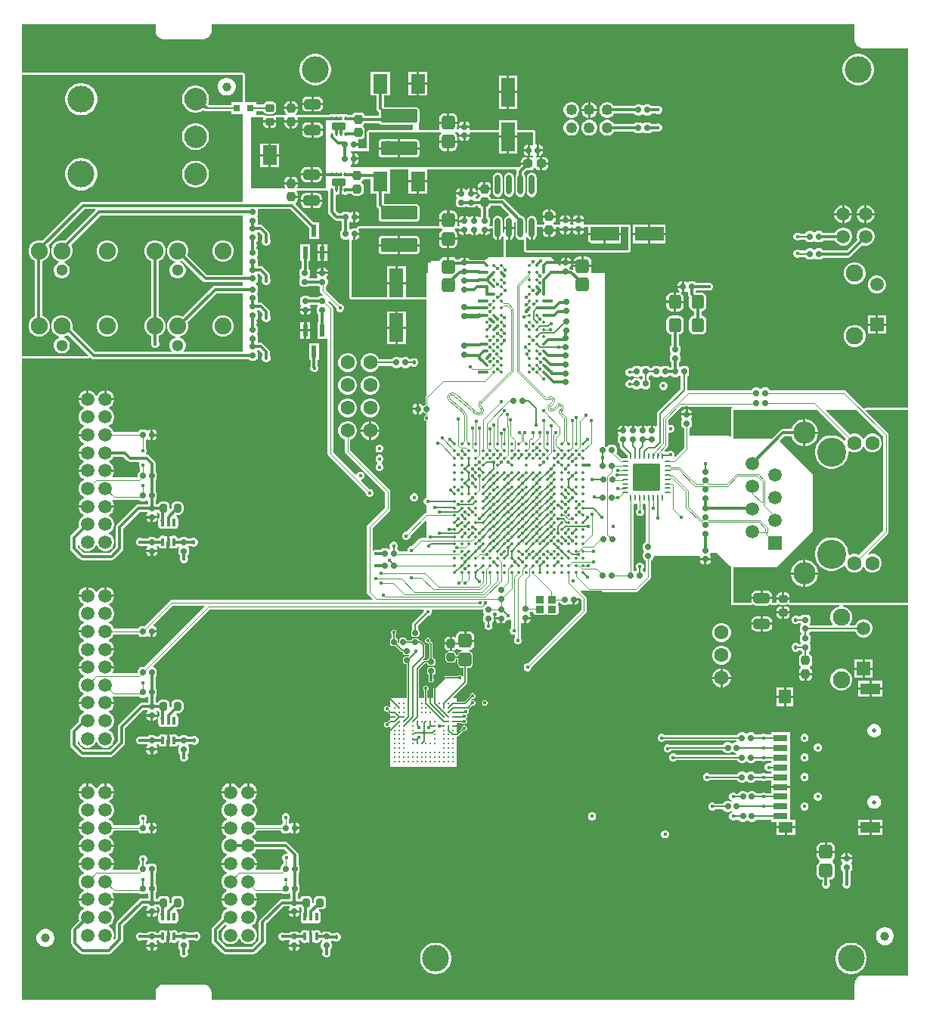
<source format=gbr>
G04*
G04 #@! TF.GenerationSoftware,Altium Limited,Altium Designer,24.2.2 (26)*
G04*
G04 Layer_Physical_Order=1*
G04 Layer_Color=255*
%FSLAX44Y44*%
%MOMM*%
G71*
G04*
G04 #@! TF.SameCoordinates,D1F85D35-12B9-47B7-842E-F7ABDB1EEA32*
G04*
G04*
G04 #@! TF.FilePolarity,Positive*
G04*
G01*
G75*
%ADD13C,0.1270*%
%ADD20R,1.6000X3.2000*%
%ADD21R,3.2000X1.6000*%
G04:AMPARAMS|DCode=22|XSize=0.7mm|YSize=0.6mm|CornerRadius=0.15mm|HoleSize=0mm|Usage=FLASHONLY|Rotation=90.000|XOffset=0mm|YOffset=0mm|HoleType=Round|Shape=RoundedRectangle|*
%AMROUNDEDRECTD22*
21,1,0.7000,0.3000,0,0,90.0*
21,1,0.4000,0.6000,0,0,90.0*
1,1,0.3000,0.1500,0.2000*
1,1,0.3000,0.1500,-0.2000*
1,1,0.3000,-0.1500,-0.2000*
1,1,0.3000,-0.1500,0.2000*
%
%ADD22ROUNDEDRECTD22*%
%ADD23C,0.3556*%
G04:AMPARAMS|DCode=24|XSize=0.7mm|YSize=0.6mm|CornerRadius=0.15mm|HoleSize=0mm|Usage=FLASHONLY|Rotation=0.000|XOffset=0mm|YOffset=0mm|HoleType=Round|Shape=RoundedRectangle|*
%AMROUNDEDRECTD24*
21,1,0.7000,0.3000,0,0,0.0*
21,1,0.4000,0.6000,0,0,0.0*
1,1,0.3000,0.2000,-0.1500*
1,1,0.3000,-0.2000,-0.1500*
1,1,0.3000,-0.2000,0.1500*
1,1,0.3000,0.2000,0.1500*
%
%ADD24ROUNDEDRECTD24*%
G04:AMPARAMS|DCode=25|XSize=0.4mm|YSize=0.9mm|CornerRadius=0.1mm|HoleSize=0mm|Usage=FLASHONLY|Rotation=0.000|XOffset=0mm|YOffset=0mm|HoleType=Round|Shape=RoundedRectangle|*
%AMROUNDEDRECTD25*
21,1,0.4000,0.7000,0,0,0.0*
21,1,0.2000,0.9000,0,0,0.0*
1,1,0.2000,0.1000,-0.3500*
1,1,0.2000,-0.1000,-0.3500*
1,1,0.2000,-0.1000,0.3500*
1,1,0.2000,0.1000,0.3500*
%
%ADD25ROUNDEDRECTD25*%
%ADD26C,0.3500*%
G04:AMPARAMS|DCode=27|XSize=0.95mm|YSize=0.85mm|CornerRadius=0.2125mm|HoleSize=0mm|Usage=FLASHONLY|Rotation=90.000|XOffset=0mm|YOffset=0mm|HoleType=Round|Shape=RoundedRectangle|*
%AMROUNDEDRECTD27*
21,1,0.9500,0.4250,0,0,90.0*
21,1,0.5250,0.8500,0,0,90.0*
1,1,0.4250,0.2125,0.2625*
1,1,0.4250,0.2125,-0.2625*
1,1,0.4250,-0.2125,-0.2625*
1,1,0.4250,-0.2125,0.2625*
%
%ADD27ROUNDEDRECTD27*%
G04:AMPARAMS|DCode=28|XSize=0.95mm|YSize=1mm|CornerRadius=0.2375mm|HoleSize=0mm|Usage=FLASHONLY|Rotation=90.000|XOffset=0mm|YOffset=0mm|HoleType=Round|Shape=RoundedRectangle|*
%AMROUNDEDRECTD28*
21,1,0.9500,0.5250,0,0,90.0*
21,1,0.4750,1.0000,0,0,90.0*
1,1,0.4750,0.2625,0.2375*
1,1,0.4750,0.2625,-0.2375*
1,1,0.4750,-0.2625,-0.2375*
1,1,0.4750,-0.2625,0.2375*
%
%ADD28ROUNDEDRECTD28*%
%ADD29O,0.6000X2.2000*%
G04:AMPARAMS|DCode=30|XSize=0.95mm|YSize=1mm|CornerRadius=0.2375mm|HoleSize=0mm|Usage=FLASHONLY|Rotation=180.000|XOffset=0mm|YOffset=0mm|HoleType=Round|Shape=RoundedRectangle|*
%AMROUNDEDRECTD30*
21,1,0.9500,0.5250,0,0,180.0*
21,1,0.4750,1.0000,0,0,180.0*
1,1,0.4750,-0.2375,0.2625*
1,1,0.4750,0.2375,0.2625*
1,1,0.4750,0.2375,-0.2625*
1,1,0.4750,-0.2375,-0.2625*
%
%ADD30ROUNDEDRECTD30*%
G04:AMPARAMS|DCode=31|XSize=1.5mm|YSize=1.6mm|CornerRadius=0.375mm|HoleSize=0mm|Usage=FLASHONLY|Rotation=180.000|XOffset=0mm|YOffset=0mm|HoleType=Round|Shape=RoundedRectangle|*
%AMROUNDEDRECTD31*
21,1,1.5000,0.8500,0,0,180.0*
21,1,0.7500,1.6000,0,0,180.0*
1,1,0.7500,-0.3750,0.4250*
1,1,0.7500,0.3750,0.4250*
1,1,0.7500,0.3750,-0.4250*
1,1,0.7500,-0.3750,-0.4250*
%
%ADD31ROUNDEDRECTD31*%
G04:AMPARAMS|DCode=32|XSize=1.5mm|YSize=0.9mm|CornerRadius=0.1125mm|HoleSize=0mm|Usage=FLASHONLY|Rotation=180.000|XOffset=0mm|YOffset=0mm|HoleType=Round|Shape=RoundedRectangle|*
%AMROUNDEDRECTD32*
21,1,1.5000,0.6750,0,0,180.0*
21,1,1.2750,0.9000,0,0,180.0*
1,1,0.2250,-0.6375,0.3375*
1,1,0.2250,0.6375,0.3375*
1,1,0.2250,0.6375,-0.3375*
1,1,0.2250,-0.6375,-0.3375*
%
%ADD32ROUNDEDRECTD32*%
G04:AMPARAMS|DCode=33|XSize=0.25mm|YSize=0.4mm|CornerRadius=0.0625mm|HoleSize=0mm|Usage=FLASHONLY|Rotation=180.000|XOffset=0mm|YOffset=0mm|HoleType=Round|Shape=RoundedRectangle|*
%AMROUNDEDRECTD33*
21,1,0.2500,0.2750,0,0,180.0*
21,1,0.1250,0.4000,0,0,180.0*
1,1,0.1250,-0.0625,0.1375*
1,1,0.1250,0.0625,0.1375*
1,1,0.1250,0.0625,-0.1375*
1,1,0.1250,-0.0625,-0.1375*
%
%ADD33ROUNDEDRECTD33*%
G04:AMPARAMS|DCode=34|XSize=1.15mm|YSize=1.8mm|CornerRadius=0.2875mm|HoleSize=0mm|Usage=FLASHONLY|Rotation=90.000|XOffset=0mm|YOffset=0mm|HoleType=Round|Shape=RoundedRectangle|*
%AMROUNDEDRECTD34*
21,1,1.1500,1.2250,0,0,90.0*
21,1,0.5750,1.8000,0,0,90.0*
1,1,0.5750,0.6125,0.2875*
1,1,0.5750,0.6125,-0.2875*
1,1,0.5750,-0.6125,-0.2875*
1,1,0.5750,-0.6125,0.2875*
%
%ADD34ROUNDEDRECTD34*%
G04:AMPARAMS|DCode=35|XSize=0.95mm|YSize=0.85mm|CornerRadius=0.2125mm|HoleSize=0mm|Usage=FLASHONLY|Rotation=180.000|XOffset=0mm|YOffset=0mm|HoleType=Round|Shape=RoundedRectangle|*
%AMROUNDEDRECTD35*
21,1,0.9500,0.4250,0,0,180.0*
21,1,0.5250,0.8500,0,0,180.0*
1,1,0.4250,-0.2625,0.2125*
1,1,0.4250,0.2625,0.2125*
1,1,0.4250,0.2625,-0.2125*
1,1,0.4250,-0.2625,-0.2125*
%
%ADD35ROUNDEDRECTD35*%
G04:AMPARAMS|DCode=36|XSize=1.5mm|YSize=4mm|CornerRadius=0.075mm|HoleSize=0mm|Usage=FLASHONLY|Rotation=270.000|XOffset=0mm|YOffset=0mm|HoleType=Round|Shape=RoundedRectangle|*
%AMROUNDEDRECTD36*
21,1,1.5000,3.8500,0,0,270.0*
21,1,1.3500,4.0000,0,0,270.0*
1,1,0.1500,-1.9250,-0.6750*
1,1,0.1500,-1.9250,0.6750*
1,1,0.1500,1.9250,0.6750*
1,1,0.1500,1.9250,-0.6750*
%
%ADD36ROUNDEDRECTD36*%
%ADD37R,0.6000X1.3500*%
%ADD38R,1.6200X2.1800*%
%ADD39R,0.8000X0.8000*%
G04:AMPARAMS|DCode=40|XSize=1.4mm|YSize=1.6mm|CornerRadius=0.35mm|HoleSize=0mm|Usage=FLASHONLY|Rotation=180.000|XOffset=0mm|YOffset=0mm|HoleType=Round|Shape=RoundedRectangle|*
%AMROUNDEDRECTD40*
21,1,1.4000,0.9000,0,0,180.0*
21,1,0.7000,1.6000,0,0,180.0*
1,1,0.7000,-0.3500,0.4500*
1,1,0.7000,0.3500,0.4500*
1,1,0.7000,0.3500,-0.4500*
1,1,0.7000,-0.3500,-0.4500*
%
%ADD40ROUNDEDRECTD40*%
G04:AMPARAMS|DCode=41|XSize=0.24mm|YSize=0.7mm|CornerRadius=0.06mm|HoleSize=0mm|Usage=FLASHONLY|Rotation=0.000|XOffset=0mm|YOffset=0mm|HoleType=Round|Shape=RoundedRectangle|*
%AMROUNDEDRECTD41*
21,1,0.2400,0.5800,0,0,0.0*
21,1,0.1200,0.7000,0,0,0.0*
1,1,0.1200,0.0600,-0.2900*
1,1,0.1200,-0.0600,-0.2900*
1,1,0.1200,-0.0600,0.2900*
1,1,0.1200,0.0600,0.2900*
%
%ADD41ROUNDEDRECTD41*%
G04:AMPARAMS|DCode=42|XSize=0.24mm|YSize=0.7mm|CornerRadius=0.06mm|HoleSize=0mm|Usage=FLASHONLY|Rotation=90.000|XOffset=0mm|YOffset=0mm|HoleType=Round|Shape=RoundedRectangle|*
%AMROUNDEDRECTD42*
21,1,0.2400,0.5800,0,0,90.0*
21,1,0.1200,0.7000,0,0,90.0*
1,1,0.1200,0.2900,0.0600*
1,1,0.1200,0.2900,-0.0600*
1,1,0.1200,-0.2900,-0.0600*
1,1,0.1200,-0.2900,0.0600*
%
%ADD42ROUNDEDRECTD42*%
G04:AMPARAMS|DCode=43|XSize=3.1mm|YSize=3.1mm|CornerRadius=0.155mm|HoleSize=0mm|Usage=FLASHONLY|Rotation=270.000|XOffset=0mm|YOffset=0mm|HoleType=Round|Shape=RoundedRectangle|*
%AMROUNDEDRECTD43*
21,1,3.1000,2.7900,0,0,270.0*
21,1,2.7900,3.1000,0,0,270.0*
1,1,0.3100,-1.3950,-1.3950*
1,1,0.3100,-1.3950,1.3950*
1,1,0.3100,1.3950,1.3950*
1,1,0.3100,1.3950,-1.3950*
%
%ADD43ROUNDEDRECTD43*%
%ADD44R,1.4000X1.6000*%
%ADD45R,2.2000X1.2000*%
%ADD46R,1.6000X1.2000*%
%ADD47R,1.6000X0.7000*%
G04:AMPARAMS|DCode=48|XSize=0.9mm|YSize=0.8mm|CornerRadius=0.04mm|HoleSize=0mm|Usage=FLASHONLY|Rotation=0.000|XOffset=0mm|YOffset=0mm|HoleType=Round|Shape=RoundedRectangle|*
%AMROUNDEDRECTD48*
21,1,0.9000,0.7200,0,0,0.0*
21,1,0.8200,0.8000,0,0,0.0*
1,1,0.0800,0.4100,-0.3600*
1,1,0.0800,-0.4100,-0.3600*
1,1,0.0800,-0.4100,0.3600*
1,1,0.0800,0.4100,0.3600*
%
%ADD48ROUNDEDRECTD48*%
%ADD49C,0.2900*%
%ADD92C,0.1067*%
%ADD93C,0.1067*%
%ADD94C,1.0000*%
%ADD95C,0.3050*%
%ADD96C,0.1020*%
%ADD97C,0.2030*%
%ADD98C,0.1450*%
%ADD99C,0.1200*%
%ADD100C,0.1700*%
%ADD101C,0.5000*%
%ADD102C,0.3000*%
%ADD103C,0.1600*%
%ADD104C,1.9000*%
%ADD105C,1.3000*%
%ADD106C,3.0000*%
%ADD107C,1.2500*%
%ADD108C,1.9500*%
%ADD109C,1.5080*%
%ADD110R,1.5080X1.5080*%
%ADD111C,1.5000*%
%ADD112C,1.6000*%
%ADD113C,0.5000*%
%ADD114R,1.5000X1.5000*%
%ADD115C,2.5000*%
%ADD116C,3.2500*%
%ADD117C,0.4000*%
%ADD118C,0.4570*%
G36*
X936116Y1078000D02*
X936153Y1077811D01*
X936134Y1077619D01*
X936230Y1076644D01*
X936396Y1076098D01*
X936507Y1075538D01*
X937254Y1073736D01*
X938096Y1072476D01*
X939475Y1071096D01*
X940736Y1070254D01*
X942538Y1069507D01*
X943098Y1069396D01*
X943644Y1069230D01*
X944619Y1069134D01*
X944811Y1069153D01*
X945000Y1069116D01*
X996116D01*
Y666590D01*
X949117D01*
X948126Y666393D01*
X947286Y665831D01*
X945706Y665752D01*
X926259Y685199D01*
X925250Y685873D01*
X924060Y686110D01*
X841398D01*
X841306Y686576D01*
X840413Y687913D01*
X839076Y688806D01*
X837500Y689119D01*
X834500D01*
X832924Y688806D01*
X831831Y688076D01*
X831000Y687980D01*
X830169Y688076D01*
X829076Y688806D01*
X827500Y689119D01*
X824500D01*
X822924Y688806D01*
X821587Y687913D01*
X820694Y686576D01*
X820602Y686110D01*
X749799D01*
X749422Y686110D01*
X748625Y687246D01*
Y701614D01*
X749333Y702087D01*
X750226Y703424D01*
X750539Y705000D01*
Y709000D01*
X750226Y710576D01*
X749333Y711913D01*
X747997Y712805D01*
X746420Y713119D01*
X743420D01*
X741844Y712805D01*
X740751Y712076D01*
X740362Y712031D01*
X739145Y712920D01*
Y717074D01*
X739913Y717587D01*
X740806Y718924D01*
X741119Y720500D01*
Y723500D01*
X740806Y725076D01*
X740076Y726169D01*
X739980Y727000D01*
X740076Y727831D01*
X740806Y728924D01*
X741119Y730500D01*
Y733500D01*
X740806Y735076D01*
X739913Y736413D01*
X739145Y736926D01*
Y748470D01*
X740857Y748811D01*
X742855Y750145D01*
X744190Y752143D01*
X744658Y754500D01*
Y763500D01*
X744190Y765857D01*
X742855Y767855D01*
X740857Y769190D01*
X738500Y769658D01*
X731500D01*
X729143Y769190D01*
X727145Y767855D01*
X725810Y765857D01*
X725342Y763500D01*
Y754500D01*
X725810Y752143D01*
X727145Y750145D01*
X729143Y748811D01*
X730855Y748470D01*
Y736926D01*
X730087Y736413D01*
X729194Y735076D01*
X728881Y733500D01*
Y730500D01*
X729194Y728924D01*
X729924Y727831D01*
X730020Y727000D01*
X729924Y726169D01*
X729194Y725076D01*
X728881Y723500D01*
Y720500D01*
X729194Y718924D01*
X730087Y717587D01*
X730855Y717074D01*
Y712145D01*
X730508Y711913D01*
X730093Y711292D01*
X728827D01*
X728413Y711913D01*
X727076Y712806D01*
X725500Y713119D01*
X722500D01*
X720924Y712806D01*
X719831Y712076D01*
X719000Y711980D01*
X718169Y712076D01*
X717076Y712806D01*
X715500Y713119D01*
X712500D01*
X710924Y712806D01*
X709587Y711913D01*
X708727Y710625D01*
X707273D01*
X706413Y711913D01*
X705076Y712806D01*
X703500Y713119D01*
X700500D01*
X698924Y712806D01*
X697831Y712076D01*
X697000Y711980D01*
X696169Y712076D01*
X695076Y712806D01*
X693500Y713119D01*
X690500D01*
X688924Y712806D01*
X687587Y711913D01*
X686694Y710576D01*
X685355Y710353D01*
X684903Y710540D01*
X683097D01*
X681428Y709849D01*
X680151Y708572D01*
X679460Y706903D01*
Y705097D01*
X680151Y703428D01*
X681428Y702151D01*
X683097Y701460D01*
X684903D01*
X686572Y702151D01*
X686605Y702184D01*
X687587Y702087D01*
X688924Y701194D01*
X690500Y700881D01*
X693500D01*
X695076Y701194D01*
X696169Y701924D01*
X697000Y702020D01*
X697831Y701924D01*
X698375Y701561D01*
Y699226D01*
X697310Y698354D01*
X696169Y698485D01*
X695076Y699215D01*
X693500Y699528D01*
X690500D01*
X688924Y699215D01*
X687587Y698322D01*
X687261Y697833D01*
X686672Y696991D01*
X685491Y697297D01*
X684903Y697540D01*
X683097D01*
X681428Y696849D01*
X680151Y695572D01*
X679460Y693903D01*
Y692097D01*
X680151Y690428D01*
X681428Y689151D01*
X683097Y688460D01*
X684903D01*
X686572Y689151D01*
X687191Y689090D01*
X687587Y688496D01*
X688924Y687604D01*
X690500Y687290D01*
X693500D01*
X695076Y687604D01*
X696169Y688334D01*
X697000Y688429D01*
X697831Y688334D01*
X698924Y687604D01*
X700500Y687290D01*
X703500D01*
X705076Y687604D01*
X706413Y688496D01*
X707306Y689833D01*
X707619Y691409D01*
Y695409D01*
X707306Y696985D01*
X706413Y698322D01*
X705625Y698848D01*
Y701561D01*
X706413Y702087D01*
X707273Y703375D01*
X708727D01*
X709587Y702087D01*
X710924Y701194D01*
X712500Y700881D01*
X715500D01*
X717076Y701194D01*
X718169Y701924D01*
X719000Y702020D01*
X719831Y701924D01*
X720924Y701194D01*
X722500Y700881D01*
X725500D01*
X727076Y701194D01*
X728413Y702087D01*
X728827Y702708D01*
X730093D01*
X730508Y702087D01*
X731844Y701194D01*
X733420Y700881D01*
X736420D01*
X737997Y701194D01*
X739089Y701924D01*
X739920Y702020D01*
X740751Y701924D01*
X741375Y701507D01*
Y687501D01*
X715872Y661998D01*
X715086Y660822D01*
X714810Y659435D01*
X714810Y659435D01*
Y646224D01*
X714724Y646146D01*
X713540Y645661D01*
X712576Y646306D01*
X711000Y646619D01*
X710270D01*
Y641000D01*
X707730D01*
Y646619D01*
X707000D01*
X705424Y646306D01*
X704087Y645413D01*
X703913D01*
X702576Y646306D01*
X701000Y646619D01*
X700270D01*
Y641000D01*
X697730D01*
Y646619D01*
X697000D01*
X695424Y646306D01*
X694087Y645413D01*
X692913D01*
X691576Y646306D01*
X690000Y646619D01*
X689270D01*
Y641000D01*
X686730D01*
Y646619D01*
X686000D01*
X684424Y646306D01*
X683087Y645413D01*
X681913D01*
X680576Y646306D01*
X679000Y646619D01*
X678270D01*
Y641000D01*
X677000D01*
Y639730D01*
X670881D01*
Y639500D01*
X671194Y637924D01*
X671924Y636831D01*
X672020Y636000D01*
X671924Y635169D01*
X671194Y634076D01*
X670881Y632500D01*
Y629500D01*
X671194Y627924D01*
X672087Y626587D01*
X673375Y625727D01*
Y623300D01*
X673375Y623300D01*
X673651Y621913D01*
X674437Y620737D01*
X681699Y613475D01*
Y610302D01*
X676600D01*
X675375Y610058D01*
X675104Y609877D01*
X669347Y615633D01*
X669619Y617000D01*
Y621000D01*
X669306Y622576D01*
X668413Y623913D01*
X667076Y624806D01*
X665500Y625119D01*
X662500D01*
X660924Y624806D01*
X659587Y623913D01*
X658850Y622809D01*
X657911Y622631D01*
X657417Y622666D01*
X657317Y622817D01*
X656483Y623374D01*
X656000Y623470D01*
Y644202D01*
Y817000D01*
X641364D01*
X640765Y818120D01*
X641048Y818542D01*
X641536Y820996D01*
Y823977D01*
X631372D01*
X621209D01*
Y821208D01*
X620704Y820776D01*
X620018Y820477D01*
X619702Y820688D01*
X618709Y820885D01*
X617223D01*
X617137Y821317D01*
X616580Y822150D01*
X616430Y822251D01*
X616395Y822745D01*
X616572Y823683D01*
X617676Y824421D01*
X618569Y825757D01*
X618883Y827334D01*
Y827564D01*
X612763D01*
X606644D01*
Y827334D01*
X606938Y825857D01*
X606868Y825769D01*
X605548Y825394D01*
X595120Y834685D01*
X546616Y835057D01*
X545626Y835943D01*
X545590Y835986D01*
Y854369D01*
X546710Y854968D01*
X546988Y854781D01*
X547880Y854604D01*
Y866730D01*
X543502D01*
Y863019D01*
X542231Y862203D01*
X542099Y862264D01*
Y876000D01*
X541669Y878162D01*
X540444Y879994D01*
X538612Y881219D01*
X536450Y881649D01*
X534288Y881219D01*
X532456Y879994D01*
X531231Y878162D01*
X530802Y876000D01*
Y869590D01*
X527817D01*
X527106Y870042D01*
X527048Y870102D01*
X526794Y870413D01*
X526688Y870660D01*
X526764Y871320D01*
X527494Y872413D01*
X527808Y873989D01*
Y876989D01*
X527494Y878565D01*
X526601Y879902D01*
X525769Y880458D01*
Y889229D01*
X525853Y889245D01*
X527478Y890331D01*
X528565Y891957D01*
X528644Y892355D01*
X539633D01*
X549142Y882846D01*
X548644Y881548D01*
X546988Y881219D01*
X545156Y879994D01*
X543931Y878162D01*
X543502Y876000D01*
Y869270D01*
X549150D01*
X554799D01*
Y874010D01*
X556068Y874689D01*
X556202Y874601D01*
Y860000D01*
X556631Y857838D01*
X557856Y856006D01*
X559688Y854781D01*
X561850Y854352D01*
X564012Y854781D01*
X564290Y854968D01*
X565410Y854369D01*
Y843000D01*
X565607Y842009D01*
X566169Y841169D01*
X567009Y840607D01*
X568000Y840410D01*
X683000D01*
X683991Y840607D01*
X684831Y841169D01*
X685393Y842009D01*
X685590Y843000D01*
Y869000D01*
X685393Y869991D01*
X684831Y870831D01*
X683991Y871393D01*
X683000Y871590D01*
X674540D01*
X674290Y871540D01*
X637710D01*
X637460Y871590D01*
X633861D01*
X633735Y871565D01*
X633607Y871577D01*
X633243Y871467D01*
X633226Y871463D01*
X632464Y872361D01*
X632414Y872535D01*
X632806Y873121D01*
X633119Y874697D01*
Y874927D01*
X620881D01*
Y874697D01*
X621194Y873121D01*
X621586Y872535D01*
X621536Y872361D01*
X620774Y871463D01*
X620757Y871467D01*
X620393Y871577D01*
X620265Y871565D01*
X620139Y871590D01*
X618837D01*
X618711Y871565D01*
X618583Y871577D01*
X618219Y871467D01*
X618201Y871463D01*
X617440Y872361D01*
X617390Y872535D01*
X617781Y873121D01*
X618095Y874697D01*
Y874927D01*
X611976D01*
X605857D01*
Y874697D01*
X606170Y873121D01*
X606562Y872535D01*
X606512Y872361D01*
X605750Y871463D01*
X605733Y871467D01*
X605369Y871577D01*
X605241Y871565D01*
X605115Y871590D01*
X602114D01*
X601988Y871565D01*
X601860Y871577D01*
X601496Y871467D01*
X601123Y871393D01*
X599919Y871657D01*
X599069Y872225D01*
Y873753D01*
X599919Y874320D01*
X601005Y875946D01*
X601386Y877864D01*
Y879219D01*
X594000D01*
X586614D01*
Y877864D01*
X586995Y875946D01*
X588082Y874320D01*
X588931Y873753D01*
Y872225D01*
X588082Y871657D01*
X586878Y871393D01*
X586504Y871467D01*
X586140Y871577D01*
X586012Y871565D01*
X585886Y871590D01*
X580199D01*
Y876000D01*
X579768Y878162D01*
X578544Y879994D01*
X576712Y881219D01*
X574550Y881649D01*
X572388Y881219D01*
X570556Y879994D01*
X569331Y878162D01*
X568901Y876000D01*
Y862264D01*
X568769Y862203D01*
X567499Y863018D01*
Y876000D01*
X567068Y878162D01*
X565844Y879994D01*
X564012Y881219D01*
X562116Y881596D01*
X544281Y899431D01*
X542936Y900329D01*
X541350Y900645D01*
X528644D01*
X528565Y901043D01*
X527478Y902669D01*
X526629Y903236D01*
Y904764D01*
X527478Y905331D01*
X528565Y906957D01*
X528946Y908875D01*
Y910230D01*
X521560D01*
X514174D01*
Y908875D01*
X514555Y906957D01*
X515642Y905331D01*
X516491Y904764D01*
Y903236D01*
X515642Y902669D01*
X514555Y901043D01*
X514464Y900586D01*
X512961D01*
X511879Y901829D01*
X511930Y902273D01*
X512660Y903365D01*
X512974Y904942D01*
Y905172D01*
X506855D01*
Y906442D01*
X505585D01*
Y912061D01*
X504855D01*
X503278Y911747D01*
X501942Y910854D01*
X501842Y910705D01*
X500572D01*
X500473Y910854D01*
X499136Y911747D01*
X497560Y912061D01*
X496830D01*
Y906442D01*
X495560D01*
Y905172D01*
X489441D01*
Y904942D01*
X489754Y903365D01*
X490484Y902273D01*
X490580Y901442D01*
X490484Y900611D01*
X489754Y899518D01*
X489441Y897942D01*
Y894942D01*
X489754Y893365D01*
X490647Y892029D01*
X491984Y891136D01*
X493560Y890823D01*
X497560D01*
X499136Y891136D01*
X500473Y892029D01*
X500586Y892199D01*
X501828D01*
X501942Y892029D01*
X503278Y891136D01*
X504855Y890823D01*
X508855D01*
X510431Y891136D01*
X511767Y892029D01*
X511946Y892297D01*
X514488D01*
X514555Y891957D01*
X515642Y890331D01*
X517267Y889245D01*
X517480Y889203D01*
Y880372D01*
X516776Y879902D01*
X516618Y879666D01*
X515348D01*
X515191Y879902D01*
X513854Y880795D01*
X512278Y881108D01*
X511548D01*
Y875489D01*
X509008D01*
Y881108D01*
X508278D01*
X506702Y880795D01*
X505417Y879936D01*
X505081Y879765D01*
X504197D01*
X503861Y879936D01*
X502576Y880795D01*
X501000Y881108D01*
X500270D01*
Y875489D01*
X499000D01*
Y874219D01*
X492881D01*
Y873989D01*
X493194Y872413D01*
X493924Y871320D01*
X494000Y870660D01*
X493894Y870413D01*
X493641Y870102D01*
X493582Y870042D01*
X492872Y869590D01*
X491929D01*
X490887Y870860D01*
X491163Y872250D01*
Y875230D01*
X481000D01*
X470837D01*
Y872250D01*
X471113Y870860D01*
X470071Y869590D01*
X381071D01*
X380765Y869529D01*
X380454Y869515D01*
X380274Y869431D01*
X380080Y869393D01*
X379821Y869219D01*
X379538Y869087D01*
X379405Y868941D01*
X379240Y868831D01*
X379067Y868572D01*
X378856Y868342D01*
X378527Y867798D01*
X378409Y867474D01*
X378252Y867168D01*
X378198Y866980D01*
X377500Y867119D01*
X374500D01*
X372924Y866806D01*
X371831Y866076D01*
X371387Y866025D01*
X370145Y866847D01*
Y874153D01*
X371387Y874975D01*
X371831Y874924D01*
X372924Y874194D01*
X374500Y873881D01*
X374730D01*
Y880000D01*
Y886119D01*
X374500D01*
X372924Y885806D01*
X371831Y885076D01*
X371000Y884980D01*
X370169Y885076D01*
X369076Y885806D01*
X367500Y886119D01*
X364500D01*
X362924Y885806D01*
X361587Y884913D01*
X361074Y884145D01*
X357717D01*
X354645Y887217D01*
Y904709D01*
X354875Y904898D01*
X356125D01*
X357360Y905144D01*
X358000Y905571D01*
X358640Y905144D01*
X359230Y905026D01*
Y909500D01*
X361554D01*
X361647Y909029D01*
Y908125D01*
X361770Y907509D01*
Y905026D01*
X362360Y905144D01*
X363000Y905571D01*
X363640Y905144D01*
X364875Y904898D01*
X366125D01*
X367360Y905144D01*
X368407Y905843D01*
X368749Y906355D01*
X372397D01*
X373081Y905331D01*
X374707Y904245D01*
X376625Y903864D01*
X381375D01*
X383293Y904245D01*
X384919Y905331D01*
X386005Y906957D01*
X386386Y908875D01*
Y914125D01*
X386005Y916043D01*
X384919Y917669D01*
X384069Y918236D01*
Y919764D01*
X384919Y920331D01*
X386005Y921957D01*
X386084Y922355D01*
X394260D01*
Y906560D01*
X400755D01*
Y893176D01*
X401071Y891590D01*
X401969Y890246D01*
X403348Y888867D01*
Y877874D01*
X403604Y876590D01*
X404331Y875502D01*
X405419Y874774D01*
X406703Y874519D01*
X445203D01*
X446486Y874774D01*
X447575Y875502D01*
X448302Y876590D01*
X448557Y877874D01*
Y891374D01*
X448302Y892657D01*
X447575Y893745D01*
X446486Y894473D01*
X445203Y894728D01*
X409210D01*
X409045Y894893D01*
Y906560D01*
X415540D01*
Y933410D01*
X436460D01*
Y921270D01*
X457740D01*
Y933410D01*
X556895D01*
X557730Y932140D01*
X557530Y931135D01*
Y927507D01*
X556631Y926162D01*
X556202Y924000D01*
Y908000D01*
X556631Y905838D01*
X557856Y904006D01*
X559688Y902782D01*
X561850Y902352D01*
X564012Y902782D01*
X565844Y904006D01*
X567068Y905838D01*
X567499Y908000D01*
Y924000D01*
X567068Y926162D01*
X565844Y927994D01*
X565820Y928010D01*
Y929418D01*
X568745Y932344D01*
X572895D01*
X574813Y932725D01*
X576438Y933811D01*
X577006Y934661D01*
X578534D01*
X579101Y933811D01*
X580727Y932725D01*
X582645Y932344D01*
X584000D01*
Y939730D01*
Y947116D01*
X582645D01*
X580727Y946735D01*
X580631Y946671D01*
X579206Y947161D01*
X579036Y947645D01*
X579772Y948611D01*
X580000D01*
Y954730D01*
Y960849D01*
X579770D01*
X578860Y961963D01*
Y975000D01*
X578663Y975991D01*
X578101Y976831D01*
X577261Y977393D01*
X576270Y977590D01*
X558540D01*
Y988540D01*
X537460D01*
Y977590D01*
X505994D01*
X505174Y978362D01*
X504995Y978687D01*
X504975Y978775D01*
X505119Y979500D01*
Y979730D01*
X499000D01*
X492881D01*
Y979500D01*
X492997Y978914D01*
X492166Y977949D01*
X491540Y978023D01*
X490762Y979232D01*
X491163Y981250D01*
Y984230D01*
X481000D01*
X470837D01*
Y981250D01*
X471312Y978860D01*
X471323Y978636D01*
X470671Y977590D01*
X449369D01*
X448327Y978860D01*
X448354Y979000D01*
Y984993D01*
X448605Y986250D01*
Y999750D01*
X448349Y1001034D01*
X447622Y1002122D01*
X446534Y1002849D01*
X445250Y1003104D01*
X409257D01*
X409069Y1003292D01*
Y1015938D01*
X415564D01*
Y1042818D01*
X394285D01*
Y1015938D01*
X400780D01*
Y1001575D01*
X401095Y999989D01*
X401994Y998645D01*
X403396Y997243D01*
Y993645D01*
X387084D01*
X387005Y994043D01*
X385919Y995668D01*
X384293Y996755D01*
X382375Y997136D01*
X377625D01*
X375707Y996755D01*
X374081Y995668D01*
X372995Y994043D01*
X372992Y994028D01*
X368901D01*
X368558Y994540D01*
X367511Y995240D01*
X366277Y995485D01*
X365027D01*
X363792Y995240D01*
X363152Y994812D01*
X362511Y995240D01*
X361277Y995485D01*
X360027D01*
X358792Y995240D01*
X358152Y994812D01*
X357511Y995240D01*
X356277Y995485D01*
X355027D01*
X353792Y995240D01*
X353152Y994812D01*
X352511Y995240D01*
X351277Y995485D01*
X350027D01*
X348792Y995240D01*
X347745Y994540D01*
X347402Y994028D01*
X345537D01*
X344991Y994393D01*
X344000Y994590D01*
X313111Y994590D01*
X312924Y994553D01*
X312733Y994562D01*
X312433Y994455D01*
X312119Y994393D01*
X311961Y994287D01*
X311781Y994223D01*
X311545Y994009D01*
X311339Y993871D01*
X310446Y994054D01*
X310352Y994104D01*
X310332Y994120D01*
X310376Y995469D01*
X310919Y995832D01*
X312005Y997457D01*
X312386Y999375D01*
Y1000730D01*
X305000D01*
X297614D01*
Y999375D01*
X297995Y997457D01*
X299081Y995832D01*
X299624Y995469D01*
X299668Y994120D01*
X299648Y994104D01*
X299554Y994054D01*
X298661Y993871D01*
X298455Y994008D01*
X298219Y994223D01*
X298039Y994287D01*
X297881Y994393D01*
X297567Y994455D01*
X297267Y994562D01*
X297076Y994553D01*
X296889Y994590D01*
X288470D01*
X288097Y994516D01*
X287719Y994478D01*
X287605Y994418D01*
X287479Y994393D01*
X287163Y994181D01*
X286827Y994002D01*
X286746Y993903D01*
X286639Y993831D01*
X286428Y993515D01*
X286186Y993221D01*
X285682Y993095D01*
X285421Y993269D01*
X283601Y993631D01*
X278351D01*
X276530Y993269D01*
X276269Y993095D01*
X275765Y993221D01*
X275524Y993515D01*
X275312Y993831D01*
X275205Y993903D01*
X275124Y994002D01*
X274788Y994181D01*
X274472Y994393D01*
X274346Y994418D01*
X274233Y994478D01*
X273854Y994516D01*
X273481Y994590D01*
X266949D01*
X266039Y995459D01*
Y998625D01*
X273892D01*
X273956Y998305D01*
X274987Y996762D01*
X276530Y995731D01*
X278351Y995369D01*
X283601D01*
X285421Y995731D01*
X286964Y996762D01*
X287995Y998305D01*
X288357Y1000125D01*
Y1004375D01*
X287995Y1006195D01*
X286964Y1007738D01*
X285421Y1008769D01*
X283601Y1009131D01*
X278351D01*
X276530Y1008769D01*
X274987Y1007738D01*
X273956Y1006195D01*
X273892Y1005875D01*
X266039D01*
Y1008539D01*
X253590D01*
Y1039000D01*
X253393Y1039991D01*
X252831Y1040831D01*
X251991Y1041393D01*
X251000Y1041590D01*
X3885D01*
Y1096116D01*
X153116D01*
Y1088000D01*
X153153Y1087811D01*
X153134Y1087619D01*
X153230Y1086644D01*
X153396Y1086098D01*
X153507Y1085538D01*
X154254Y1083736D01*
X155096Y1082476D01*
X156475Y1081096D01*
X157736Y1080254D01*
X159538Y1079508D01*
X160098Y1079396D01*
X160644Y1079230D01*
X161619Y1079134D01*
X161811Y1079153D01*
X162000Y1079116D01*
X207000Y1079116D01*
X207189Y1079153D01*
X207381Y1079134D01*
X208356Y1079230D01*
X208902Y1079396D01*
X209462Y1079508D01*
X211264Y1080254D01*
X212525Y1081096D01*
X213904Y1082476D01*
X214746Y1083736D01*
X215493Y1085538D01*
X215604Y1086098D01*
X215770Y1086644D01*
X215866Y1087619D01*
X215847Y1087811D01*
X215885Y1088000D01*
X215885Y1096116D01*
X936116D01*
Y1078000D01*
D02*
G37*
G36*
X251000Y1008539D02*
X237959D01*
Y1005624D01*
X212782D01*
X212076Y1006680D01*
X212462Y1007611D01*
X213040Y1010516D01*
Y1013479D01*
X212462Y1016385D01*
X211328Y1019122D01*
X209682Y1021585D01*
X207587Y1023680D01*
X205124Y1025326D01*
X202387Y1026460D01*
X199481Y1027038D01*
X196518D01*
X193613Y1026460D01*
X190875Y1025326D01*
X188412Y1023680D01*
X186317Y1021585D01*
X184671Y1019122D01*
X183538Y1016385D01*
X182960Y1013479D01*
Y1010516D01*
X183538Y1007611D01*
X184671Y1004874D01*
X186317Y1002410D01*
X188412Y1000315D01*
X190875Y998669D01*
X193613Y997536D01*
X196518Y996958D01*
X199481D01*
X202387Y997536D01*
X205124Y998669D01*
X206231Y999409D01*
X207422Y999436D01*
X208598Y998651D01*
X209985Y998375D01*
X237959D01*
Y995459D01*
X251000D01*
Y897180D01*
X71935D01*
X70349Y896864D01*
X69004Y895966D01*
X26531Y853492D01*
X24485Y854040D01*
X21315D01*
X18253Y853220D01*
X15507Y851634D01*
X13266Y849393D01*
X11681Y846647D01*
X10860Y843585D01*
Y840415D01*
X11681Y837353D01*
X13266Y834607D01*
X15507Y832366D01*
X18253Y830780D01*
X18255Y830780D01*
Y769220D01*
X18253Y769220D01*
X15507Y767634D01*
X13266Y765393D01*
X11681Y762647D01*
X10860Y759585D01*
Y756415D01*
X11681Y753353D01*
X13266Y750607D01*
X15507Y748366D01*
X18253Y746780D01*
X21315Y745960D01*
X24485D01*
X27547Y746780D01*
X30293Y748366D01*
X32534Y750607D01*
X34120Y753353D01*
X34940Y756415D01*
Y759585D01*
X34120Y762647D01*
X32534Y765393D01*
X30293Y767634D01*
X27547Y769220D01*
X26545Y769488D01*
Y830512D01*
X27547Y830780D01*
X30293Y832366D01*
X32534Y834607D01*
X34120Y837353D01*
X34940Y840415D01*
Y843585D01*
X34120Y846647D01*
X33127Y848366D01*
X73652Y888890D01*
X85670D01*
X86156Y887717D01*
X51931Y853492D01*
X49885Y854040D01*
X46715D01*
X43653Y853220D01*
X40907Y851634D01*
X38666Y849393D01*
X37081Y846647D01*
X36260Y843585D01*
Y840415D01*
X37081Y837353D01*
X38666Y834607D01*
X40907Y832366D01*
X43653Y830780D01*
X45429Y830304D01*
X45429Y828990D01*
X44811Y828824D01*
X42749Y827634D01*
X41066Y825951D01*
X39876Y823889D01*
X39260Y821590D01*
Y819210D01*
X39876Y816911D01*
X41066Y814849D01*
X42749Y813166D01*
X44811Y811976D01*
X47110Y811360D01*
X49490D01*
X51789Y811976D01*
X53851Y813166D01*
X55534Y814849D01*
X56724Y816911D01*
X57340Y819210D01*
Y821590D01*
X56724Y823889D01*
X55534Y825951D01*
X53851Y827634D01*
X51789Y828824D01*
X51171Y828990D01*
X51171Y830304D01*
X52947Y830780D01*
X55693Y832366D01*
X57934Y834607D01*
X59520Y837353D01*
X60340Y840415D01*
Y843585D01*
X59520Y846647D01*
X58527Y848366D01*
X92017Y881855D01*
X251000D01*
Y815145D01*
X210717D01*
X188959Y836902D01*
X189219Y837353D01*
X190040Y840415D01*
Y843585D01*
X189219Y846647D01*
X187634Y849393D01*
X185393Y851634D01*
X182647Y853220D01*
X179585Y854040D01*
X176415D01*
X173353Y853220D01*
X170607Y851634D01*
X168366Y849393D01*
X166780Y846647D01*
X165960Y843585D01*
Y840415D01*
X166780Y837353D01*
X168366Y834607D01*
X170607Y832366D01*
X173353Y830780D01*
X175129Y830304D01*
X175129Y828990D01*
X174511Y828824D01*
X172449Y827634D01*
X170766Y825951D01*
X169576Y823889D01*
X168960Y821590D01*
Y819210D01*
X169576Y816911D01*
X170766Y814849D01*
X172449Y813166D01*
X174511Y811976D01*
X176810Y811360D01*
X179190D01*
X181489Y811976D01*
X183551Y813166D01*
X185234Y814849D01*
X186424Y816911D01*
X187040Y819210D01*
Y821590D01*
X186424Y823889D01*
X185234Y825951D01*
X183551Y827634D01*
X181489Y828824D01*
X180871Y828990D01*
X180871Y830304D01*
X182647Y830780D01*
X183098Y831041D01*
X206069Y808069D01*
X207414Y807171D01*
X209000Y806855D01*
X251000D01*
Y803145D01*
X220300D01*
X218714Y802829D01*
X217369Y801931D01*
X183922Y768484D01*
X182647Y769220D01*
X179585Y770040D01*
X176415D01*
X173353Y769220D01*
X170607Y767634D01*
X168366Y765393D01*
X166780Y762647D01*
X165960Y759585D01*
Y756415D01*
X166780Y753353D01*
X168366Y750607D01*
X170607Y748366D01*
X173353Y746780D01*
X175129Y746304D01*
X175129Y744990D01*
X174511Y744824D01*
X172449Y743634D01*
X170766Y741951D01*
X169576Y739889D01*
X168960Y737590D01*
Y735210D01*
X169576Y732911D01*
X170766Y730849D01*
X171201Y730415D01*
X170675Y729145D01*
X85717D01*
X59940Y754921D01*
X60340Y756415D01*
Y759585D01*
X59520Y762647D01*
X57934Y765393D01*
X55693Y767634D01*
X52947Y769220D01*
X49885Y770040D01*
X46715D01*
X43653Y769220D01*
X40907Y767634D01*
X38666Y765393D01*
X37081Y762647D01*
X36260Y759585D01*
Y756415D01*
X37081Y753353D01*
X38666Y750607D01*
X40907Y748366D01*
X43653Y746780D01*
X45429Y746304D01*
X45429Y744990D01*
X44811Y744824D01*
X42749Y743634D01*
X41066Y741951D01*
X39876Y739889D01*
X39260Y737590D01*
Y735210D01*
X39876Y732911D01*
X41066Y730849D01*
X42749Y729166D01*
X44811Y727976D01*
X47110Y727360D01*
X49490D01*
X51789Y727976D01*
X53851Y729166D01*
X55534Y730849D01*
X56724Y732911D01*
X57340Y735210D01*
Y737590D01*
X56724Y739889D01*
X55534Y741951D01*
X53851Y743634D01*
X51789Y744824D01*
X51171Y744990D01*
X51171Y746304D01*
X52947Y746780D01*
X55110Y748029D01*
X77965Y725173D01*
X77479Y724000D01*
X3885D01*
Y1039000D01*
X251000D01*
Y1008539D01*
D02*
G37*
G36*
X201631Y1023969D02*
X203897Y1023031D01*
X205936Y1021668D01*
X207670Y1019934D01*
X209033Y1017895D01*
X209971Y1015629D01*
X210450Y1013224D01*
Y1010771D01*
X209971Y1008366D01*
X209683Y1007671D01*
X209634Y1007421D01*
X209536Y1007185D01*
Y1006930D01*
X209486Y1006680D01*
X209536Y1006430D01*
Y1006175D01*
X209634Y1005939D01*
X209683Y1005689D01*
X209825Y1005477D01*
X209923Y1005241D01*
X210628Y1004185D01*
X210809Y1004005D01*
X210950Y1003793D01*
X211162Y1003651D01*
X211343Y1003471D01*
X211579Y1003373D01*
X211791Y1003231D01*
X212041Y1003181D01*
X212276Y1003084D01*
X212532D01*
X212782Y1003034D01*
X237959D01*
Y1000964D01*
X210240D01*
X209608Y1001090D01*
X208861Y1001590D01*
X208598Y1001698D01*
X208359Y1001851D01*
X208136Y1001890D01*
X207927Y1001976D01*
X207643D01*
X207363Y1002025D01*
X206173Y1001998D01*
X205952Y1001949D01*
X205726D01*
X205463Y1001841D01*
X205186Y1001779D01*
X205001Y1001649D01*
X204792Y1001563D01*
X203897Y1000964D01*
X201631Y1000026D01*
X199226Y999547D01*
X196773D01*
X194368Y1000026D01*
X192102Y1000964D01*
X190063Y1002327D01*
X188329Y1004061D01*
X186966Y1006100D01*
X186028Y1008366D01*
X185549Y1010771D01*
Y1013224D01*
X186028Y1015629D01*
X186966Y1017895D01*
X188329Y1019934D01*
X190063Y1021668D01*
X192102Y1023031D01*
X194368Y1023969D01*
X196773Y1024448D01*
X199226D01*
X201631Y1023969D01*
D02*
G37*
G36*
X576270Y960778D02*
X575000Y960099D01*
X574346Y960536D01*
X572770Y960849D01*
X572540D01*
Y954730D01*
Y948611D01*
X572770D01*
X574346Y948924D01*
X575000Y949361D01*
X576270Y948682D01*
Y947108D01*
X575150Y946509D01*
X574813Y946735D01*
X572895Y947116D01*
X571540D01*
Y939730D01*
X570270D01*
Y938460D01*
X562634D01*
Y937955D01*
X560679Y936000D01*
X372000D01*
Y938206D01*
X373270Y939249D01*
X373625Y939178D01*
X373856D01*
Y945297D01*
Y951416D01*
X373625D01*
X373270Y951346D01*
X372000Y952388D01*
Y954000D01*
X392000D01*
Y975000D01*
X472996D01*
X473381Y973730D01*
X472715Y973285D01*
X471325Y971204D01*
X470837Y968750D01*
Y965770D01*
X481000D01*
X491163D01*
Y968750D01*
X490675Y971204D01*
X489285Y973285D01*
X488619Y973730D01*
X489004Y975000D01*
X492400D01*
X493125Y973730D01*
X492881Y972500D01*
Y972270D01*
X499000D01*
X505119D01*
Y972500D01*
X504874Y973730D01*
X505600Y975000D01*
X537460D01*
Y971270D01*
X548000D01*
X558540D01*
Y975000D01*
X576270D01*
Y960778D01*
D02*
G37*
G36*
X403651Y984966D02*
X404378Y983878D01*
X405466Y983151D01*
X406750Y982896D01*
X441646D01*
Y979000D01*
X441673Y978860D01*
X440631Y977590D01*
X392000D01*
X391009Y977393D01*
X390169Y976831D01*
X389607Y975991D01*
X389410Y975000D01*
Y956590D01*
X381160D01*
X380392Y957860D01*
X380619Y959000D01*
Y959730D01*
X375000D01*
Y962270D01*
X380619D01*
Y963000D01*
X380306Y964576D01*
X379626Y965594D01*
X380027Y966666D01*
X380188Y966864D01*
X382375D01*
X384293Y967245D01*
X385919Y968332D01*
X387005Y969957D01*
X387386Y971875D01*
Y977125D01*
X387005Y979043D01*
X385919Y980668D01*
X385069Y981236D01*
Y982764D01*
X385919Y983332D01*
X387005Y984957D01*
X387084Y985355D01*
X403573D01*
X403651Y984966D01*
D02*
G37*
G36*
X273481Y992000D02*
X274080Y990880D01*
X273956Y990695D01*
X273594Y988875D01*
Y988020D01*
X280976D01*
X288357D01*
Y988875D01*
X287995Y990695D01*
X287871Y990880D01*
X288470Y992000D01*
X296889D01*
X297833Y990730D01*
X297614Y989625D01*
Y988270D01*
X305000D01*
X312386D01*
Y989625D01*
X312167Y990730D01*
X313111Y992000D01*
X344000Y992000D01*
Y912000D01*
X312776D01*
X312067Y913270D01*
X312386Y914875D01*
Y916230D01*
X297614D01*
Y914875D01*
X297933Y913270D01*
X297224Y912000D01*
X260000D01*
X260000Y992000D01*
X273481D01*
D02*
G37*
G36*
X683000Y843000D02*
X568000D01*
Y858022D01*
X569270Y858147D01*
X569331Y857838D01*
X570556Y856006D01*
X572388Y854781D01*
X573280Y854604D01*
Y868000D01*
X575820D01*
Y854604D01*
X576712Y854781D01*
X578544Y856006D01*
X579768Y857838D01*
X580199Y860000D01*
Y869000D01*
X585886D01*
X586614Y868114D01*
Y866759D01*
X594000D01*
X601386D01*
Y868114D01*
X602114Y869000D01*
X605115D01*
X605921Y868018D01*
X605857Y867697D01*
Y867467D01*
X611976D01*
X618095D01*
Y867697D01*
X618031Y868018D01*
X618837Y869000D01*
X620139D01*
X620945Y868018D01*
X620881Y867697D01*
Y867467D01*
X633119D01*
Y867697D01*
X633055Y868018D01*
X633861Y869000D01*
X637460D01*
Y862270D01*
X674540D01*
Y869000D01*
X683000D01*
Y843000D01*
D02*
G37*
G36*
X311785Y909607D02*
X311935Y909578D01*
X312071Y909508D01*
X312426Y909480D01*
X312776Y909410D01*
X344000D01*
X344991Y909607D01*
X345085Y909670D01*
X346355Y908992D01*
Y885500D01*
X346671Y883914D01*
X347569Y882569D01*
X353069Y877069D01*
X354414Y876171D01*
X356000Y875855D01*
X361074D01*
X361587Y875087D01*
X361855Y874908D01*
Y866092D01*
X361587Y865913D01*
X360694Y864576D01*
X360381Y863000D01*
Y859000D01*
X360694Y857424D01*
X361587Y856087D01*
X362924Y855194D01*
X364500Y854881D01*
X367500D01*
X369076Y855194D01*
X369275Y855327D01*
X369289Y855324D01*
X370281Y854584D01*
X370327Y854503D01*
X370228Y854177D01*
X370241Y854049D01*
X370216Y853923D01*
Y838000D01*
X370410Y837023D01*
Y790000D01*
X370607Y789009D01*
X371169Y788169D01*
X372009Y787607D01*
X373000Y787410D01*
X412460D01*
X412710Y787460D01*
X433290D01*
X433540Y787410D01*
X457000D01*
Y680336D01*
X455832Y679168D01*
X455474Y678632D01*
X455348Y678000D01*
Y669539D01*
X454517Y669374D01*
X453683Y668817D01*
X453583Y668666D01*
X453089Y668632D01*
X452150Y668809D01*
X451413Y669913D01*
X450076Y670806D01*
X448500Y671119D01*
X448270D01*
Y665000D01*
Y658881D01*
X448500D01*
X450076Y659194D01*
X451413Y660087D01*
X452150Y661191D01*
X453089Y661368D01*
X453583Y661334D01*
X453683Y661183D01*
X454517Y660626D01*
X455348Y660461D01*
Y657585D01*
X455289Y657560D01*
X454440Y656711D01*
X453980Y655601D01*
Y654399D01*
X454440Y653289D01*
X455289Y652440D01*
X456399Y651980D01*
X457000D01*
Y566500D01*
X455428Y565849D01*
X454151Y564572D01*
X453460Y562903D01*
Y561097D01*
X454151Y559428D01*
X455428Y558151D01*
X457000Y557500D01*
Y549110D01*
X455810Y548873D01*
X454801Y548199D01*
X434142Y527540D01*
X433097D01*
X431428Y526849D01*
X430151Y525572D01*
X429460Y523903D01*
Y522097D01*
X430151Y520428D01*
X431428Y519151D01*
X433097Y518460D01*
X434903D01*
X436572Y519151D01*
X437849Y520428D01*
X438540Y522097D01*
Y523142D01*
X455827Y540429D01*
X457000Y539943D01*
Y524207D01*
X456460Y522903D01*
Y521097D01*
X456250Y520783D01*
X450673D01*
X449483Y520546D01*
X448475Y519872D01*
X440142Y511540D01*
X439097D01*
X437428Y510849D01*
X436151Y509572D01*
X435460Y507903D01*
Y506097D01*
X435114Y505580D01*
X425504D01*
X425306Y506576D01*
X424413Y507913D01*
X424091Y508127D01*
X423849Y509428D01*
X424540Y511097D01*
Y512903D01*
X423849Y514572D01*
X422572Y515849D01*
X420903Y516540D01*
X419097D01*
X417428Y515849D01*
X416151Y514572D01*
X415460Y512903D01*
Y511097D01*
X416151Y509428D01*
X415909Y508127D01*
X415587Y507913D01*
X414413D01*
X413076Y508806D01*
X411500Y509119D01*
X408500D01*
X406924Y508806D01*
X405587Y507913D01*
X405074Y507145D01*
X401858D01*
X400903Y507540D01*
X399097D01*
X397428Y506849D01*
X397380Y506800D01*
X396110Y507326D01*
Y531712D01*
X415199Y550801D01*
X415873Y551810D01*
X416110Y553000D01*
Y573000D01*
X415873Y574190D01*
X415199Y575199D01*
X371410Y618988D01*
Y630821D01*
X372368Y631078D01*
X374772Y632466D01*
X376734Y634428D01*
X378122Y636832D01*
X378840Y639512D01*
Y642288D01*
X378122Y644968D01*
X376734Y647372D01*
X374772Y649334D01*
X372368Y650722D01*
X369688Y651440D01*
X366912D01*
X364232Y650722D01*
X361828Y649334D01*
X359866Y647372D01*
X358478Y644968D01*
X357760Y642288D01*
Y639512D01*
X358478Y636832D01*
X359866Y634428D01*
X361828Y632466D01*
X364232Y631078D01*
X365190Y630821D01*
Y617700D01*
X365427Y616510D01*
X366101Y615501D01*
X409890Y571712D01*
Y554288D01*
X390801Y535199D01*
X390127Y534190D01*
X389890Y533000D01*
Y460000D01*
X390127Y458810D01*
X390801Y457801D01*
X396299Y452303D01*
X395813Y451130D01*
X171020D01*
X169830Y450893D01*
X168821Y450219D01*
X140685Y422082D01*
X140500Y422119D01*
X137500D01*
X135924Y421806D01*
X134587Y420913D01*
X133694Y419576D01*
X133614Y419170D01*
X106561D01*
X106356Y419935D01*
X105034Y422225D01*
X103165Y424094D01*
X100906Y425398D01*
X100841Y425674D01*
Y426446D01*
X100906Y426722D01*
X103165Y428026D01*
X105034Y429895D01*
X106356Y432185D01*
X107040Y434738D01*
Y437382D01*
X106356Y439935D01*
X105034Y442225D01*
X103165Y444094D01*
X100906Y445398D01*
X100841Y445674D01*
Y446446D01*
X100906Y446722D01*
X103165Y448026D01*
X105034Y449895D01*
X106356Y452185D01*
X107040Y454738D01*
Y454790D01*
X97000D01*
Y456060D01*
X95730D01*
Y466100D01*
X95678D01*
X93125Y465416D01*
X90835Y464094D01*
X88966Y462225D01*
X87662Y459967D01*
X87386Y459901D01*
X86614D01*
X86338Y459967D01*
X85034Y462225D01*
X83165Y464094D01*
X80875Y465416D01*
X78322Y466100D01*
X78270D01*
Y456060D01*
X77000D01*
Y454790D01*
X66960D01*
Y454738D01*
X67644Y452185D01*
X68966Y449895D01*
X70835Y448026D01*
X73094Y446722D01*
X73159Y446446D01*
Y445674D01*
X73094Y445398D01*
X70835Y444094D01*
X68966Y442225D01*
X67644Y439935D01*
X66960Y437382D01*
Y434738D01*
X67644Y432185D01*
X68966Y429895D01*
X70835Y428026D01*
X73094Y426722D01*
X73159Y426446D01*
Y425674D01*
X73094Y425398D01*
X70835Y424094D01*
X68966Y422225D01*
X67644Y419935D01*
X66960Y417382D01*
Y417330D01*
X77000D01*
Y414790D01*
X66960D01*
Y414738D01*
X67644Y412185D01*
X68966Y409895D01*
X70835Y408026D01*
X73094Y406722D01*
X73159Y406446D01*
Y405674D01*
X73094Y405398D01*
X70835Y404094D01*
X68966Y402225D01*
X67644Y399935D01*
X66960Y397382D01*
Y394738D01*
X67644Y392185D01*
X68966Y389895D01*
X70835Y388026D01*
X73094Y386722D01*
X73159Y386446D01*
Y385674D01*
X73094Y385398D01*
X70835Y384094D01*
X68966Y382225D01*
X67644Y379935D01*
X66960Y377382D01*
Y377330D01*
X77000D01*
Y374790D01*
X66960D01*
Y374738D01*
X67644Y372185D01*
X68966Y369895D01*
X70835Y368026D01*
X73094Y366722D01*
X73159Y366446D01*
Y365674D01*
X73094Y365398D01*
X70835Y364094D01*
X68966Y362225D01*
X67644Y359935D01*
X66960Y357382D01*
Y354738D01*
X67644Y352185D01*
X68966Y349895D01*
X70835Y348026D01*
X73094Y346722D01*
X73159Y346446D01*
Y345674D01*
X73094Y345398D01*
X70835Y344094D01*
X68966Y342225D01*
X67644Y339935D01*
X66960Y337382D01*
Y337330D01*
X77000D01*
Y334790D01*
X66960D01*
Y334738D01*
X67644Y332185D01*
X68966Y329895D01*
X70835Y328026D01*
X73094Y326722D01*
X73159Y326446D01*
Y325674D01*
X73094Y325398D01*
X70835Y324094D01*
X68966Y322225D01*
X67644Y319935D01*
X66960Y317382D01*
Y315035D01*
X59069Y307144D01*
X58171Y305799D01*
X57855Y304213D01*
Y289000D01*
X58171Y287414D01*
X59069Y286069D01*
X68069Y277069D01*
X69414Y276171D01*
X71000Y275855D01*
X103213D01*
X104799Y276171D01*
X106144Y277069D01*
X117931Y288856D01*
X118829Y290201D01*
X119145Y291787D01*
Y307343D01*
X139657Y327855D01*
X143908D01*
X144087Y327587D01*
Y326413D01*
X143194Y325076D01*
X142881Y323500D01*
Y323270D01*
X155119D01*
Y323500D01*
X154806Y325076D01*
X153913Y326413D01*
Y326660D01*
X154508Y327273D01*
X154715Y327321D01*
X156034Y327100D01*
X156762Y326012D01*
X157330Y325632D01*
Y321876D01*
X156665Y320881D01*
X156391Y319500D01*
Y318626D01*
X156380Y318575D01*
X156391Y318524D01*
Y312500D01*
X156665Y311119D01*
X157448Y309948D01*
X158619Y309165D01*
X160000Y308891D01*
X162000D01*
X163381Y309165D01*
X164250Y309746D01*
X165119Y309165D01*
X166500Y308891D01*
X168500D01*
X169881Y309165D01*
X170750Y309746D01*
X171619Y309165D01*
X173000Y308891D01*
X175000D01*
X176381Y309165D01*
X177552Y309948D01*
X178335Y311119D01*
X178609Y312500D01*
Y319500D01*
X178335Y320881D01*
X177552Y322052D01*
X176885Y322498D01*
X176589Y323875D01*
X176630Y324080D01*
X177051Y324619D01*
X179875D01*
X181695Y324981D01*
X183238Y326012D01*
X184269Y327555D01*
X184631Y329375D01*
Y334625D01*
X184269Y336445D01*
X183238Y337988D01*
X181695Y339019D01*
X179875Y339381D01*
X175625D01*
X173805Y339019D01*
X172262Y337988D01*
X171231Y336445D01*
X170869Y334625D01*
Y331694D01*
X170401Y331353D01*
X169131Y331999D01*
Y334625D01*
X168769Y336445D01*
X167738Y337988D01*
X166195Y339019D01*
X164375Y339381D01*
X160125D01*
X158305Y339019D01*
X156762Y337988D01*
X155731Y336445D01*
X155671Y336145D01*
X154092D01*
X153913Y336413D01*
X153145Y336926D01*
Y342908D01*
X153413Y343087D01*
X154306Y344424D01*
X154619Y346000D01*
Y350000D01*
X154306Y351576D01*
X153413Y352913D01*
X153145Y353092D01*
Y364908D01*
X153413Y365087D01*
X154306Y366424D01*
X154619Y368000D01*
Y372000D01*
X154306Y373576D01*
X153413Y374913D01*
X152076Y375806D01*
X150761Y376067D01*
X150142Y377244D01*
X213788Y440890D01*
X452909D01*
X453757Y439620D01*
X453460Y438903D01*
Y438168D01*
X441646Y426354D01*
X440924Y425274D01*
X440671Y424000D01*
Y417643D01*
X440183Y417317D01*
X439626Y416483D01*
X439431Y415500D01*
Y412500D01*
X439626Y411517D01*
X440183Y410683D01*
X441017Y410126D01*
X442000Y409931D01*
X446000D01*
X446983Y410126D01*
X447817Y410683D01*
X448374Y411517D01*
X448569Y412500D01*
Y415500D01*
X448374Y416483D01*
X447817Y417317D01*
X447329Y417643D01*
Y422621D01*
X458168Y433460D01*
X458903D01*
X460572Y434151D01*
X461849Y435428D01*
X462540Y437097D01*
Y438903D01*
X462243Y439620D01*
X463092Y440890D01*
X519000D01*
X519881Y440167D01*
Y439139D01*
X520194Y437562D01*
X520924Y436470D01*
X521020Y435639D01*
X520924Y434807D01*
X520194Y433715D01*
X519881Y432139D01*
Y429139D01*
X520194Y427562D01*
X521087Y426226D01*
X521728Y425798D01*
X522151Y424572D01*
X521460Y422903D01*
Y421097D01*
X522151Y419428D01*
X523428Y418151D01*
X525097Y417460D01*
X526903D01*
X528572Y418151D01*
X529849Y419428D01*
X530540Y421097D01*
Y422903D01*
X529849Y424572D01*
X530272Y425798D01*
X530913Y426226D01*
X531806Y427562D01*
X532119Y429139D01*
Y432139D01*
X531806Y433715D01*
X531076Y434807D01*
X530980Y435639D01*
X531076Y436470D01*
X531783Y437529D01*
X534217D01*
X534924Y436470D01*
X535020Y435639D01*
X534924Y434807D01*
X534194Y433715D01*
X533881Y432139D01*
Y431909D01*
X540000D01*
Y430639D01*
X541270D01*
Y425019D01*
X542000D01*
X543576Y425333D01*
X544913Y426226D01*
X545806Y427562D01*
X545905Y428059D01*
X547233Y428884D01*
X549039D01*
X550233Y429378D01*
X551503Y428711D01*
Y420122D01*
X550764Y419383D01*
X550073Y417715D01*
Y415908D01*
X550764Y414240D01*
X552041Y412963D01*
X553710Y412271D01*
X555516D01*
X555890Y412021D01*
Y409311D01*
X555151Y408572D01*
X554460Y406903D01*
Y405097D01*
X555151Y403428D01*
X556428Y402151D01*
X558097Y401460D01*
X559903D01*
X561572Y402151D01*
X562849Y403428D01*
X563540Y405097D01*
Y406903D01*
X562849Y408572D01*
X562110Y409311D01*
Y414062D01*
X562130Y414162D01*
Y425114D01*
X563400Y425793D01*
X563548Y425694D01*
X565124Y425381D01*
X565854D01*
Y431000D01*
X567124D01*
Y432270D01*
X573243D01*
Y432500D01*
X572929Y434076D01*
X572200Y435169D01*
X572104Y436000D01*
X572200Y436831D01*
X572907Y437890D01*
X576261D01*
Y437261D01*
X576490Y436114D01*
X577139Y435142D01*
X578112Y434492D01*
X579259Y434264D01*
X587459D01*
X588606Y434492D01*
X589579Y435142D01*
X589595Y435167D01*
X591123D01*
X591139Y435142D01*
X592112Y434492D01*
X593259Y434264D01*
X601459D01*
X602606Y434492D01*
X603579Y435142D01*
X604229Y436114D01*
X604457Y437261D01*
Y444461D01*
X604229Y445609D01*
X603725Y446361D01*
X604229Y447114D01*
X604457Y448261D01*
Y448819D01*
X605961D01*
X606053Y448352D01*
X606946Y447016D01*
X608283Y446123D01*
X609859Y445809D01*
X612859D01*
X614435Y446123D01*
X615528Y446853D01*
X616359Y446948D01*
X617190Y446853D01*
X618283Y446123D01*
X619859Y445809D01*
X620089D01*
Y451928D01*
X621359D01*
Y453198D01*
X627872D01*
X628248Y453354D01*
X629890Y451712D01*
Y440288D01*
X570142Y380540D01*
X569097D01*
X567428Y379849D01*
X566151Y378572D01*
X565460Y376903D01*
Y375097D01*
X566151Y373428D01*
X567428Y372151D01*
X569097Y371460D01*
X570903D01*
X572572Y372151D01*
X573849Y373428D01*
X574540Y375097D01*
Y376142D01*
X635199Y436801D01*
X635873Y437810D01*
X636110Y439000D01*
Y453000D01*
X635873Y454190D01*
X635199Y455199D01*
X629571Y460827D01*
X630057Y462000D01*
X637658D01*
X637829Y461829D01*
X639000Y461344D01*
X653438D01*
X653801Y460801D01*
X654810Y460127D01*
X656000Y459890D01*
X691000D01*
X692190Y460127D01*
X693199Y460801D01*
X707199Y474801D01*
X707873Y475810D01*
X708110Y477000D01*
Y495602D01*
X708576Y495694D01*
X709913Y496587D01*
X710806Y497924D01*
X711119Y499500D01*
Y500722D01*
X760924D01*
X762207Y500977D01*
X762319Y501052D01*
X763234Y500136D01*
X763194Y500076D01*
X762881Y498500D01*
Y498270D01*
X775119D01*
Y498500D01*
X774806Y500076D01*
X774076Y501169D01*
X773980Y502000D01*
X774076Y502831D01*
X774371Y503273D01*
X775716Y503901D01*
X777000Y503646D01*
X781611D01*
X794628Y490628D01*
X795716Y489901D01*
X796574Y489730D01*
X797131Y489332D01*
X797500Y488450D01*
X797410Y488000D01*
Y448000D01*
X797607Y447009D01*
X798169Y446169D01*
X799009Y445607D01*
X800000Y445410D01*
X819705D01*
X819909Y445451D01*
X820116Y445443D01*
X820400Y445548D01*
X820696Y445607D01*
X820869Y445723D01*
X821064Y445795D01*
X821285Y446001D01*
X821536Y446169D01*
X821652Y446341D01*
X821804Y446483D01*
X821975Y446719D01*
X823762Y445524D01*
X825875Y445104D01*
X838125D01*
X840238Y445524D01*
X842026Y446719D01*
X842196Y446483D01*
X842348Y446341D01*
X842464Y446169D01*
X842715Y446001D01*
X842936Y445795D01*
X843131Y445723D01*
X843304Y445607D01*
X843600Y445548D01*
X843884Y445443D01*
X844091Y445451D01*
X844295Y445410D01*
X848107D01*
X848405Y445469D01*
X848708Y445481D01*
X848896Y445567D01*
X849098Y445607D01*
X849351Y445776D01*
X849626Y445903D01*
X849767Y446054D01*
X849939Y446169D01*
X850107Y446421D01*
X850313Y446643D01*
X850783Y446746D01*
X851555Y446231D01*
X853375Y445869D01*
X858625D01*
X860445Y446231D01*
X861217Y446746D01*
X861687Y446643D01*
X861893Y446421D01*
X862061Y446169D01*
X862233Y446054D01*
X862374Y445903D01*
X862649Y445776D01*
X862902Y445607D01*
X863104Y445567D01*
X863292Y445481D01*
X863595Y445469D01*
X863893Y445410D01*
X918656D01*
X918823Y444140D01*
X916256Y443452D01*
X913454Y441834D01*
X911166Y439546D01*
X909548Y436744D01*
X908710Y433618D01*
Y430382D01*
X909548Y427256D01*
X911166Y424454D01*
X911571Y424048D01*
X911085Y422875D01*
X886956D01*
X885983Y424025D01*
X886076Y424831D01*
X886806Y425924D01*
X887119Y427500D01*
Y430500D01*
X886806Y432076D01*
X885913Y433413D01*
X884576Y434306D01*
X883000Y434619D01*
X879000D01*
X877424Y434306D01*
X876087Y433413D01*
X875561Y432625D01*
X873304D01*
X872838Y433090D01*
X871064Y433825D01*
X869145D01*
X867371Y433090D01*
X866014Y431733D01*
X865280Y429960D01*
Y428040D01*
X866014Y426267D01*
X867371Y424910D01*
X869145Y424175D01*
X871064D01*
X872838Y424910D01*
X873304Y425375D01*
X875561D01*
X875924Y424831D01*
X876020Y424000D01*
X875924Y423169D01*
X875194Y422076D01*
X874881Y420500D01*
Y417500D01*
X875194Y415924D01*
X876087Y414587D01*
X876572Y414264D01*
Y412736D01*
X876087Y412413D01*
X875194Y411076D01*
X874881Y409500D01*
Y406500D01*
X875194Y404924D01*
X875924Y403831D01*
X876020Y403000D01*
X875924Y402169D01*
X875653Y401763D01*
X873442D01*
X872838Y402367D01*
X871064Y403102D01*
X869145D01*
X867371Y402367D01*
X866014Y401010D01*
X865280Y399237D01*
Y397317D01*
X866014Y395544D01*
X867371Y394187D01*
X869145Y393452D01*
X871064D01*
X872838Y394187D01*
X873165Y394514D01*
X875468D01*
X876087Y393587D01*
X877375Y392727D01*
Y390888D01*
X876707Y390755D01*
X875081Y389669D01*
X873995Y388043D01*
X873614Y386125D01*
Y380875D01*
X873995Y378957D01*
X875081Y377332D01*
X875931Y376764D01*
Y375236D01*
X875081Y374669D01*
X873995Y373043D01*
X873614Y371125D01*
Y369770D01*
X888386D01*
Y371125D01*
X888005Y373043D01*
X886918Y374669D01*
X886069Y375236D01*
Y376764D01*
X886918Y377332D01*
X888005Y378957D01*
X888386Y380875D01*
Y386125D01*
X888005Y388043D01*
X886918Y389669D01*
X885293Y390755D01*
X884625Y390888D01*
Y392727D01*
X885913Y393587D01*
X886806Y394924D01*
X887119Y396500D01*
Y399500D01*
X886806Y401076D01*
X886076Y402169D01*
X885980Y403000D01*
X886076Y403831D01*
X886806Y404924D01*
X887119Y406500D01*
Y409500D01*
X886806Y411076D01*
X885913Y412413D01*
X885428Y412736D01*
Y414264D01*
X885913Y414587D01*
X886606Y415625D01*
X936603D01*
X936607Y415609D01*
X937934Y413311D01*
X939811Y411434D01*
X942109Y410107D01*
X944673Y409420D01*
X947327D01*
X949891Y410107D01*
X952189Y411434D01*
X954066Y413311D01*
X955393Y415609D01*
X956080Y418173D01*
Y420827D01*
X955393Y423391D01*
X954066Y425689D01*
X952189Y427566D01*
X949891Y428893D01*
X947327Y429580D01*
X944673D01*
X942109Y428893D01*
X939811Y427566D01*
X937934Y425689D01*
X936607Y423391D01*
X936469Y422875D01*
X930915D01*
X930429Y424048D01*
X930835Y424454D01*
X932452Y427256D01*
X933290Y430382D01*
Y433618D01*
X932452Y436744D01*
X930835Y439546D01*
X928546Y441834D01*
X925744Y443452D01*
X923177Y444140D01*
X923344Y445410D01*
X996116D01*
Y30885D01*
X945000Y30885D01*
X944811Y30847D01*
X944619Y30866D01*
X943644Y30770D01*
X943098Y30604D01*
X942538Y30493D01*
X940736Y29746D01*
X939475Y28904D01*
X938096Y27525D01*
X937254Y26265D01*
X936507Y24462D01*
X936396Y23902D01*
X936230Y23356D01*
X936134Y22381D01*
X936153Y22189D01*
X936116Y22000D01*
X936116Y3885D01*
X215885D01*
Y12000D01*
X215847Y12189D01*
X215866Y12381D01*
X215770Y13356D01*
X215604Y13903D01*
X215493Y14462D01*
X214746Y16265D01*
X213904Y17525D01*
X212525Y18904D01*
X211264Y19746D01*
X209462Y20493D01*
X208902Y20604D01*
X208356Y20770D01*
X207381Y20866D01*
X207189Y20847D01*
X207000Y20885D01*
X162000Y20885D01*
X161811Y20847D01*
X161619Y20866D01*
X160644Y20770D01*
X160098Y20604D01*
X159538Y20493D01*
X157736Y19746D01*
X156475Y18904D01*
X155096Y17525D01*
X154254Y16264D01*
X153507Y14462D01*
X153396Y13902D01*
X153230Y13356D01*
X153134Y12381D01*
X153153Y12189D01*
X153116Y12000D01*
X153116Y3885D01*
X3885D01*
Y721410D01*
X77479D01*
X78470Y721607D01*
X79310Y722169D01*
X80891Y722248D01*
X81069Y722069D01*
X82414Y721171D01*
X84000Y720855D01*
X256908D01*
X257087Y720587D01*
X258424Y719694D01*
X260000Y719381D01*
X264000D01*
X265576Y719694D01*
X266913Y720587D01*
X267806Y721924D01*
X268119Y723500D01*
Y726500D01*
X267806Y728076D01*
X266913Y729413D01*
Y729660D01*
X268031Y730813D01*
X269319Y730819D01*
X272830Y727309D01*
Y724677D01*
X272150Y723034D01*
Y721115D01*
X272884Y719341D01*
X274242Y717984D01*
X276015Y717249D01*
X277934D01*
X279708Y717984D01*
X281065Y719341D01*
X281800Y721115D01*
Y723034D01*
X281119Y724677D01*
Y729025D01*
X280804Y730611D01*
X279905Y731956D01*
X273931Y737931D01*
X272586Y738829D01*
X271000Y739145D01*
X268144D01*
X267471Y740404D01*
X267537Y740523D01*
X267806Y740924D01*
X268119Y742500D01*
Y745500D01*
X267806Y747076D01*
X266913Y748413D01*
Y749587D01*
X267806Y750924D01*
X268119Y752500D01*
Y755500D01*
X267806Y757076D01*
X266913Y758413D01*
X266145Y758926D01*
Y760142D01*
X266540Y761097D01*
Y762903D01*
X266145Y763858D01*
Y765074D01*
X266913Y765587D01*
X267806Y766924D01*
X268119Y768500D01*
Y771500D01*
X267806Y773076D01*
X266913Y774413D01*
Y774660D01*
X268031Y775813D01*
X269319Y775819D01*
X272855Y772283D01*
Y769602D01*
X272175Y767960D01*
Y766040D01*
X272910Y764267D01*
X274267Y762909D01*
X276040Y762175D01*
X277960D01*
X279733Y762909D01*
X281090Y764267D01*
X281825Y766040D01*
Y767960D01*
X281145Y769602D01*
Y774000D01*
X280829Y775586D01*
X279931Y776931D01*
X273931Y782931D01*
X272586Y783829D01*
X271000Y784145D01*
X268144D01*
X267471Y785404D01*
X267537Y785523D01*
X267806Y785924D01*
X268119Y787500D01*
Y790500D01*
X267806Y792076D01*
X266913Y793413D01*
Y794587D01*
X267806Y795924D01*
X268119Y797500D01*
Y800500D01*
X267806Y802076D01*
X266913Y803413D01*
X265576Y804306D01*
X265340Y804353D01*
Y805647D01*
X265576Y805694D01*
X266913Y806587D01*
X267806Y807924D01*
X268119Y809500D01*
Y812500D01*
X267806Y814076D01*
X266913Y815413D01*
Y815659D01*
X268031Y816813D01*
X269319Y816819D01*
X272855Y813283D01*
Y811602D01*
X272175Y809960D01*
Y808040D01*
X272910Y806267D01*
X274267Y804910D01*
X276040Y804175D01*
X277960D01*
X279733Y804910D01*
X281090Y806267D01*
X281825Y808040D01*
Y809960D01*
X281145Y811602D01*
Y815000D01*
X280829Y816586D01*
X279931Y817931D01*
X273931Y823931D01*
X272586Y824829D01*
X271000Y825145D01*
X268144D01*
X267471Y826404D01*
X267537Y826523D01*
X267806Y826924D01*
X268119Y828500D01*
Y831500D01*
X267806Y833076D01*
X266913Y834413D01*
Y835587D01*
X267806Y836924D01*
X268119Y838500D01*
Y841500D01*
X267806Y843076D01*
X266913Y844413D01*
X266174Y844906D01*
Y846551D01*
X266598Y847576D01*
Y849382D01*
X266174Y850407D01*
Y852094D01*
X266913Y852587D01*
X267806Y853924D01*
X268119Y855500D01*
Y858500D01*
X267806Y860076D01*
X266913Y861413D01*
Y861659D01*
X268031Y862813D01*
X269319Y862819D01*
X272855Y859283D01*
Y855602D01*
X272175Y853960D01*
Y852040D01*
X272910Y850267D01*
X274267Y848910D01*
X276040Y848175D01*
X277960D01*
X279733Y848910D01*
X281090Y850267D01*
X281825Y852040D01*
Y853960D01*
X281145Y855602D01*
Y861000D01*
X280829Y862586D01*
X279931Y863931D01*
X273931Y869931D01*
X272586Y870829D01*
X271000Y871145D01*
X268144D01*
X267465Y872415D01*
X267806Y872924D01*
X268119Y874500D01*
Y877500D01*
X267806Y879076D01*
X266913Y880413D01*
Y881587D01*
X267806Y882924D01*
X268119Y884500D01*
Y887500D01*
X268038Y887909D01*
X268844Y888890D01*
X303928D01*
X324960Y867858D01*
Y855140D01*
X336040D01*
Y873720D01*
X330821D01*
X310002Y894539D01*
X310127Y895803D01*
X310919Y896331D01*
X312005Y897957D01*
X312386Y899875D01*
Y901230D01*
X305000D01*
Y903770D01*
X312386D01*
Y905125D01*
X312005Y907043D01*
X310919Y908669D01*
X311635Y909707D01*
X311785Y909607D01*
D02*
G37*
G36*
X537720Y854604D02*
X538612Y854781D01*
X540444Y856006D01*
X541669Y857838D01*
X541730Y858147D01*
X543000Y858022D01*
Y835986D01*
X542099Y835091D01*
X526997Y835207D01*
X521472Y831353D01*
X521152Y831417D01*
X505002D01*
X504897Y831943D01*
X504004Y833279D01*
X502668Y834172D01*
X501091Y834486D01*
X500362D01*
Y828867D01*
X497822D01*
Y834486D01*
X497091D01*
X495515Y834172D01*
X494179Y833279D01*
X493854Y832793D01*
X489613D01*
X489285Y833285D01*
X487204Y834675D01*
X484750Y835163D01*
X482270D01*
Y824500D01*
X479730D01*
Y835163D01*
X477250D01*
X474796Y834675D01*
X472715Y833285D01*
X471325Y831204D01*
X471284Y831000D01*
X458000D01*
Y817000D01*
X457000D01*
Y790000D01*
X433540D01*
Y804730D01*
X423000D01*
X412460D01*
Y790000D01*
X373000D01*
Y838000D01*
X372806D01*
Y853923D01*
X374076Y854965D01*
X374500Y854881D01*
X374730D01*
Y861000D01*
X376000D01*
Y862270D01*
X381619D01*
Y863000D01*
X381306Y864576D01*
X380535Y865730D01*
X380742Y866457D01*
X381071Y867000D01*
X473786D01*
X474166Y866746D01*
Y865254D01*
X472715Y864285D01*
X471325Y862204D01*
X470837Y859750D01*
Y856770D01*
X481000D01*
X491163D01*
Y859750D01*
X490675Y862204D01*
X489285Y864285D01*
X488426Y864858D01*
X488322Y866353D01*
X488999Y867000D01*
X492872D01*
X492881Y866989D01*
Y866759D01*
X499000D01*
Y865489D01*
X500270D01*
Y859870D01*
X501000D01*
X502576Y860183D01*
X503861Y861042D01*
X504197Y861213D01*
X505081D01*
X505417Y861042D01*
X506702Y860183D01*
X508278Y859870D01*
X509008D01*
Y865489D01*
X511548D01*
Y859870D01*
X512278D01*
X513854Y860183D01*
X515191Y861076D01*
X515348Y861312D01*
X516618D01*
X516776Y861076D01*
X518112Y860183D01*
X519689Y859870D01*
X520419D01*
Y865489D01*
X521689D01*
Y866759D01*
X527808D01*
Y866989D01*
X527817Y867000D01*
X530802D01*
Y860000D01*
X531231Y857838D01*
X532456Y856006D01*
X534288Y854781D01*
X535180Y854604D01*
Y868000D01*
X537720D01*
Y854604D01*
D02*
G37*
G36*
X251000Y729145D02*
X185325D01*
X184799Y730415D01*
X185234Y730849D01*
X186424Y732911D01*
X187040Y735210D01*
Y737590D01*
X186424Y739889D01*
X185234Y741951D01*
X183551Y743634D01*
X181489Y744824D01*
X180871Y744990D01*
X180871Y746304D01*
X182647Y746780D01*
X185393Y748366D01*
X187634Y750607D01*
X189219Y753353D01*
X190040Y756415D01*
Y759585D01*
X189344Y762183D01*
X222017Y794855D01*
X251000D01*
Y729145D01*
D02*
G37*
G36*
X798616Y666130D02*
X798169Y665831D01*
X797607Y664991D01*
X797410Y664000D01*
Y635089D01*
X796983Y634795D01*
X796140Y634527D01*
X795284Y635099D01*
X794000Y635354D01*
X752000D01*
X751110Y636085D01*
Y643602D01*
X751576Y643694D01*
X752913Y644587D01*
X753806Y645924D01*
X754119Y647500D01*
Y650500D01*
X753806Y652076D01*
X753076Y653169D01*
X752980Y654000D01*
X753076Y654831D01*
X753806Y655924D01*
X754119Y657500D01*
Y657730D01*
X748000D01*
X741881D01*
Y657500D01*
X742194Y655924D01*
X742924Y654831D01*
X743020Y654000D01*
X742924Y653169D01*
X742194Y652076D01*
X741881Y650500D01*
Y647500D01*
X742194Y645924D01*
X743087Y644587D01*
X744424Y643694D01*
X744890Y643602D01*
Y621288D01*
X735360Y611758D01*
X734283Y612477D01*
X734540Y613097D01*
Y614903D01*
X733849Y616572D01*
X732572Y617849D01*
X730903Y618540D01*
X729097D01*
X727428Y617849D01*
X726827Y617248D01*
X723642D01*
X723364Y617664D01*
X723247Y618849D01*
X726199Y621801D01*
X726873Y622810D01*
X727110Y624000D01*
Y637909D01*
X728380Y638757D01*
X729097Y638460D01*
X730903D01*
X732572Y639151D01*
X733849Y640428D01*
X734540Y642097D01*
Y643903D01*
X733849Y645572D01*
X732572Y646849D01*
X730903Y647540D01*
X729097D01*
X728380Y647243D01*
X727110Y648092D01*
Y652712D01*
X741798Y667400D01*
X798231D01*
X798616Y666130D01*
D02*
G37*
G36*
X699900Y559398D02*
X701100D01*
X701120Y559403D01*
X702390Y558360D01*
Y516498D01*
X701424Y516306D01*
X700087Y515413D01*
X699194Y514076D01*
X698881Y512500D01*
Y509500D01*
X699194Y507924D01*
X699924Y506831D01*
X700020Y506000D01*
X699924Y505169D01*
X699194Y504076D01*
X698881Y502500D01*
Y499500D01*
X699194Y497924D01*
X700087Y496587D01*
X701424Y495694D01*
X701890Y495602D01*
Y483137D01*
X700620Y482854D01*
X699913Y483913D01*
X699156Y484418D01*
Y485855D01*
X699411Y486110D01*
X700102Y487779D01*
Y489585D01*
X699411Y491253D01*
X698134Y492531D01*
X696466Y493222D01*
X694659D01*
X692991Y492531D01*
X691714Y491253D01*
X691022Y489585D01*
Y487779D01*
X691714Y486110D01*
X691824Y486000D01*
X691782Y484698D01*
X690852Y483940D01*
X689669Y484076D01*
X688610Y484783D01*
Y558360D01*
X689880Y559403D01*
X689900Y559398D01*
X691100D01*
X691245Y559427D01*
X692515Y558385D01*
Y552936D01*
X691901Y552322D01*
X691210Y550653D01*
Y548847D01*
X691901Y547178D01*
X693178Y545901D01*
X694847Y545210D01*
X696653D01*
X698322Y545901D01*
X699599Y547178D01*
X700290Y548847D01*
Y550653D01*
X699599Y552322D01*
X698735Y553186D01*
Y558629D01*
X699716Y559435D01*
X699900Y559398D01*
D02*
G37*
G36*
X996116Y448000D02*
X863893D01*
X863112Y449270D01*
X863381Y450625D01*
Y451480D01*
X856000D01*
X848619D01*
Y450625D01*
X848888Y449270D01*
X848107Y448000D01*
X844295D01*
X843377Y449270D01*
X843646Y450625D01*
Y452230D01*
X832000D01*
X820354D01*
Y450625D01*
X820623Y449270D01*
X819705Y448000D01*
X800000D01*
Y488000D01*
X849000D01*
X889000Y528000D01*
Y592000D01*
X878695Y602305D01*
X852031Y628969D01*
X857417Y634355D01*
X865290D01*
X865338Y634113D01*
X866472Y631376D01*
X868118Y628913D01*
X870213Y626818D01*
X872676Y625172D01*
X875413Y624038D01*
X878319Y623460D01*
X878530D01*
Y638500D01*
Y653540D01*
X878319D01*
X875413Y652962D01*
X872676Y651828D01*
X870213Y650182D01*
X868118Y648087D01*
X866472Y645624D01*
X865338Y642887D01*
X865290Y642645D01*
X855700D01*
X854114Y642329D01*
X852769Y641431D01*
X843339Y632000D01*
X800000Y632000D01*
Y664000D01*
X894302D01*
X926375Y631928D01*
X925878Y631068D01*
X925587Y629982D01*
X924171Y629602D01*
X922278Y631495D01*
X919200Y633551D01*
X915781Y634968D01*
X912151Y635690D01*
X908449D01*
X904819Y634968D01*
X901400Y633551D01*
X898322Y631495D01*
X895705Y628878D01*
X893649Y625800D01*
X892232Y622381D01*
X891510Y618751D01*
Y615049D01*
X892232Y611419D01*
X893649Y608000D01*
X895705Y604922D01*
X898322Y602305D01*
X901400Y600248D01*
X904819Y598832D01*
X908449Y598110D01*
X912151D01*
X915781Y598832D01*
X919200Y600248D01*
X922278Y602305D01*
X924895Y604922D01*
X926952Y608000D01*
X928368Y611419D01*
X929090Y615049D01*
Y617179D01*
X930360Y617912D01*
X931632Y617178D01*
X934312Y616460D01*
X937088D01*
X939768Y617178D01*
X942172Y618566D01*
X944134Y620528D01*
X945117Y622230D01*
X946583D01*
X947566Y620528D01*
X949528Y618566D01*
X951932Y617178D01*
X954612Y616460D01*
X957388D01*
X960068Y617178D01*
X962472Y618566D01*
X964434Y620528D01*
X965822Y622932D01*
X966540Y625612D01*
Y628388D01*
X965822Y631068D01*
X964434Y633472D01*
X962472Y635434D01*
X960068Y636822D01*
X957388Y637540D01*
X954612D01*
X951932Y636822D01*
X949528Y635434D01*
X947566Y633472D01*
X946583Y631770D01*
X945117D01*
X944134Y633472D01*
X942172Y635434D01*
X939768Y636822D01*
X937088Y637540D01*
X934312D01*
X931632Y636822D01*
X930772Y636325D01*
X904271Y662827D01*
X904757Y664000D01*
X938662D01*
X967890Y634772D01*
Y529088D01*
X940628Y501825D01*
X939768Y502322D01*
X937088Y503040D01*
X934312D01*
X931632Y502322D01*
X930360Y501587D01*
X929090Y502321D01*
Y504451D01*
X928368Y508081D01*
X926952Y511500D01*
X924895Y514578D01*
X922278Y517195D01*
X919200Y519252D01*
X915781Y520668D01*
X912151Y521390D01*
X908449D01*
X904819Y520668D01*
X901400Y519252D01*
X898322Y517195D01*
X895705Y514578D01*
X893649Y511500D01*
X892232Y508081D01*
X891510Y504451D01*
Y500749D01*
X892232Y497119D01*
X893649Y493700D01*
X895705Y490622D01*
X898322Y488005D01*
X901400Y485948D01*
X904819Y484532D01*
X908449Y483810D01*
X912151D01*
X915781Y484532D01*
X919200Y485948D01*
X922278Y488005D01*
X924171Y489898D01*
X925587Y489518D01*
X925878Y488432D01*
X927266Y486028D01*
X929228Y484066D01*
X931632Y482678D01*
X934312Y481960D01*
X937088D01*
X939768Y482678D01*
X942172Y484066D01*
X944134Y486028D01*
X945117Y487730D01*
X946583D01*
X947566Y486028D01*
X949528Y484066D01*
X951932Y482678D01*
X954612Y481960D01*
X957388D01*
X960068Y482678D01*
X962472Y484066D01*
X964434Y486028D01*
X965822Y488432D01*
X966540Y491112D01*
Y493888D01*
X965822Y496568D01*
X964434Y498972D01*
X962472Y500934D01*
X960068Y502322D01*
X957388Y503040D01*
X954612D01*
X951932Y502322D01*
X951420Y502026D01*
X950640Y503043D01*
X973199Y525601D01*
X973873Y526610D01*
X974110Y527800D01*
Y636060D01*
X973873Y637250D01*
X973199Y638259D01*
X948631Y662827D01*
X949117Y664000D01*
X996116D01*
Y448000D01*
D02*
G37*
G36*
X207839Y443737D02*
X140221Y376119D01*
X137500D01*
X135924Y375806D01*
X134587Y374913D01*
X133694Y373576D01*
X133381Y372000D01*
Y369110D01*
X105938D01*
X105314Y370380D01*
X106356Y372185D01*
X107040Y374738D01*
Y374790D01*
X97000D01*
Y377330D01*
X107040D01*
Y377382D01*
X106356Y379935D01*
X105034Y382225D01*
X103165Y384094D01*
X100906Y385398D01*
X100841Y385674D01*
Y386446D01*
X100906Y386722D01*
X103165Y388026D01*
X105034Y389895D01*
X106356Y392185D01*
X107040Y394738D01*
Y394790D01*
X97000D01*
Y397330D01*
X107040D01*
Y397382D01*
X106356Y399935D01*
X105034Y402225D01*
X103165Y404094D01*
X100906Y405398D01*
X100841Y405674D01*
Y406446D01*
X100906Y406722D01*
X103165Y408026D01*
X105034Y409895D01*
X106356Y412185D01*
X106561Y412950D01*
X133590D01*
X133694Y412424D01*
X134587Y411087D01*
X135924Y410194D01*
X137500Y409881D01*
X140500D01*
X142076Y410194D01*
X143413Y411087D01*
X144587D01*
X145924Y410194D01*
X147500Y409881D01*
X147730D01*
Y416000D01*
X149000D01*
Y417270D01*
X154619D01*
Y418000D01*
X154306Y419576D01*
X153413Y420913D01*
X152076Y421806D01*
X151178Y421984D01*
X150760Y423362D01*
X172308Y444910D01*
X207353D01*
X207839Y443737D01*
D02*
G37*
G36*
X106460Y343430D02*
X134358D01*
X134587Y343087D01*
X135924Y342194D01*
X137500Y341881D01*
X140500D01*
X142076Y342194D01*
X143413Y343087D01*
X143660D01*
X144855Y341928D01*
Y336926D01*
X144087Y336413D01*
X143908Y336145D01*
X137940D01*
X136354Y335829D01*
X135009Y334931D01*
X112069Y311991D01*
X111171Y310646D01*
X110855Y309060D01*
Y293503D01*
X101497Y284145D01*
X72717D01*
X66145Y290717D01*
Y292874D01*
X67415Y293042D01*
X67644Y292185D01*
X68966Y289895D01*
X70835Y288026D01*
X73125Y286704D01*
X75678Y286020D01*
X78322D01*
X80875Y286704D01*
X83165Y288026D01*
X85034Y289895D01*
X86338Y292153D01*
X86614Y292219D01*
X87386D01*
X87662Y292153D01*
X88966Y289895D01*
X90835Y288026D01*
X93125Y286704D01*
X95678Y286020D01*
X98322D01*
X100875Y286704D01*
X103165Y288026D01*
X105034Y289895D01*
X106356Y292185D01*
X107040Y294738D01*
Y297382D01*
X106356Y299935D01*
X105034Y302225D01*
X103165Y304094D01*
X100906Y305398D01*
X100841Y305674D01*
Y306446D01*
X100906Y306722D01*
X103165Y308026D01*
X105034Y309895D01*
X106356Y312185D01*
X107040Y314738D01*
Y317382D01*
X106356Y319935D01*
X105034Y322225D01*
X103165Y324094D01*
X100906Y325398D01*
X100841Y325674D01*
Y326446D01*
X100906Y326722D01*
X103165Y328026D01*
X105034Y329895D01*
X106356Y332185D01*
X107040Y334738D01*
Y334790D01*
X97000D01*
Y337330D01*
X107040D01*
Y337382D01*
X106356Y339935D01*
X105034Y342225D01*
X105350Y343578D01*
X105417Y343638D01*
X106460Y343430D01*
D02*
G37*
%LPC*%
G36*
X457765Y1042818D02*
X448395D01*
Y1030648D01*
X457765D01*
Y1042818D01*
D02*
G37*
G36*
X445855D02*
X436485D01*
Y1030648D01*
X445855D01*
Y1042818D01*
D02*
G37*
G36*
X941728Y1062540D02*
X938273D01*
X934884Y1061866D01*
X931692Y1060544D01*
X928819Y1058624D01*
X926376Y1056181D01*
X924456Y1053308D01*
X923134Y1050116D01*
X922460Y1046728D01*
Y1043273D01*
X923134Y1039884D01*
X924456Y1036692D01*
X926376Y1033819D01*
X928819Y1031376D01*
X931692Y1029456D01*
X934884Y1028134D01*
X938273Y1027460D01*
X941728D01*
X945116Y1028134D01*
X948308Y1029456D01*
X951181Y1031376D01*
X953624Y1033819D01*
X955544Y1036692D01*
X956866Y1039884D01*
X957540Y1043273D01*
Y1046728D01*
X956866Y1050116D01*
X955544Y1053308D01*
X953624Y1056181D01*
X951181Y1058624D01*
X948308Y1060544D01*
X945116Y1061866D01*
X941728Y1062540D01*
D02*
G37*
G36*
X333728D02*
X330273D01*
X326884Y1061866D01*
X323692Y1060544D01*
X320819Y1058624D01*
X318376Y1056181D01*
X316456Y1053308D01*
X315134Y1050116D01*
X314460Y1046728D01*
Y1043273D01*
X315134Y1039884D01*
X316456Y1036692D01*
X318376Y1033819D01*
X320819Y1031376D01*
X323692Y1029456D01*
X326884Y1028134D01*
X330273Y1027460D01*
X333728D01*
X337116Y1028134D01*
X340308Y1029456D01*
X343181Y1031376D01*
X345624Y1033819D01*
X347544Y1036692D01*
X348866Y1039884D01*
X349540Y1043273D01*
Y1046728D01*
X348866Y1050116D01*
X347544Y1053308D01*
X345624Y1056181D01*
X343181Y1058624D01*
X340308Y1060544D01*
X337116Y1061866D01*
X333728Y1062540D01*
D02*
G37*
G36*
X558540Y1038540D02*
X549270D01*
Y1021270D01*
X558540D01*
Y1038540D01*
D02*
G37*
G36*
X546730D02*
X537460D01*
Y1021270D01*
X546730D01*
Y1038540D01*
D02*
G37*
G36*
X457765Y1028108D02*
X448395D01*
Y1015938D01*
X457765D01*
Y1028108D01*
D02*
G37*
G36*
X445855D02*
X436485D01*
Y1015938D01*
X445855D01*
Y1028108D01*
D02*
G37*
G36*
X335125Y1014896D02*
X330270D01*
Y1007770D01*
X340646D01*
Y1009375D01*
X340226Y1011488D01*
X339029Y1013279D01*
X337238Y1014476D01*
X335125Y1014896D01*
D02*
G37*
G36*
X327730D02*
X322875D01*
X320762Y1014476D01*
X318971Y1013279D01*
X317774Y1011488D01*
X317354Y1009375D01*
Y1007770D01*
X327730D01*
Y1014896D01*
D02*
G37*
G36*
X307375Y1009636D02*
X306270D01*
Y1003270D01*
X312386D01*
Y1004625D01*
X312005Y1006543D01*
X310919Y1008168D01*
X309293Y1009255D01*
X307375Y1009636D01*
D02*
G37*
G36*
X303730D02*
X302625D01*
X300707Y1009255D01*
X299081Y1008168D01*
X297995Y1006543D01*
X297614Y1004625D01*
Y1003270D01*
X303730D01*
Y1009636D01*
D02*
G37*
G36*
X558540Y1018730D02*
X549270D01*
Y1001460D01*
X558540D01*
Y1018730D01*
D02*
G37*
G36*
X546730D02*
X537460D01*
Y1001460D01*
X546730D01*
Y1018730D01*
D02*
G37*
G36*
X640270Y1008760D02*
Y1001270D01*
X647760D01*
X647191Y1003393D01*
X646034Y1005397D01*
X644397Y1007034D01*
X642393Y1008191D01*
X640270Y1008760D01*
D02*
G37*
G36*
X637730D02*
X635607Y1008191D01*
X633603Y1007034D01*
X631966Y1005397D01*
X630809Y1003393D01*
X630240Y1001270D01*
X637730D01*
Y1008760D01*
D02*
G37*
G36*
X340646Y1005230D02*
X330270D01*
Y998104D01*
X335125D01*
X337238Y998524D01*
X339029Y999721D01*
X340226Y1001512D01*
X340646Y1003625D01*
Y1005230D01*
D02*
G37*
G36*
X327730D02*
X317354D01*
Y1003625D01*
X317774Y1001512D01*
X318971Y999721D01*
X320762Y998524D01*
X322875Y998104D01*
X327730D01*
Y1005230D01*
D02*
G37*
G36*
X660157Y1008790D02*
X657843D01*
X655607Y1008191D01*
X653603Y1007034D01*
X651966Y1005397D01*
X650809Y1003393D01*
X650210Y1001157D01*
Y998843D01*
X650809Y996607D01*
X651966Y994603D01*
X653603Y992966D01*
X655607Y991809D01*
X657843Y991210D01*
X660157D01*
X662393Y991809D01*
X664397Y992966D01*
X666034Y994603D01*
X666723Y995796D01*
X688943D01*
X689496Y994969D01*
X690832Y994076D01*
X692408Y993762D01*
X695408D01*
X696985Y994076D01*
X698077Y994806D01*
X698908Y994901D01*
X699740Y994806D01*
X700832Y994076D01*
X702408Y993762D01*
X705408D01*
X706985Y994076D01*
X708321Y994969D01*
X708834Y995737D01*
X714338D01*
X715151Y995400D01*
X716957D01*
X718626Y996091D01*
X719903Y997369D01*
X720594Y999037D01*
Y1000843D01*
X719903Y1002512D01*
X718626Y1003789D01*
X716957Y1004480D01*
X715151D01*
X714055Y1004026D01*
X708834D01*
X708321Y1004794D01*
X706985Y1005687D01*
X705408Y1006001D01*
X702408D01*
X700832Y1005687D01*
X699740Y1004957D01*
X698908Y1004862D01*
X698077Y1004957D01*
X696985Y1005687D01*
X695408Y1006001D01*
X692408D01*
X690832Y1005687D01*
X689496Y1004794D01*
X689022Y1004085D01*
X666791D01*
X666034Y1005397D01*
X664397Y1007034D01*
X662393Y1008191D01*
X660157Y1008790D01*
D02*
G37*
G36*
X647760Y998730D02*
X640270D01*
Y991240D01*
X642393Y991809D01*
X644397Y992966D01*
X646034Y994603D01*
X647191Y996607D01*
X647760Y998730D01*
D02*
G37*
G36*
X637730D02*
X630240D01*
X630809Y996607D01*
X631966Y994603D01*
X633603Y992966D01*
X635607Y991809D01*
X637730Y991240D01*
Y998730D01*
D02*
G37*
G36*
X620157Y1008790D02*
X617843D01*
X615607Y1008191D01*
X613603Y1007034D01*
X611966Y1005397D01*
X610809Y1003393D01*
X610210Y1001157D01*
Y998843D01*
X610809Y996607D01*
X611966Y994603D01*
X613603Y992966D01*
X615607Y991809D01*
X617843Y991210D01*
X620157D01*
X622393Y991809D01*
X624397Y992966D01*
X626034Y994603D01*
X627191Y996607D01*
X627790Y998843D01*
Y1001157D01*
X627191Y1003393D01*
X626034Y1005397D01*
X624397Y1007034D01*
X622393Y1008191D01*
X620157Y1008790D01*
D02*
G37*
G36*
X484750Y996163D02*
X482270D01*
Y986770D01*
X491163D01*
Y989750D01*
X490675Y992204D01*
X489285Y994285D01*
X487204Y995675D01*
X484750Y996163D01*
D02*
G37*
G36*
X479730D02*
X477250D01*
X474796Y995675D01*
X472715Y994285D01*
X471325Y992204D01*
X470837Y989750D01*
Y986770D01*
X479730D01*
Y996163D01*
D02*
G37*
G36*
X501000Y986619D02*
X500270D01*
Y982270D01*
X505119D01*
Y982500D01*
X504806Y984076D01*
X503913Y985413D01*
X502576Y986306D01*
X501000Y986619D01*
D02*
G37*
G36*
X497730D02*
X497000D01*
X495424Y986306D01*
X494087Y985413D01*
X493194Y984076D01*
X492881Y982500D01*
Y982270D01*
X497730D01*
Y986619D01*
D02*
G37*
G36*
X660157Y988790D02*
X657843D01*
X655607Y988191D01*
X653603Y987034D01*
X651966Y985397D01*
X650809Y983393D01*
X650210Y981157D01*
Y978843D01*
X650809Y976607D01*
X651966Y974603D01*
X653603Y972966D01*
X655607Y971809D01*
X657843Y971210D01*
X660157D01*
X662393Y971809D01*
X664397Y972966D01*
X666034Y974603D01*
X666768Y975874D01*
X688995D01*
X689496Y975124D01*
X690832Y974231D01*
X692408Y973918D01*
X695408D01*
X696985Y974231D01*
X698077Y974961D01*
X698908Y975057D01*
X699740Y974961D01*
X700832Y974231D01*
X702408Y973918D01*
X705408D01*
X706985Y974231D01*
X708321Y975124D01*
X708834Y975892D01*
X714106D01*
X715060Y975497D01*
X716866D01*
X718535Y976188D01*
X719812Y977465D01*
X720503Y979134D01*
Y980940D01*
X719812Y982608D01*
X718535Y983886D01*
X716866Y984577D01*
X715060D01*
X714106Y984181D01*
X708834D01*
X708321Y984949D01*
X706985Y985842D01*
X705408Y986156D01*
X702408D01*
X700832Y985842D01*
X699740Y985112D01*
X698908Y985017D01*
X698077Y985112D01*
X696985Y985842D01*
X695408Y986156D01*
X692408D01*
X690832Y985842D01*
X689496Y984949D01*
X688970Y984163D01*
X666746D01*
X666034Y985397D01*
X664397Y987034D01*
X662393Y988191D01*
X660157Y988790D01*
D02*
G37*
G36*
X640157D02*
X637843D01*
X635607Y988191D01*
X633603Y987034D01*
X631966Y985397D01*
X630809Y983393D01*
X630210Y981157D01*
Y978843D01*
X630809Y976607D01*
X631966Y974603D01*
X633603Y972966D01*
X635607Y971809D01*
X637843Y971210D01*
X640157D01*
X642393Y971809D01*
X644397Y972966D01*
X646034Y974603D01*
X647191Y976607D01*
X647790Y978843D01*
Y981157D01*
X647191Y983393D01*
X646034Y985397D01*
X644397Y987034D01*
X642393Y988191D01*
X640157Y988790D01*
D02*
G37*
G36*
X620157D02*
X617843D01*
X615607Y988191D01*
X613603Y987034D01*
X611966Y985397D01*
X610809Y983393D01*
X610210Y981157D01*
Y978843D01*
X610809Y976607D01*
X611966Y974603D01*
X613603Y972966D01*
X615607Y971809D01*
X617843Y971210D01*
X620157D01*
X622393Y971809D01*
X624397Y972966D01*
X626034Y974603D01*
X627191Y976607D01*
X627790Y978843D01*
Y981157D01*
X627191Y983393D01*
X626034Y985397D01*
X624397Y987034D01*
X622393Y988191D01*
X620157Y988790D01*
D02*
G37*
G36*
X582770Y960849D02*
X582540D01*
Y956000D01*
X586889D01*
Y956730D01*
X586576Y958306D01*
X585683Y959643D01*
X584346Y960536D01*
X582770Y960849D01*
D02*
G37*
G36*
X586889Y953460D02*
X582540D01*
Y948611D01*
X582770D01*
X584346Y948924D01*
X585683Y949817D01*
X586576Y951154D01*
X586889Y952730D01*
Y953460D01*
D02*
G37*
G36*
X587895Y947116D02*
X586540D01*
Y941000D01*
X592906D01*
Y942105D01*
X592525Y944023D01*
X591438Y945649D01*
X589813Y946735D01*
X587895Y947116D01*
D02*
G37*
G36*
X592906Y938460D02*
X586540D01*
Y932344D01*
X587895D01*
X589813Y932725D01*
X591438Y933811D01*
X592525Y935437D01*
X592906Y937355D01*
Y938460D01*
D02*
G37*
G36*
X523935Y919136D02*
X522830D01*
Y912770D01*
X528946D01*
Y914125D01*
X528565Y916043D01*
X527478Y917669D01*
X525853Y918755D01*
X523935Y919136D01*
D02*
G37*
G36*
X520290D02*
X519185D01*
X517267Y918755D01*
X515642Y917669D01*
X514555Y916043D01*
X514174Y914125D01*
Y912770D01*
X520290D01*
Y919136D01*
D02*
G37*
G36*
X508855Y912061D02*
X508125D01*
Y907712D01*
X512974D01*
Y907942D01*
X512660Y909518D01*
X511767Y910854D01*
X510431Y911747D01*
X508855Y912061D01*
D02*
G37*
G36*
X494290D02*
X493560D01*
X491984Y911747D01*
X490647Y910854D01*
X489754Y909518D01*
X489441Y907942D01*
Y907712D01*
X494290D01*
Y912061D01*
D02*
G37*
G36*
X457740Y918730D02*
X448370D01*
Y906560D01*
X457740D01*
Y918730D01*
D02*
G37*
G36*
X445830D02*
X436460D01*
Y906560D01*
X445830D01*
Y918730D01*
D02*
G37*
G36*
X574550Y929649D02*
X572388Y929219D01*
X570556Y927994D01*
X569331Y926162D01*
X568901Y924000D01*
Y908000D01*
X569331Y905838D01*
X570556Y904006D01*
X572388Y902782D01*
X574550Y902352D01*
X576712Y902782D01*
X578544Y904006D01*
X579768Y905838D01*
X580199Y908000D01*
Y924000D01*
X579768Y926162D01*
X578544Y927994D01*
X576712Y929219D01*
X574550Y929649D01*
D02*
G37*
G36*
X549150D02*
X546988Y929219D01*
X545156Y927994D01*
X543931Y926162D01*
X543502Y924000D01*
Y908000D01*
X543931Y905838D01*
X545156Y904006D01*
X546988Y902782D01*
X549150Y902352D01*
X551312Y902782D01*
X553144Y904006D01*
X554369Y905838D01*
X554799Y908000D01*
Y924000D01*
X554369Y926162D01*
X553144Y927994D01*
X551312Y929219D01*
X549150Y929649D01*
D02*
G37*
G36*
X536450D02*
X534288Y929219D01*
X532456Y927994D01*
X531231Y926162D01*
X530802Y924000D01*
Y908000D01*
X531231Y905838D01*
X532456Y904006D01*
X534288Y902782D01*
X536450Y902352D01*
X538612Y902782D01*
X540444Y904006D01*
X541669Y905838D01*
X542099Y908000D01*
Y924000D01*
X541669Y926162D01*
X540444Y927994D01*
X538612Y929219D01*
X536450Y929649D01*
D02*
G37*
G36*
X949540Y893224D02*
X949488D01*
Y884454D01*
X958258D01*
Y884506D01*
X957574Y887059D01*
X956252Y889349D01*
X954383Y891218D01*
X952093Y892540D01*
X949540Y893224D01*
D02*
G37*
G36*
X924540D02*
X924488D01*
Y884454D01*
X933258D01*
Y884506D01*
X932574Y887059D01*
X931252Y889349D01*
X929383Y891218D01*
X927093Y892540D01*
X924540Y893224D01*
D02*
G37*
G36*
X946948D02*
X946896D01*
X944343Y892540D01*
X942053Y891218D01*
X940184Y889349D01*
X938862Y887059D01*
X938178Y884506D01*
Y884454D01*
X946948D01*
Y893224D01*
D02*
G37*
G36*
X921948D02*
X921896D01*
X919343Y892540D01*
X917053Y891218D01*
X915184Y889349D01*
X913862Y887059D01*
X913178Y884506D01*
Y884454D01*
X921948D01*
Y893224D01*
D02*
G37*
G36*
X596375Y888125D02*
X595270D01*
Y881759D01*
X601386D01*
Y883114D01*
X601005Y885032D01*
X599919Y886657D01*
X598293Y887744D01*
X596375Y888125D01*
D02*
G37*
G36*
X592730D02*
X591625D01*
X589707Y887744D01*
X588082Y886657D01*
X586995Y885032D01*
X586614Y883114D01*
Y881759D01*
X592730D01*
Y888125D01*
D02*
G37*
G36*
X377500Y886119D02*
X377270D01*
Y881270D01*
X381619D01*
Y882000D01*
X381306Y883576D01*
X380413Y884913D01*
X379076Y885806D01*
X377500Y886119D01*
D02*
G37*
G36*
X484750Y887163D02*
X482270D01*
Y877770D01*
X491163D01*
Y880750D01*
X490675Y883204D01*
X489285Y885285D01*
X487204Y886675D01*
X484750Y887163D01*
D02*
G37*
G36*
X479730D02*
X477250D01*
X474796Y886675D01*
X472715Y885285D01*
X471325Y883204D01*
X470837Y880750D01*
Y877770D01*
X479730D01*
Y887163D01*
D02*
G37*
G36*
X613976Y881816D02*
X613246D01*
Y877467D01*
X618095D01*
Y877697D01*
X617781Y879274D01*
X616889Y880610D01*
X615552Y881503D01*
X613976Y881816D01*
D02*
G37*
G36*
X610706D02*
X609976D01*
X608400Y881503D01*
X607063Y880610D01*
X606170Y879274D01*
X605857Y877697D01*
Y877467D01*
X610706D01*
Y881816D01*
D02*
G37*
G36*
X629000Y881816D02*
X628270D01*
Y877467D01*
X633119D01*
Y877697D01*
X632806Y879274D01*
X631913Y880610D01*
X630576Y881503D01*
X629000Y881816D01*
D02*
G37*
G36*
X625730D02*
X625000D01*
X623424Y881503D01*
X622087Y880610D01*
X621194Y879274D01*
X620881Y877697D01*
Y877467D01*
X625730D01*
Y881816D01*
D02*
G37*
G36*
X497730Y881108D02*
X497000D01*
X495424Y880795D01*
X494087Y879902D01*
X493194Y878565D01*
X492881Y876989D01*
Y876759D01*
X497730D01*
Y881108D01*
D02*
G37*
G36*
X381619Y878730D02*
X377270D01*
Y873881D01*
X377500D01*
X379076Y874194D01*
X380413Y875087D01*
X381306Y876424D01*
X381619Y878000D01*
Y878730D01*
D02*
G37*
G36*
X958258Y881914D02*
X949488D01*
Y873144D01*
X949540D01*
X952093Y873828D01*
X954383Y875150D01*
X956252Y877019D01*
X957574Y879309D01*
X958258Y881862D01*
Y881914D01*
D02*
G37*
G36*
X946948D02*
X938178D01*
Y881862D01*
X938862Y879309D01*
X940184Y877019D01*
X942053Y875150D01*
X944343Y873828D01*
X946896Y873144D01*
X946948D01*
Y881914D01*
D02*
G37*
G36*
X933258D02*
X924488D01*
Y873144D01*
X924540D01*
X927093Y873828D01*
X929383Y875150D01*
X931252Y877019D01*
X932574Y879309D01*
X933258Y881862D01*
Y881914D01*
D02*
G37*
G36*
X921948D02*
X913178D01*
Y881862D01*
X913862Y879309D01*
X915184Y877019D01*
X917053Y875150D01*
X919343Y873828D01*
X921896Y873144D01*
X921948D01*
Y881914D01*
D02*
G37*
G36*
X924540Y868224D02*
X921896D01*
X919343Y867540D01*
X917053Y866218D01*
X915184Y864349D01*
X914018Y862328D01*
X900926D01*
X900413Y863097D01*
X899076Y863989D01*
X897500Y864303D01*
X894500D01*
X892924Y863989D01*
X891831Y863260D01*
X891000Y863164D01*
X890169Y863260D01*
X889076Y863989D01*
X887500Y864303D01*
X884500D01*
X882924Y863989D01*
X881587Y863097D01*
X880694Y861760D01*
X880686Y861717D01*
X874704D01*
X874572Y861849D01*
X872903Y862540D01*
X871097D01*
X869428Y861849D01*
X868151Y860572D01*
X867460Y858903D01*
Y857097D01*
X868151Y855428D01*
X869428Y854151D01*
X871097Y853460D01*
X872903D01*
X874572Y854151D01*
X874888Y854467D01*
X880788D01*
X881587Y853271D01*
X882924Y852378D01*
X884500Y852065D01*
X887500D01*
X889076Y852378D01*
X890169Y853108D01*
X891000Y853204D01*
X891831Y853108D01*
X892924Y852378D01*
X894500Y852065D01*
X897500D01*
X899076Y852378D01*
X900413Y853271D01*
X900926Y854039D01*
X914018D01*
X915184Y852019D01*
X917053Y850150D01*
X919343Y848828D01*
X921896Y848144D01*
X924540D01*
X927093Y848828D01*
X929383Y850150D01*
X931252Y852019D01*
X932574Y854309D01*
X933258Y856862D01*
Y859506D01*
X932574Y862059D01*
X931252Y864349D01*
X929383Y866218D01*
X927093Y867540D01*
X924540Y868224D01*
D02*
G37*
G36*
X724540Y871540D02*
X707270D01*
Y862270D01*
X724540D01*
Y871540D01*
D02*
G37*
G36*
X704730D02*
X687460D01*
Y862270D01*
X704730D01*
Y871540D01*
D02*
G37*
G36*
X554799Y866730D02*
X550420D01*
Y854604D01*
X551312Y854781D01*
X553144Y856006D01*
X554369Y857838D01*
X554799Y860000D01*
Y866730D01*
D02*
G37*
G36*
X724540Y859730D02*
X707270D01*
Y850460D01*
X724540D01*
Y859730D01*
D02*
G37*
G36*
X704730D02*
X687460D01*
Y850460D01*
X704730D01*
Y859730D01*
D02*
G37*
G36*
X949540Y868224D02*
X946896D01*
X944343Y867540D01*
X942053Y866218D01*
X940184Y864349D01*
X938862Y862059D01*
X938178Y859506D01*
Y856862D01*
X938782Y854609D01*
X927077Y842905D01*
X900926D01*
X900413Y843673D01*
X899076Y844566D01*
X897500Y844879D01*
X894500D01*
X892924Y844566D01*
X891831Y843836D01*
X891000Y843740D01*
X890169Y843836D01*
X889076Y844566D01*
X887500Y844879D01*
X884500D01*
X882924Y844566D01*
X881587Y843673D01*
X880807Y842505D01*
X874916D01*
X874572Y842849D01*
X872903Y843540D01*
X871097D01*
X869428Y842849D01*
X868151Y841572D01*
X867460Y839903D01*
Y838097D01*
X868151Y836428D01*
X869428Y835151D01*
X871097Y834460D01*
X872903D01*
X874572Y835151D01*
X874676Y835255D01*
X880680D01*
X880695Y835184D01*
X881587Y833847D01*
X882924Y832954D01*
X884500Y832641D01*
X887500D01*
X889076Y832954D01*
X890169Y833684D01*
X891000Y833780D01*
X891831Y833684D01*
X892924Y832954D01*
X894500Y832641D01*
X897500D01*
X899076Y832954D01*
X900413Y833847D01*
X900926Y834615D01*
X928794D01*
X930380Y834931D01*
X931725Y835829D01*
X944643Y848748D01*
X946896Y848144D01*
X949540D01*
X952093Y848828D01*
X954383Y850150D01*
X956252Y852019D01*
X957574Y854309D01*
X958258Y856862D01*
Y859506D01*
X957574Y862059D01*
X956252Y864349D01*
X954383Y866218D01*
X952093Y867540D01*
X949540Y868224D01*
D02*
G37*
G36*
X614763Y834453D02*
X614033D01*
Y830104D01*
X618883D01*
Y830334D01*
X618569Y831910D01*
X617676Y833246D01*
X616340Y834139D01*
X614763Y834453D01*
D02*
G37*
G36*
X611493D02*
X610763D01*
X609187Y834139D01*
X607851Y833246D01*
X606958Y831910D01*
X606644Y830334D01*
Y830104D01*
X611493D01*
Y834453D01*
D02*
G37*
G36*
X635122Y835910D02*
X632643D01*
Y826516D01*
X641536D01*
Y829497D01*
X641048Y831951D01*
X639657Y834031D01*
X637577Y835422D01*
X635122Y835910D01*
D02*
G37*
G36*
X630103D02*
X627623D01*
X625168Y835422D01*
X623088Y834031D01*
X621698Y831951D01*
X621209Y829497D01*
Y826516D01*
X630103D01*
Y835910D01*
D02*
G37*
G36*
X755200Y808119D02*
X752200D01*
X750624Y807806D01*
X749531Y807076D01*
X748700Y806980D01*
X747869Y807076D01*
X746776Y807806D01*
X745200Y808119D01*
X744970D01*
Y802000D01*
Y795881D01*
X745200D01*
X746776Y796194D01*
X747869Y796924D01*
X748313Y796975D01*
X749556Y795894D01*
Y793769D01*
X749871Y792183D01*
X750769Y790838D01*
X750968Y790639D01*
X750742Y789500D01*
Y780500D01*
X751210Y778143D01*
X752545Y776145D01*
X754543Y774810D01*
X756255Y774470D01*
Y769530D01*
X754543Y769190D01*
X752545Y767855D01*
X751210Y765857D01*
X750742Y763500D01*
Y754500D01*
X751210Y752143D01*
X752545Y750145D01*
X754543Y748811D01*
X756900Y748342D01*
X763900D01*
X766257Y748811D01*
X768255Y750145D01*
X769590Y752143D01*
X770058Y754500D01*
Y763500D01*
X769590Y765857D01*
X768255Y767855D01*
X766257Y769190D01*
X764545Y769530D01*
Y774470D01*
X766257Y774810D01*
X768255Y776145D01*
X769590Y778143D01*
X770058Y780500D01*
Y789500D01*
X769590Y791857D01*
X768255Y793855D01*
X766257Y795190D01*
X763900Y795658D01*
X757845D01*
Y796908D01*
X758113Y797087D01*
X758626Y797855D01*
X771142D01*
X772097Y797460D01*
X773903D01*
X775572Y798151D01*
X776849Y799428D01*
X777540Y801097D01*
Y802903D01*
X776849Y804572D01*
X775572Y805849D01*
X773903Y806540D01*
X772097D01*
X771143Y806145D01*
X758626D01*
X758113Y806913D01*
X756776Y807806D01*
X755200Y808119D01*
D02*
G37*
G36*
X937618Y829290D02*
X934382D01*
X931256Y828453D01*
X928454Y826834D01*
X926166Y824546D01*
X924548Y821744D01*
X923710Y818618D01*
Y815382D01*
X924548Y812256D01*
X926166Y809454D01*
X928454Y807166D01*
X931256Y805548D01*
X934382Y804710D01*
X937618D01*
X940744Y805548D01*
X943546Y807166D01*
X945835Y809454D01*
X947452Y812256D01*
X948290Y815382D01*
Y818618D01*
X947452Y821744D01*
X945835Y824546D01*
X943546Y826834D01*
X940744Y828453D01*
X937618Y829290D01*
D02*
G37*
G36*
X742430Y808119D02*
X742200D01*
X740624Y807806D01*
X739287Y806913D01*
X738394Y805576D01*
X738081Y804000D01*
Y803270D01*
X742430D01*
Y808119D01*
D02*
G37*
G36*
Y800730D02*
X738081D01*
Y800000D01*
X738394Y798424D01*
X739287Y797087D01*
X739907Y796673D01*
X739411Y795477D01*
X738500Y795658D01*
X736270D01*
Y786270D01*
X744658D01*
Y789500D01*
X744190Y791857D01*
X742855Y793855D01*
X741573Y794711D01*
X742069Y795907D01*
X742200Y795881D01*
X742430D01*
Y800730D01*
D02*
G37*
G36*
X962327Y814580D02*
X959673D01*
X957109Y813893D01*
X954811Y812566D01*
X952934Y810689D01*
X951607Y808391D01*
X950920Y805827D01*
Y803173D01*
X951607Y800609D01*
X952934Y798311D01*
X954811Y796434D01*
X957109Y795107D01*
X959673Y794420D01*
X962327D01*
X964891Y795107D01*
X967189Y796434D01*
X969066Y798311D01*
X970393Y800609D01*
X971080Y803173D01*
Y805827D01*
X970393Y808391D01*
X969066Y810689D01*
X967189Y812566D01*
X964891Y813893D01*
X962327Y814580D01*
D02*
G37*
G36*
X733730Y795658D02*
X731500D01*
X729143Y795190D01*
X727145Y793855D01*
X725810Y791857D01*
X725342Y789500D01*
Y786270D01*
X733730D01*
Y795658D01*
D02*
G37*
G36*
X744658Y783730D02*
X736270D01*
Y774342D01*
X738500D01*
X740857Y774810D01*
X742855Y776145D01*
X744190Y778143D01*
X744658Y780500D01*
Y783730D01*
D02*
G37*
G36*
X733730D02*
X725342D01*
Y780500D01*
X725810Y778143D01*
X727145Y776145D01*
X729143Y774810D01*
X731500Y774342D01*
X733730D01*
Y783730D01*
D02*
G37*
G36*
X971080Y769580D02*
X962270D01*
Y760770D01*
X971080D01*
Y769580D01*
D02*
G37*
G36*
X959730D02*
X950920D01*
Y760770D01*
X959730D01*
Y769580D01*
D02*
G37*
G36*
X971080Y758230D02*
X962270D01*
Y749420D01*
X971080D01*
Y758230D01*
D02*
G37*
G36*
X959730D02*
X950920D01*
Y749420D01*
X959730D01*
Y758230D01*
D02*
G37*
G36*
X937618Y759290D02*
X934382D01*
X931256Y758453D01*
X928454Y756834D01*
X926166Y754546D01*
X924548Y751744D01*
X923710Y748618D01*
Y745382D01*
X924548Y742256D01*
X926166Y739454D01*
X928454Y737166D01*
X931256Y735548D01*
X934382Y734710D01*
X937618D01*
X940744Y735548D01*
X943546Y737166D01*
X945835Y739454D01*
X947452Y742256D01*
X948290Y745382D01*
Y748618D01*
X947452Y751744D01*
X945835Y754546D01*
X943546Y756834D01*
X940744Y758453D01*
X937618Y759290D01*
D02*
G37*
G36*
X722903Y695540D02*
X721097D01*
X719428Y694849D01*
X718151Y693572D01*
X717460Y691903D01*
Y690097D01*
X718151Y688428D01*
X719428Y687151D01*
X721097Y686460D01*
X722903D01*
X724572Y687151D01*
X725849Y688428D01*
X726540Y690097D01*
Y691903D01*
X725849Y693572D01*
X724572Y694849D01*
X722903Y695540D01*
D02*
G37*
G36*
X675730Y646619D02*
X675000D01*
X673424Y646306D01*
X672087Y645413D01*
X671194Y644076D01*
X670881Y642500D01*
Y642270D01*
X675730D01*
Y646619D01*
D02*
G37*
G36*
X234317Y1036000D02*
X231684D01*
X229140Y1035319D01*
X226860Y1034002D01*
X224998Y1032140D01*
X223682Y1029860D01*
X223000Y1027317D01*
Y1024684D01*
X223682Y1022140D01*
X224998Y1019860D01*
X226860Y1017998D01*
X229140Y1016682D01*
X231684Y1016000D01*
X234317D01*
X236860Y1016682D01*
X239140Y1017998D01*
X241002Y1019860D01*
X242318Y1022140D01*
X243000Y1024684D01*
Y1027317D01*
X242318Y1029860D01*
X241002Y1032140D01*
X239140Y1034002D01*
X236860Y1035319D01*
X234317Y1036000D01*
D02*
G37*
G36*
X71777Y1030038D02*
X68223D01*
X64738Y1029345D01*
X61455Y1027985D01*
X58500Y1026011D01*
X55987Y1023498D01*
X54013Y1020543D01*
X52653Y1017260D01*
X51960Y1013775D01*
Y1010221D01*
X52653Y1006736D01*
X54013Y1003453D01*
X55987Y1000498D01*
X58500Y997986D01*
X61455Y996011D01*
X64738Y994651D01*
X68223Y993958D01*
X71777D01*
X75262Y994651D01*
X78545Y996011D01*
X81500Y997986D01*
X84012Y1000498D01*
X85987Y1003453D01*
X87347Y1006736D01*
X88040Y1010221D01*
Y1013775D01*
X87347Y1017260D01*
X85987Y1020543D01*
X84012Y1023498D01*
X81500Y1026011D01*
X78545Y1027985D01*
X75262Y1029345D01*
X71777Y1030038D01*
D02*
G37*
G36*
X199481Y985038D02*
X196518D01*
X193613Y984460D01*
X190875Y983326D01*
X188412Y981680D01*
X186317Y979585D01*
X184671Y977122D01*
X183538Y974385D01*
X182960Y971479D01*
Y968517D01*
X183538Y965611D01*
X184671Y962874D01*
X186317Y960410D01*
X188412Y958316D01*
X190875Y956670D01*
X193613Y955536D01*
X196518Y954958D01*
X199481D01*
X202387Y955536D01*
X205124Y956670D01*
X207587Y958316D01*
X209682Y960410D01*
X211328Y962874D01*
X212462Y965611D01*
X213040Y968517D01*
Y971479D01*
X212462Y974385D01*
X211328Y977122D01*
X209682Y979585D01*
X207587Y981680D01*
X205124Y983326D01*
X202387Y984460D01*
X199481Y985038D01*
D02*
G37*
G36*
Y943038D02*
X196518D01*
X193613Y942460D01*
X190875Y941326D01*
X188412Y939680D01*
X186317Y937586D01*
X184671Y935122D01*
X183538Y932385D01*
X182960Y929479D01*
Y926517D01*
X183538Y923611D01*
X184671Y920874D01*
X186317Y918411D01*
X188412Y916316D01*
X190875Y914670D01*
X193613Y913536D01*
X196518Y912958D01*
X199481D01*
X202387Y913536D01*
X205124Y914670D01*
X207587Y916316D01*
X209682Y918411D01*
X211328Y920874D01*
X212462Y923611D01*
X213040Y926517D01*
Y929479D01*
X212462Y932385D01*
X211328Y935122D01*
X209682Y937586D01*
X207587Y939680D01*
X205124Y941326D01*
X202387Y942460D01*
X199481Y943038D01*
D02*
G37*
G36*
X71777Y946039D02*
X68223D01*
X64738Y945345D01*
X61455Y943985D01*
X58500Y942011D01*
X55987Y939498D01*
X54013Y936544D01*
X52653Y933261D01*
X51960Y929775D01*
Y926222D01*
X52653Y922737D01*
X54013Y919453D01*
X55987Y916499D01*
X58500Y913986D01*
X61455Y912012D01*
X64738Y910652D01*
X68223Y909959D01*
X71777D01*
X75262Y910652D01*
X78545Y912012D01*
X81500Y913986D01*
X84012Y916499D01*
X85987Y919453D01*
X87347Y922737D01*
X88040Y926222D01*
Y929775D01*
X87347Y933261D01*
X85987Y936544D01*
X84012Y939498D01*
X81500Y942011D01*
X78545Y943985D01*
X75262Y945345D01*
X71777Y946039D01*
D02*
G37*
G36*
X230385Y854040D02*
X227215D01*
X224153Y853220D01*
X221407Y851634D01*
X219166Y849393D01*
X217581Y846647D01*
X216760Y843585D01*
Y840415D01*
X217581Y837353D01*
X219166Y834607D01*
X221407Y832366D01*
X224153Y830780D01*
X227215Y829960D01*
X230385D01*
X233447Y830780D01*
X236193Y832366D01*
X238434Y834607D01*
X240019Y837353D01*
X240840Y840415D01*
Y843585D01*
X240019Y846647D01*
X238434Y849393D01*
X236193Y851634D01*
X233447Y853220D01*
X230385Y854040D01*
D02*
G37*
G36*
X100685D02*
X97515D01*
X94453Y853220D01*
X91707Y851634D01*
X89466Y849393D01*
X87880Y846647D01*
X87060Y843585D01*
Y840415D01*
X87880Y837353D01*
X89466Y834607D01*
X91707Y832366D01*
X94453Y830780D01*
X97515Y829960D01*
X100685D01*
X103747Y830780D01*
X106493Y832366D01*
X108734Y834607D01*
X110319Y837353D01*
X111140Y840415D01*
Y843585D01*
X110319Y846647D01*
X108734Y849393D01*
X106493Y851634D01*
X103747Y853220D01*
X100685Y854040D01*
D02*
G37*
G36*
Y770040D02*
X97515D01*
X94453Y769220D01*
X91707Y767634D01*
X89466Y765393D01*
X87880Y762647D01*
X87060Y759585D01*
Y756415D01*
X87880Y753353D01*
X89466Y750607D01*
X91707Y748366D01*
X94453Y746780D01*
X97515Y745960D01*
X100685D01*
X103747Y746780D01*
X106493Y748366D01*
X108734Y750607D01*
X110319Y753353D01*
X111140Y756415D01*
Y759585D01*
X110319Y762647D01*
X108734Y765393D01*
X106493Y767634D01*
X103747Y769220D01*
X100685Y770040D01*
D02*
G37*
G36*
X154185Y854040D02*
X151015D01*
X147953Y853220D01*
X145207Y851634D01*
X142966Y849393D01*
X141381Y846647D01*
X140560Y843585D01*
Y840415D01*
X141381Y837353D01*
X142966Y834607D01*
X145207Y832366D01*
X147953Y830780D01*
X148455Y830646D01*
Y769354D01*
X147953Y769220D01*
X145207Y767634D01*
X142966Y765393D01*
X141381Y762647D01*
X140560Y759585D01*
Y756415D01*
X141381Y753353D01*
X142966Y750607D01*
X145207Y748366D01*
X147953Y746780D01*
X148455Y746646D01*
Y739591D01*
X148224Y739033D01*
Y737227D01*
X148916Y735559D01*
X150193Y734281D01*
X151861Y733590D01*
X153667D01*
X155336Y734281D01*
X156613Y735559D01*
X157304Y737227D01*
Y739033D01*
X156745Y740385D01*
Y746646D01*
X157247Y746780D01*
X159993Y748366D01*
X162234Y750607D01*
X163820Y753353D01*
X164640Y756415D01*
Y759585D01*
X163820Y762647D01*
X162234Y765393D01*
X159993Y767634D01*
X157247Y769220D01*
X156745Y769354D01*
Y830646D01*
X157247Y830780D01*
X159993Y832366D01*
X162234Y834607D01*
X163820Y837353D01*
X164640Y840415D01*
Y843585D01*
X163820Y846647D01*
X162234Y849393D01*
X159993Y851634D01*
X157247Y853220D01*
X154185Y854040D01*
D02*
G37*
%LPD*%
G36*
X201631Y981970D02*
X203897Y981031D01*
X205936Y979669D01*
X207670Y977934D01*
X209033Y975895D01*
X209971Y973629D01*
X210450Y971224D01*
Y968772D01*
X209971Y966366D01*
X209033Y964100D01*
X207670Y962061D01*
X205936Y960327D01*
X203897Y958965D01*
X201631Y958026D01*
X199226Y957548D01*
X196773D01*
X194368Y958026D01*
X192102Y958965D01*
X190063Y960327D01*
X188329Y962061D01*
X186966Y964100D01*
X186028Y966366D01*
X185549Y968772D01*
Y971224D01*
X186028Y973629D01*
X186966Y975895D01*
X188329Y977934D01*
X190063Y979669D01*
X192102Y981031D01*
X194368Y981970D01*
X196773Y982448D01*
X199226D01*
X201631Y981970D01*
D02*
G37*
G36*
Y939970D02*
X203897Y939031D01*
X205936Y937669D01*
X207670Y935935D01*
X209033Y933895D01*
X209971Y931630D01*
X210450Y929224D01*
Y926772D01*
X209971Y924367D01*
X209033Y922101D01*
X207670Y920061D01*
X205936Y918327D01*
X203897Y916965D01*
X201631Y916026D01*
X199226Y915548D01*
X196773D01*
X194368Y916026D01*
X192102Y916965D01*
X190063Y918327D01*
X188329Y920061D01*
X186966Y922101D01*
X186028Y924367D01*
X185549Y926772D01*
Y929224D01*
X186028Y931630D01*
X186966Y933895D01*
X188329Y935935D01*
X190063Y937669D01*
X192102Y939031D01*
X194368Y939970D01*
X196773Y940448D01*
X199226D01*
X201631Y939970D01*
D02*
G37*
%LPC*%
G36*
X505119Y969730D02*
X500270D01*
Y965381D01*
X501000D01*
X502576Y965694D01*
X503913Y966587D01*
X504806Y967924D01*
X505119Y969500D01*
Y969730D01*
D02*
G37*
G36*
X497730D02*
X492881D01*
Y969500D01*
X493194Y967924D01*
X494087Y966587D01*
X495424Y965694D01*
X497000Y965381D01*
X497730D01*
Y969730D01*
D02*
G37*
G36*
X445250Y967104D02*
X427270D01*
Y958270D01*
X448605D01*
Y963750D01*
X448349Y965034D01*
X447622Y966122D01*
X446534Y966849D01*
X445250Y967104D01*
D02*
G37*
G36*
X424730D02*
X406750D01*
X405466Y966849D01*
X404378Y966122D01*
X403651Y965034D01*
X403396Y963750D01*
Y958270D01*
X424730D01*
Y967104D01*
D02*
G37*
G36*
X570000Y960849D02*
X569770D01*
X568194Y960536D01*
X566857Y959643D01*
X565965Y958306D01*
X565651Y956730D01*
Y956000D01*
X570000D01*
Y960849D01*
D02*
G37*
G36*
X491163Y963230D02*
X482270D01*
Y953837D01*
X484750D01*
X487204Y954325D01*
X489285Y955715D01*
X490675Y957796D01*
X491163Y960250D01*
Y963230D01*
D02*
G37*
G36*
X479730D02*
X470837D01*
Y960250D01*
X471325Y957796D01*
X472715Y955715D01*
X474796Y954325D01*
X477250Y953837D01*
X479730D01*
Y963230D01*
D02*
G37*
G36*
X558540Y968730D02*
X549270D01*
Y951460D01*
X558540D01*
Y968730D01*
D02*
G37*
G36*
X546730D02*
X537460D01*
Y951460D01*
X546730D01*
Y968730D01*
D02*
G37*
G36*
X570000Y953460D02*
X565651D01*
Y952730D01*
X565965Y951154D01*
X566857Y949817D01*
X568194Y948924D01*
X569770Y948611D01*
X570000D01*
Y953460D01*
D02*
G37*
G36*
X448605Y955730D02*
X427270D01*
Y946896D01*
X445250D01*
X446534Y947151D01*
X447622Y947878D01*
X448349Y948966D01*
X448605Y950250D01*
Y955730D01*
D02*
G37*
G36*
X424730D02*
X403396D01*
Y950250D01*
X403651Y948966D01*
X404378Y947878D01*
X405466Y947151D01*
X406750Y946896D01*
X424730D01*
Y955730D01*
D02*
G37*
G36*
X376626Y951416D02*
X376395D01*
Y946567D01*
X380745D01*
Y947297D01*
X380431Y948873D01*
X379538Y950210D01*
X378202Y951103D01*
X376626Y951416D01*
D02*
G37*
G36*
X569000Y947116D02*
X567645D01*
X565727Y946735D01*
X564101Y945649D01*
X563015Y944023D01*
X562634Y942105D01*
Y941000D01*
X569000D01*
Y947116D01*
D02*
G37*
G36*
X380745Y944027D02*
X376395D01*
Y939178D01*
X376626D01*
X378202Y939492D01*
X379538Y940384D01*
X380431Y941721D01*
X380745Y943297D01*
Y944027D01*
D02*
G37*
G36*
X288357Y985480D02*
X282246D01*
Y979869D01*
X283601D01*
X285421Y980231D01*
X286964Y981262D01*
X287995Y982805D01*
X288357Y984625D01*
Y985480D01*
D02*
G37*
G36*
X279706D02*
X273594D01*
Y984625D01*
X273956Y982805D01*
X274987Y981262D01*
X276530Y980231D01*
X278351Y979869D01*
X279706D01*
Y985480D01*
D02*
G37*
G36*
X312386Y985730D02*
X306270D01*
Y979364D01*
X307375D01*
X309293Y979745D01*
X310919Y980832D01*
X312005Y982457D01*
X312386Y984375D01*
Y985730D01*
D02*
G37*
G36*
X303730D02*
X297614D01*
Y984375D01*
X297995Y982457D01*
X299081Y980832D01*
X300707Y979745D01*
X302625Y979364D01*
X303730D01*
Y985730D01*
D02*
G37*
G36*
X335125Y985896D02*
X330270D01*
Y978770D01*
X340646D01*
Y980375D01*
X340226Y982488D01*
X339029Y984279D01*
X337238Y985476D01*
X335125Y985896D01*
D02*
G37*
G36*
X327730D02*
X322875D01*
X320762Y985476D01*
X318971Y984279D01*
X317774Y982488D01*
X317354Y980375D01*
Y978770D01*
X327730D01*
Y985896D01*
D02*
G37*
G36*
X340646Y976230D02*
X330270D01*
Y969104D01*
X335125D01*
X337238Y969524D01*
X339029Y970721D01*
X340226Y972512D01*
X340646Y974625D01*
Y976230D01*
D02*
G37*
G36*
X327730D02*
X317354D01*
Y974625D01*
X317774Y972512D01*
X318971Y970721D01*
X320762Y969524D01*
X322875Y969104D01*
X327730D01*
Y976230D01*
D02*
G37*
G36*
X291740Y962440D02*
X282370D01*
Y950270D01*
X291740D01*
Y962440D01*
D02*
G37*
G36*
X279830D02*
X270460D01*
Y950270D01*
X279830D01*
Y962440D01*
D02*
G37*
G36*
X291740Y947730D02*
X282370D01*
Y935560D01*
X291740D01*
Y947730D01*
D02*
G37*
G36*
X279830D02*
X270460D01*
Y935560D01*
X279830D01*
Y947730D01*
D02*
G37*
G36*
X334125Y935896D02*
X329270D01*
Y928770D01*
X339646D01*
Y930375D01*
X339226Y932488D01*
X338029Y934279D01*
X336238Y935476D01*
X334125Y935896D01*
D02*
G37*
G36*
X326730D02*
X321875D01*
X319762Y935476D01*
X317971Y934279D01*
X316774Y932488D01*
X316354Y930375D01*
Y928770D01*
X326730D01*
Y935896D01*
D02*
G37*
G36*
X339646Y926230D02*
X329270D01*
Y919104D01*
X334125D01*
X336238Y919524D01*
X338029Y920721D01*
X339226Y922512D01*
X339646Y924625D01*
Y926230D01*
D02*
G37*
G36*
X326730D02*
X316354D01*
Y924625D01*
X316774Y922512D01*
X317971Y920721D01*
X319762Y919524D01*
X321875Y919104D01*
X326730D01*
Y926230D01*
D02*
G37*
G36*
X307375Y925136D02*
X306270D01*
Y918770D01*
X312386D01*
Y920125D01*
X312005Y922043D01*
X310919Y923669D01*
X309293Y924755D01*
X307375Y925136D01*
D02*
G37*
G36*
X303730D02*
X302625D01*
X300707Y924755D01*
X299081Y923669D01*
X297995Y922043D01*
X297614Y920125D01*
Y918770D01*
X303730D01*
Y925136D01*
D02*
G37*
G36*
X618095Y864927D02*
X613246D01*
Y860578D01*
X613976D01*
X615552Y860892D01*
X616889Y861785D01*
X617781Y863121D01*
X618095Y864697D01*
Y864927D01*
D02*
G37*
G36*
X610706D02*
X605857D01*
Y864697D01*
X606170Y863121D01*
X607063Y861785D01*
X608400Y860892D01*
X609976Y860578D01*
X610706D01*
Y864927D01*
D02*
G37*
G36*
X633119Y864927D02*
X628270D01*
Y860578D01*
X629000D01*
X630576Y860892D01*
X631913Y861785D01*
X632806Y863121D01*
X633119Y864697D01*
Y864927D01*
D02*
G37*
G36*
X625730D02*
X620881D01*
Y864697D01*
X621194Y863121D01*
X622087Y861785D01*
X623424Y860892D01*
X625000Y860578D01*
X625730D01*
Y864927D01*
D02*
G37*
G36*
X601386Y864219D02*
X595270D01*
Y857852D01*
X596375D01*
X598293Y858234D01*
X599919Y859320D01*
X601005Y860946D01*
X601386Y862864D01*
Y864219D01*
D02*
G37*
G36*
X592730D02*
X586614D01*
Y862864D01*
X586995Y860946D01*
X588082Y859320D01*
X589707Y858234D01*
X591625Y857852D01*
X592730D01*
Y864219D01*
D02*
G37*
G36*
X674540Y859730D02*
X657270D01*
Y850460D01*
X674540D01*
Y859730D01*
D02*
G37*
G36*
X654730D02*
X637460D01*
Y850460D01*
X654730D01*
Y859730D01*
D02*
G37*
G36*
X334125Y906896D02*
X329270D01*
Y899770D01*
X339646D01*
Y901375D01*
X339226Y903488D01*
X338029Y905279D01*
X336238Y906476D01*
X334125Y906896D01*
D02*
G37*
G36*
X326730D02*
X321875D01*
X319762Y906476D01*
X317971Y905279D01*
X316774Y903488D01*
X316354Y901375D01*
Y899770D01*
X326730D01*
Y906896D01*
D02*
G37*
G36*
X339646Y897230D02*
X329270D01*
Y890104D01*
X334125D01*
X336238Y890524D01*
X338029Y891721D01*
X339226Y893512D01*
X339646Y895625D01*
Y897230D01*
D02*
G37*
G36*
X326730D02*
X316354D01*
Y895625D01*
X316774Y893512D01*
X317971Y891721D01*
X319762Y890524D01*
X321875Y890104D01*
X326730D01*
Y897230D01*
D02*
G37*
G36*
X345540Y849720D02*
X341270D01*
Y841700D01*
X345540D01*
Y849720D01*
D02*
G37*
G36*
X338730D02*
X334460D01*
Y841700D01*
X338730D01*
Y849720D01*
D02*
G37*
G36*
X345540Y839160D02*
X341270D01*
Y831140D01*
X345540D01*
Y839160D01*
D02*
G37*
G36*
X338730D02*
X334460D01*
Y831140D01*
X338730D01*
Y839160D01*
D02*
G37*
G36*
X342000Y823049D02*
X341270D01*
Y818700D01*
X346119D01*
Y818930D01*
X345806Y820506D01*
X344913Y821842D01*
X343576Y822735D01*
X342000Y823049D01*
D02*
G37*
G36*
X338730D02*
X338000D01*
X336424Y822735D01*
X335087Y821842D01*
X334194Y820506D01*
X333881Y818930D01*
Y818700D01*
X338730D01*
Y823049D01*
D02*
G37*
G36*
X326540Y849720D02*
X315460D01*
Y831140D01*
X316605D01*
Y822523D01*
X315587Y821842D01*
X314694Y820506D01*
X314381Y818930D01*
Y815930D01*
X314694Y814353D01*
X315587Y813017D01*
Y811842D01*
X314694Y810506D01*
X314381Y808930D01*
Y805930D01*
X314694Y804353D01*
X315587Y803017D01*
X316924Y802124D01*
X318500Y801811D01*
X322500D01*
X324076Y802124D01*
X325413Y803017D01*
X325592Y803285D01*
X334908D01*
X335087Y803017D01*
X336424Y802124D01*
X337390Y801932D01*
Y797500D01*
X337627Y796310D01*
X338301Y795301D01*
X340810Y792792D01*
X340324Y791619D01*
X338000D01*
X336424Y791305D01*
X335087Y790413D01*
X334908Y790145D01*
X326092D01*
X325913Y790413D01*
X324576Y791306D01*
X323000Y791619D01*
X319000D01*
X317424Y791306D01*
X316087Y790413D01*
X315194Y789076D01*
X314881Y787500D01*
Y784500D01*
X315194Y782924D01*
X316087Y781587D01*
Y780413D01*
X315194Y779076D01*
X314881Y777500D01*
Y777270D01*
X327119D01*
Y777500D01*
X326806Y779076D01*
X325913Y780413D01*
Y780659D01*
X327072Y781855D01*
X334908D01*
X335087Y781587D01*
Y780413D01*
X334194Y779076D01*
X333881Y777500D01*
Y774500D01*
X334194Y772924D01*
X335087Y771587D01*
X335855Y771074D01*
Y762290D01*
X334460D01*
Y743710D01*
X345540D01*
X345890Y742585D01*
Y614980D01*
X346127Y613790D01*
X346801Y612781D01*
X388460Y571122D01*
Y570077D01*
X389151Y568408D01*
X390428Y567131D01*
X392097Y566440D01*
X393903D01*
X395572Y567131D01*
X396849Y568408D01*
X397540Y570077D01*
Y571883D01*
X396849Y573552D01*
X395572Y574829D01*
X393903Y575520D01*
X392858D01*
X383601Y584777D01*
X384016Y586157D01*
X385185Y586641D01*
X386462Y587918D01*
X387153Y589587D01*
Y591393D01*
X386462Y593062D01*
X385185Y594339D01*
X383516Y595030D01*
X381710D01*
X380041Y594339D01*
X378764Y593062D01*
X378280Y591894D01*
X376900Y591478D01*
X352110Y616268D01*
Y777500D01*
X351873Y778690D01*
X351199Y779699D01*
X346247Y784650D01*
X346345Y785530D01*
X347590Y786012D01*
X355460Y778142D01*
Y777097D01*
X356151Y775428D01*
X357428Y774151D01*
X359097Y773460D01*
X360903D01*
X362572Y774151D01*
X363849Y775428D01*
X364540Y777097D01*
Y778903D01*
X363849Y780572D01*
X362572Y781849D01*
X360903Y782540D01*
X359858D01*
X343610Y798788D01*
Y802146D01*
X344913Y803017D01*
X345806Y804353D01*
X346119Y805930D01*
Y808930D01*
X345806Y810506D01*
X345076Y811598D01*
X344980Y812430D01*
X345076Y813261D01*
X345806Y814353D01*
X346119Y815930D01*
Y816160D01*
X340000D01*
X333881D01*
Y815930D01*
X334194Y814353D01*
X335087Y813017D01*
Y812770D01*
X333928Y811574D01*
X325592D01*
X325413Y811842D01*
Y813017D01*
X326306Y814353D01*
X326619Y815930D01*
Y818930D01*
X326306Y820506D01*
X325413Y821842D01*
X324895Y822188D01*
Y831140D01*
X326540D01*
Y849720D01*
D02*
G37*
G36*
X327119Y774730D02*
X322270D01*
Y770381D01*
X323000D01*
X324576Y770694D01*
X325913Y771587D01*
X326806Y772924D01*
X327119Y774500D01*
Y774730D01*
D02*
G37*
G36*
X319730D02*
X314881D01*
Y774500D01*
X315194Y772924D01*
X316087Y771587D01*
X317424Y770694D01*
X319000Y770381D01*
X319730D01*
Y774730D01*
D02*
G37*
G36*
X433540Y774540D02*
X424270D01*
Y757270D01*
X433540D01*
Y774540D01*
D02*
G37*
G36*
X421730D02*
X412460D01*
Y757270D01*
X421730D01*
Y774540D01*
D02*
G37*
G36*
X326540Y762290D02*
X322270D01*
Y754270D01*
X326540D01*
Y762290D01*
D02*
G37*
G36*
X319730D02*
X315460D01*
Y754270D01*
X319730D01*
Y762290D01*
D02*
G37*
G36*
X326540Y751730D02*
X322270D01*
Y743710D01*
X326540D01*
Y751730D01*
D02*
G37*
G36*
X319730D02*
X315460D01*
Y743710D01*
X319730D01*
Y751730D01*
D02*
G37*
G36*
X433540Y754730D02*
X424270D01*
Y737460D01*
X433540D01*
Y754730D01*
D02*
G37*
G36*
X421730D02*
X412460D01*
Y737460D01*
X421730D01*
Y754730D01*
D02*
G37*
G36*
X395088Y727640D02*
X392312D01*
X389632Y726922D01*
X387228Y725534D01*
X385266Y723572D01*
X383878Y721168D01*
X383160Y718488D01*
Y715712D01*
X383878Y713032D01*
X385266Y710628D01*
X387228Y708666D01*
X389632Y707278D01*
X392312Y706560D01*
X395088D01*
X397768Y707278D01*
X400172Y708666D01*
X402134Y710628D01*
X403522Y713032D01*
X403641Y713475D01*
X417727D01*
X418587Y712187D01*
X419924Y711294D01*
X421500Y710981D01*
X424500D01*
X426076Y711294D01*
X427169Y712024D01*
X428000Y712120D01*
X428831Y712024D01*
X429924Y711294D01*
X431500Y710981D01*
X434500D01*
X436076Y711294D01*
X437413Y712187D01*
X438273Y713475D01*
X439645D01*
X439975Y713145D01*
X441748Y712410D01*
X443668D01*
X445441Y713145D01*
X446799Y714502D01*
X447533Y716276D01*
Y718195D01*
X446799Y719968D01*
X445441Y721326D01*
X443668Y722060D01*
X441748D01*
X439975Y721326D01*
X439454Y720805D01*
X438169Y720881D01*
X437413Y722013D01*
X436076Y722906D01*
X434500Y723219D01*
X431500D01*
X429924Y722906D01*
X428831Y722176D01*
X428000Y722080D01*
X427169Y722176D01*
X426076Y722906D01*
X424500Y723219D01*
X421500D01*
X419924Y722906D01*
X418587Y722013D01*
X417727Y720725D01*
X403641D01*
X403522Y721168D01*
X402134Y723572D01*
X400172Y725534D01*
X397768Y726922D01*
X395088Y727640D01*
D02*
G37*
G36*
X369688D02*
X366912D01*
X364232Y726922D01*
X361828Y725534D01*
X359866Y723572D01*
X358478Y721168D01*
X357760Y718488D01*
Y715712D01*
X358478Y713032D01*
X359866Y710628D01*
X361828Y708666D01*
X364232Y707278D01*
X366912Y706560D01*
X369688D01*
X372368Y707278D01*
X374772Y708666D01*
X376734Y710628D01*
X378122Y713032D01*
X378840Y715712D01*
Y718488D01*
X378122Y721168D01*
X376734Y723572D01*
X374772Y725534D01*
X372368Y726922D01*
X369688Y727640D01*
D02*
G37*
G36*
X336040Y738290D02*
X324960D01*
Y719710D01*
X326674D01*
Y712419D01*
X326460Y711903D01*
Y710097D01*
X327151Y708428D01*
X328428Y707151D01*
X330097Y706460D01*
X331903D01*
X333572Y707151D01*
X334849Y708428D01*
X335540Y710097D01*
Y711903D01*
X334963Y713296D01*
Y719710D01*
X336040D01*
Y738290D01*
D02*
G37*
G36*
X395088Y702240D02*
X392312D01*
X389632Y701522D01*
X387228Y700134D01*
X385266Y698172D01*
X383878Y695768D01*
X383160Y693088D01*
Y690312D01*
X383878Y687632D01*
X385266Y685228D01*
X387228Y683266D01*
X389632Y681878D01*
X392312Y681160D01*
X395088D01*
X397768Y681878D01*
X400172Y683266D01*
X402134Y685228D01*
X403522Y687632D01*
X404240Y690312D01*
Y693088D01*
X403522Y695768D01*
X402134Y698172D01*
X400172Y700134D01*
X397768Y701522D01*
X395088Y702240D01*
D02*
G37*
G36*
X369688D02*
X366912D01*
X364232Y701522D01*
X361828Y700134D01*
X359866Y698172D01*
X358478Y695768D01*
X357760Y693088D01*
Y690312D01*
X358478Y687632D01*
X359866Y685228D01*
X361828Y683266D01*
X364232Y681878D01*
X366912Y681160D01*
X369688D01*
X372368Y681878D01*
X374772Y683266D01*
X376734Y685228D01*
X378122Y687632D01*
X378840Y690312D01*
Y693088D01*
X378122Y695768D01*
X376734Y698172D01*
X374772Y700134D01*
X372368Y701522D01*
X369688Y702240D01*
D02*
G37*
G36*
X95730Y686100D02*
X95678D01*
X93125Y685416D01*
X90835Y684094D01*
X88966Y682225D01*
X87662Y679967D01*
X87386Y679901D01*
X86614D01*
X86338Y679967D01*
X85034Y682225D01*
X83165Y684094D01*
X80875Y685416D01*
X78322Y686100D01*
X78270D01*
Y676060D01*
X77000D01*
Y674790D01*
X66960D01*
Y674738D01*
X67644Y672185D01*
X68966Y669895D01*
X70835Y668026D01*
X73094Y666722D01*
X73159Y666446D01*
Y665674D01*
X73094Y665398D01*
X70835Y664094D01*
X68966Y662225D01*
X67644Y659935D01*
X66960Y657382D01*
Y654738D01*
X67644Y652185D01*
X68966Y649895D01*
X70835Y648026D01*
X73094Y646722D01*
X73159Y646446D01*
Y645674D01*
X73094Y645398D01*
X70835Y644094D01*
X68966Y642225D01*
X67644Y639935D01*
X66960Y637382D01*
Y637330D01*
X77000D01*
Y634790D01*
X66960D01*
Y634738D01*
X67644Y632185D01*
X68966Y629895D01*
X70835Y628026D01*
X73094Y626722D01*
X73159Y626446D01*
Y625674D01*
X73094Y625398D01*
X70835Y624094D01*
X68966Y622225D01*
X67644Y619935D01*
X66960Y617382D01*
Y617330D01*
X77000D01*
Y614790D01*
X66960D01*
Y614738D01*
X67644Y612185D01*
X68966Y609895D01*
X70835Y608026D01*
X73094Y606722D01*
X73159Y606446D01*
Y605674D01*
X73094Y605398D01*
X70835Y604094D01*
X68966Y602225D01*
X67644Y599935D01*
X66960Y597382D01*
Y597330D01*
X77000D01*
Y594790D01*
X66960D01*
Y594738D01*
X67644Y592185D01*
X68966Y589895D01*
X70835Y588026D01*
X73094Y586722D01*
X73159Y586446D01*
Y585674D01*
X73094Y585398D01*
X70835Y584094D01*
X68966Y582225D01*
X67644Y579935D01*
X66960Y577382D01*
Y574738D01*
X67644Y572185D01*
X68966Y569895D01*
X70835Y568026D01*
X73094Y566722D01*
X73159Y566446D01*
Y565674D01*
X73094Y565398D01*
X70835Y564094D01*
X68966Y562225D01*
X67644Y559935D01*
X66960Y557382D01*
Y557330D01*
X77000D01*
Y554790D01*
X66960D01*
Y554738D01*
X67644Y552185D01*
X68966Y549895D01*
X70835Y548026D01*
X73094Y546722D01*
X73159Y546446D01*
Y545674D01*
X73094Y545398D01*
X70835Y544094D01*
X68966Y542225D01*
X67644Y539935D01*
X66960Y537382D01*
Y534738D01*
X67564Y532485D01*
X59069Y523991D01*
X58171Y522646D01*
X57855Y521060D01*
Y509000D01*
X58171Y507414D01*
X59069Y506069D01*
X68069Y497069D01*
X69414Y496171D01*
X71000Y495855D01*
X104000D01*
X105586Y496171D01*
X106931Y497069D01*
X115931Y506069D01*
X116829Y507414D01*
X117145Y509000D01*
Y531283D01*
X135808Y549946D01*
X143908D01*
X144087Y549678D01*
Y548504D01*
X143195Y547167D01*
X142881Y545591D01*
Y545361D01*
X155119D01*
Y545591D01*
X154806Y547167D01*
X153913Y548504D01*
Y548750D01*
X154508Y549364D01*
X154715Y549412D01*
X156035Y549191D01*
X156762Y548103D01*
X157330Y547723D01*
Y543967D01*
X156665Y542972D01*
X156391Y541591D01*
Y540717D01*
X156380Y540666D01*
X156391Y540615D01*
Y534591D01*
X156665Y533210D01*
X157448Y532039D01*
X158619Y531256D01*
X160000Y530982D01*
X162000D01*
X163381Y531256D01*
X164250Y531837D01*
X165119Y531256D01*
X166500Y530982D01*
X168500D01*
X169881Y531256D01*
X170750Y531837D01*
X171619Y531256D01*
X173000Y530982D01*
X175000D01*
X176381Y531256D01*
X177552Y532039D01*
X178335Y533210D01*
X178609Y534591D01*
Y541591D01*
X178335Y542972D01*
X177552Y544143D01*
X176885Y544589D01*
X176589Y545966D01*
X176630Y546171D01*
X177051Y546710D01*
X179875D01*
X181695Y547072D01*
X183238Y548103D01*
X184269Y549646D01*
X184631Y551466D01*
Y556716D01*
X184269Y558536D01*
X183238Y560079D01*
X181695Y561110D01*
X179875Y561472D01*
X175625D01*
X173805Y561110D01*
X172262Y560079D01*
X171231Y558536D01*
X170869Y556716D01*
Y553785D01*
X170401Y553444D01*
X169131Y554090D01*
Y556716D01*
X168769Y558536D01*
X167738Y560079D01*
X166195Y561110D01*
X164375Y561472D01*
X160125D01*
X158305Y561110D01*
X156762Y560079D01*
X155731Y558536D01*
X155671Y558236D01*
X154092D01*
X153913Y558504D01*
X153145Y559017D01*
Y562908D01*
X153413Y563087D01*
X154306Y564424D01*
X154619Y566000D01*
Y570000D01*
X154306Y571576D01*
X153413Y572913D01*
X153145Y573092D01*
Y584908D01*
X153413Y585087D01*
X154306Y586424D01*
X154619Y588000D01*
Y592000D01*
X154306Y593576D01*
X153413Y594913D01*
X153145Y595092D01*
Y604000D01*
X152829Y605586D01*
X151931Y606931D01*
X145931Y612931D01*
X144586Y613829D01*
X143000Y614145D01*
X142476Y615415D01*
X142826Y615765D01*
X143517Y617433D01*
Y619239D01*
X142826Y620908D01*
X142098Y621636D01*
Y630209D01*
X143169Y630924D01*
X144000Y631020D01*
X144831Y630924D01*
X145924Y630194D01*
X147500Y629881D01*
X147730D01*
Y636000D01*
Y642119D01*
X147500D01*
X145924Y641806D01*
X144831Y641076D01*
X144000Y640980D01*
X143169Y641076D01*
X142076Y641806D01*
X140500Y642119D01*
X137500D01*
X135924Y641806D01*
X134587Y640913D01*
X133694Y639576D01*
X133614Y639170D01*
X106561D01*
X106356Y639935D01*
X105034Y642225D01*
X103165Y644094D01*
X100906Y645398D01*
X100841Y645674D01*
Y646446D01*
X100906Y646722D01*
X103165Y648026D01*
X105034Y649895D01*
X106356Y652185D01*
X107040Y654738D01*
Y657382D01*
X106356Y659935D01*
X105034Y662225D01*
X103165Y664094D01*
X100906Y665398D01*
X100841Y665674D01*
Y666446D01*
X100906Y666722D01*
X103165Y668026D01*
X105034Y669895D01*
X106356Y672185D01*
X107040Y674738D01*
Y674790D01*
X97000D01*
Y676060D01*
X95730D01*
Y686100D01*
D02*
G37*
G36*
X98322D02*
X98270D01*
Y677330D01*
X107040D01*
Y677382D01*
X106356Y679935D01*
X105034Y682225D01*
X103165Y684094D01*
X100875Y685416D01*
X98322Y686100D01*
D02*
G37*
G36*
X75730D02*
X75678D01*
X73125Y685416D01*
X70835Y684094D01*
X68966Y682225D01*
X67644Y679935D01*
X66960Y677382D01*
Y677330D01*
X75730D01*
Y686100D01*
D02*
G37*
G36*
X445730Y671119D02*
X445500D01*
X443924Y670806D01*
X442587Y669913D01*
X441694Y668576D01*
X441381Y667000D01*
Y666270D01*
X445730D01*
Y671119D01*
D02*
G37*
G36*
Y663730D02*
X441381D01*
Y663000D01*
X441694Y661424D01*
X442587Y660087D01*
X443924Y659194D01*
X445500Y658881D01*
X445730D01*
Y663730D01*
D02*
G37*
G36*
X395088Y676840D02*
X392312D01*
X389632Y676122D01*
X387228Y674734D01*
X385266Y672772D01*
X383878Y670368D01*
X383160Y667688D01*
Y664912D01*
X383878Y662232D01*
X385266Y659828D01*
X387228Y657866D01*
X389632Y656478D01*
X392312Y655760D01*
X395088D01*
X397768Y656478D01*
X400172Y657866D01*
X402134Y659828D01*
X403522Y662232D01*
X404240Y664912D01*
Y667688D01*
X403522Y670368D01*
X402134Y672772D01*
X400172Y674734D01*
X397768Y676122D01*
X395088Y676840D01*
D02*
G37*
G36*
X369688D02*
X366912D01*
X364232Y676122D01*
X361828Y674734D01*
X359866Y672772D01*
X358478Y670368D01*
X357760Y667688D01*
Y664912D01*
X358478Y662232D01*
X359866Y659828D01*
X361828Y657866D01*
X364232Y656478D01*
X366912Y655760D01*
X369688D01*
X372368Y656478D01*
X374772Y657866D01*
X376734Y659828D01*
X378122Y662232D01*
X378840Y664912D01*
Y667688D01*
X378122Y670368D01*
X376734Y672772D01*
X374772Y674734D01*
X372368Y676122D01*
X369688Y676840D01*
D02*
G37*
G36*
X395088Y651440D02*
X394970D01*
Y642170D01*
X404240D01*
Y642288D01*
X403522Y644968D01*
X402134Y647372D01*
X400172Y649334D01*
X397768Y650722D01*
X395088Y651440D01*
D02*
G37*
G36*
X392430D02*
X392312D01*
X389632Y650722D01*
X387228Y649334D01*
X385266Y647372D01*
X383878Y644968D01*
X383160Y642288D01*
Y642170D01*
X392430D01*
Y651440D01*
D02*
G37*
G36*
X150500Y642119D02*
X150270D01*
Y637270D01*
X154619D01*
Y638000D01*
X154306Y639576D01*
X153413Y640913D01*
X152076Y641806D01*
X150500Y642119D01*
D02*
G37*
G36*
X404240Y639630D02*
X394970D01*
Y630360D01*
X395088D01*
X397768Y631078D01*
X400172Y632466D01*
X402134Y634428D01*
X403522Y636832D01*
X404240Y639512D01*
Y639630D01*
D02*
G37*
G36*
X392430D02*
X383160D01*
Y639512D01*
X383878Y636832D01*
X385266Y634428D01*
X387228Y632466D01*
X389632Y631078D01*
X392312Y630360D01*
X392430D01*
Y639630D01*
D02*
G37*
G36*
X154619Y634730D02*
X150270D01*
Y629881D01*
X150500D01*
X152076Y630194D01*
X153413Y631087D01*
X154306Y632424D01*
X154619Y634000D01*
Y634730D01*
D02*
G37*
G36*
X404903Y625351D02*
X403097D01*
X401428Y624660D01*
X400151Y623383D01*
X399460Y621714D01*
Y619908D01*
X400151Y618240D01*
X401428Y616963D01*
X403097Y616271D01*
X404903D01*
X406572Y616963D01*
X407849Y618240D01*
X408540Y619908D01*
Y621714D01*
X407849Y623383D01*
X406572Y624660D01*
X404903Y625351D01*
D02*
G37*
G36*
Y613881D02*
X403097D01*
X401428Y613190D01*
X400151Y611913D01*
X399460Y610244D01*
Y608438D01*
X400151Y606770D01*
X401428Y605492D01*
X401753Y605358D01*
Y603983D01*
X401428Y603849D01*
X400151Y602572D01*
X399460Y600903D01*
Y599097D01*
X400151Y597428D01*
X401428Y596151D01*
X403097Y595460D01*
X404903D01*
X406572Y596151D01*
X407849Y597428D01*
X408540Y599097D01*
Y600903D01*
X407849Y602572D01*
X406572Y603849D01*
X406247Y603983D01*
Y605358D01*
X406572Y605492D01*
X407849Y606770D01*
X408540Y608438D01*
Y610244D01*
X407849Y611913D01*
X406572Y613190D01*
X404903Y613881D01*
D02*
G37*
G36*
X443580Y570578D02*
X441774D01*
X440105Y569886D01*
X438828Y568609D01*
X438137Y566941D01*
Y565135D01*
X438828Y563466D01*
X440105Y562189D01*
X441774Y561498D01*
X443580D01*
X445248Y562189D01*
X446526Y563466D01*
X447217Y565135D01*
Y566941D01*
X446526Y568609D01*
X445248Y569886D01*
X443580Y570578D01*
D02*
G37*
G36*
X155119Y542821D02*
X150270D01*
Y538472D01*
X151000D01*
X152576Y538785D01*
X153913Y539678D01*
X154806Y541015D01*
X155119Y542591D01*
Y542821D01*
D02*
G37*
G36*
X147730D02*
X142881D01*
Y542591D01*
X143195Y541015D01*
X144087Y539678D01*
X145424Y538785D01*
X147000Y538472D01*
X147730D01*
Y542821D01*
D02*
G37*
G36*
X175000Y523200D02*
X173000D01*
X171619Y522925D01*
X170750Y522345D01*
X169881Y522925D01*
X168770Y523147D01*
Y516091D01*
Y509035D01*
X169881Y509256D01*
X170750Y509837D01*
X171619Y509256D01*
X173000Y508982D01*
X175000D01*
X176381Y509256D01*
X177552Y510039D01*
X178335Y511210D01*
X178481Y511946D01*
X179908D01*
X180087Y511678D01*
Y510504D01*
X179194Y509167D01*
X178881Y507591D01*
Y504591D01*
X179194Y503015D01*
X180087Y501678D01*
X180855Y501165D01*
Y498949D01*
X180460Y497994D01*
Y496188D01*
X181151Y494519D01*
X182428Y493242D01*
X184097Y492551D01*
X185903D01*
X187572Y493242D01*
X188849Y494519D01*
X189540Y496188D01*
Y497994D01*
X189145Y498949D01*
Y501165D01*
X189913Y501678D01*
X190806Y503015D01*
X191119Y504591D01*
Y507591D01*
X190806Y509167D01*
X189913Y510504D01*
X190056Y511852D01*
X190107Y511901D01*
X193288D01*
X195040Y511175D01*
X196960D01*
X198733Y511910D01*
X200090Y513267D01*
X200825Y515040D01*
Y516960D01*
X200090Y518733D01*
X198733Y520090D01*
X196960Y520825D01*
X195040D01*
X193507Y520190D01*
X190122D01*
X189913Y520504D01*
X188576Y521396D01*
X187000Y521710D01*
X183000D01*
X181424Y521396D01*
X180087Y520504D01*
X179908Y520235D01*
X178481D01*
X178335Y520972D01*
X177552Y522143D01*
X176381Y522925D01*
X175000Y523200D01*
D02*
G37*
G36*
X162000D02*
X160000D01*
X158619Y522925D01*
X157448Y522143D01*
X156665Y520972D01*
X156519Y520235D01*
X154092D01*
X153913Y520504D01*
X152576Y521396D01*
X151000Y521710D01*
X147000D01*
X145424Y521396D01*
X144087Y520504D01*
X143908Y520235D01*
X137858D01*
X136903Y520631D01*
X135097D01*
X133428Y519940D01*
X132151Y518663D01*
X131460Y516994D01*
Y515188D01*
X132151Y513519D01*
X133428Y512242D01*
X135097Y511551D01*
X136903D01*
X137858Y511946D01*
X143908D01*
X144087Y511678D01*
Y510504D01*
X143195Y509167D01*
X142881Y507591D01*
Y507361D01*
X155119D01*
Y507591D01*
X154806Y509167D01*
X153913Y510504D01*
Y510751D01*
X155072Y511946D01*
X156519D01*
X156665Y511210D01*
X157448Y510039D01*
X158619Y509256D01*
X160000Y508982D01*
X162000D01*
X163381Y509256D01*
X164250Y509837D01*
X165119Y509256D01*
X166230Y509035D01*
Y516091D01*
Y523147D01*
X165119Y522925D01*
X164250Y522345D01*
X163381Y522925D01*
X162000Y523200D01*
D02*
G37*
G36*
X155119Y504821D02*
X150270D01*
Y500472D01*
X151000D01*
X152576Y500785D01*
X153913Y501678D01*
X154806Y503015D01*
X155119Y504591D01*
Y504821D01*
D02*
G37*
G36*
X147730D02*
X142881D01*
Y504591D01*
X143195Y503015D01*
X144087Y501678D01*
X145424Y500785D01*
X147000Y500472D01*
X147730D01*
Y504821D01*
D02*
G37*
G36*
X775119Y495730D02*
X770270D01*
Y491381D01*
X771000D01*
X772576Y491694D01*
X773913Y492587D01*
X774806Y493924D01*
X775119Y495500D01*
Y495730D01*
D02*
G37*
G36*
X767730D02*
X762881D01*
Y495500D01*
X763194Y493924D01*
X764087Y492587D01*
X765424Y491694D01*
X767000Y491381D01*
X767730D01*
Y495730D01*
D02*
G37*
G36*
X98322Y466100D02*
X98270D01*
Y457330D01*
X107040D01*
Y457382D01*
X106356Y459935D01*
X105034Y462225D01*
X103165Y464094D01*
X100875Y465416D01*
X98322Y466100D01*
D02*
G37*
G36*
X75730D02*
X75678D01*
X73125Y465416D01*
X70835Y464094D01*
X68966Y462225D01*
X67644Y459935D01*
X66960Y457382D01*
Y457330D01*
X75730D01*
Y466100D01*
D02*
G37*
G36*
X626978Y450658D02*
X622629D01*
Y445809D01*
X622859D01*
X624435Y446123D01*
X625772Y447016D01*
X626665Y448352D01*
X626978Y449928D01*
Y450658D01*
D02*
G37*
G36*
X858625Y444131D02*
X857270D01*
Y438520D01*
X863381D01*
Y439375D01*
X863019Y441195D01*
X861988Y442738D01*
X860445Y443769D01*
X858625Y444131D01*
D02*
G37*
G36*
X854730D02*
X853375D01*
X851555Y443769D01*
X850012Y442738D01*
X848981Y441195D01*
X848619Y439375D01*
Y438520D01*
X854730D01*
Y444131D01*
D02*
G37*
G36*
X863381Y435980D02*
X857270D01*
Y430369D01*
X858625D01*
X860445Y430731D01*
X861988Y431762D01*
X863019Y433305D01*
X863381Y435125D01*
Y435980D01*
D02*
G37*
G36*
X854730D02*
X848619D01*
Y435125D01*
X848981Y433305D01*
X850012Y431762D01*
X851555Y430731D01*
X853375Y430369D01*
X854730D01*
Y435980D01*
D02*
G37*
G36*
X838125Y432896D02*
X833270D01*
Y425770D01*
X843646D01*
Y427375D01*
X843226Y429488D01*
X842029Y431279D01*
X840238Y432476D01*
X838125Y432896D01*
D02*
G37*
G36*
X830730D02*
X825875D01*
X823762Y432476D01*
X821971Y431279D01*
X820774Y429488D01*
X820354Y427375D01*
Y425770D01*
X830730D01*
Y432896D01*
D02*
G37*
G36*
X573243Y429730D02*
X568394D01*
Y425381D01*
X569124D01*
X570700Y425694D01*
X572037Y426587D01*
X572929Y427924D01*
X573243Y429500D01*
Y429730D01*
D02*
G37*
G36*
X538730Y429369D02*
X533881D01*
Y429139D01*
X534194Y427562D01*
X535087Y426226D01*
X536424Y425333D01*
X538000Y425019D01*
X538730D01*
Y429369D01*
D02*
G37*
G36*
X843646Y423230D02*
X833270D01*
Y416104D01*
X838125D01*
X840238Y416524D01*
X842029Y417721D01*
X843226Y419512D01*
X843646Y421625D01*
Y423230D01*
D02*
G37*
G36*
X830730D02*
X820354D01*
Y421625D01*
X820774Y419512D01*
X821971Y417721D01*
X823762Y416524D01*
X825875Y416104D01*
X830730D01*
Y423230D01*
D02*
G37*
G36*
X503750Y416163D02*
X501270D01*
Y406770D01*
X510163D01*
Y409750D01*
X509675Y412204D01*
X508285Y414285D01*
X506204Y415675D01*
X503750Y416163D01*
D02*
G37*
G36*
X788388Y425540D02*
X785612D01*
X782932Y424822D01*
X780528Y423434D01*
X778566Y421472D01*
X777178Y419068D01*
X776460Y416388D01*
Y413612D01*
X777178Y410932D01*
X778566Y408528D01*
X780528Y406566D01*
X782932Y405178D01*
X785612Y404460D01*
X788388D01*
X791068Y405178D01*
X793472Y406566D01*
X795434Y408528D01*
X796822Y410932D01*
X797540Y413612D01*
Y416388D01*
X796822Y419068D01*
X795434Y421472D01*
X793472Y423434D01*
X791068Y424822D01*
X788388Y425540D01*
D02*
G37*
G36*
X482730Y410136D02*
X481625D01*
X479707Y409755D01*
X478082Y408669D01*
X476995Y407043D01*
X476614Y405125D01*
Y403770D01*
X482730D01*
Y410136D01*
D02*
G37*
G36*
Y401230D02*
X476614D01*
Y399875D01*
X476995Y397957D01*
X478082Y396331D01*
X479707Y395245D01*
X481625Y394864D01*
X482730D01*
Y401230D01*
D02*
G37*
G36*
X788388Y400140D02*
X785612D01*
X782932Y399422D01*
X780528Y398034D01*
X778566Y396072D01*
X777178Y393668D01*
X776460Y390988D01*
Y388212D01*
X777178Y385532D01*
X778566Y383128D01*
X780528Y381166D01*
X782932Y379778D01*
X785612Y379060D01*
X788388D01*
X791068Y379778D01*
X793472Y381166D01*
X795434Y383128D01*
X796822Y385532D01*
X797540Y388212D01*
Y390988D01*
X796822Y393668D01*
X795434Y396072D01*
X793472Y398034D01*
X791068Y399422D01*
X788388Y400140D01*
D02*
G37*
G36*
X956080Y384580D02*
X947270D01*
Y375770D01*
X956080D01*
Y384580D01*
D02*
G37*
G36*
X944730D02*
X935920D01*
Y375770D01*
X944730D01*
Y384580D01*
D02*
G37*
G36*
X788388Y374740D02*
X788270D01*
Y365470D01*
X797540D01*
Y365588D01*
X796822Y368268D01*
X795434Y370672D01*
X793472Y372634D01*
X791068Y374022D01*
X788388Y374740D01*
D02*
G37*
G36*
X785730D02*
X785612D01*
X782932Y374022D01*
X780528Y372634D01*
X778566Y370672D01*
X777178Y368268D01*
X776460Y365588D01*
Y365470D01*
X785730D01*
Y374740D01*
D02*
G37*
G36*
X956080Y373230D02*
X947270D01*
Y364420D01*
X956080D01*
Y373230D01*
D02*
G37*
G36*
X944730D02*
X935920D01*
Y364420D01*
X944730D01*
Y373230D01*
D02*
G37*
G36*
X888386Y367230D02*
X882270D01*
Y360864D01*
X883375D01*
X885293Y361245D01*
X886918Y362332D01*
X888005Y363957D01*
X888386Y365875D01*
Y367230D01*
D02*
G37*
G36*
X879730D02*
X873614D01*
Y365875D01*
X873995Y363957D01*
X875081Y362332D01*
X876707Y361245D01*
X878625Y360864D01*
X879730D01*
Y367230D01*
D02*
G37*
G36*
X464000Y376069D02*
X460000D01*
X459017Y375874D01*
X458183Y375317D01*
X457626Y374483D01*
X457431Y373500D01*
Y370500D01*
X457626Y369517D01*
X458183Y368683D01*
X459017Y368126D01*
X459405Y368049D01*
Y363627D01*
X458980Y362601D01*
Y361399D01*
X459440Y360289D01*
X460289Y359440D01*
X461399Y358980D01*
X462601D01*
X463711Y359440D01*
X464560Y360289D01*
X465020Y361399D01*
Y362601D01*
X464595Y363627D01*
Y368049D01*
X464983Y368126D01*
X465817Y368683D01*
X466374Y369517D01*
X466569Y370500D01*
Y373500D01*
X466374Y374483D01*
X465817Y375317D01*
X464983Y375874D01*
X464000Y376069D01*
D02*
G37*
G36*
X797540Y362930D02*
X788270D01*
Y353660D01*
X788388D01*
X791068Y354378D01*
X793472Y355766D01*
X795434Y357728D01*
X796822Y360132D01*
X797540Y362812D01*
Y362930D01*
D02*
G37*
G36*
X785730D02*
X776460D01*
Y362812D01*
X777178Y360132D01*
X778566Y357728D01*
X780528Y355766D01*
X782932Y354378D01*
X785612Y353660D01*
X785730D01*
Y362930D01*
D02*
G37*
G36*
X967540Y360540D02*
X955270D01*
Y353270D01*
X967540D01*
Y360540D01*
D02*
G37*
G36*
X952730D02*
X940460D01*
Y353270D01*
X952730D01*
Y360540D01*
D02*
G37*
G36*
X922618Y374290D02*
X919382D01*
X916256Y373452D01*
X913454Y371834D01*
X911166Y369546D01*
X909548Y366744D01*
X908710Y363618D01*
Y360382D01*
X909548Y357256D01*
X911166Y354454D01*
X913454Y352166D01*
X916256Y350548D01*
X919382Y349710D01*
X922618D01*
X925744Y350548D01*
X928546Y352166D01*
X930835Y354454D01*
X932452Y357256D01*
X933290Y360382D01*
Y363618D01*
X932452Y366744D01*
X930835Y369546D01*
X928546Y371834D01*
X925744Y373452D01*
X922618Y374290D01*
D02*
G37*
G36*
X867540Y353540D02*
X859270D01*
Y344270D01*
X867540D01*
Y353540D01*
D02*
G37*
G36*
X856730D02*
X848460D01*
Y344270D01*
X856730D01*
Y353540D01*
D02*
G37*
G36*
X967540Y350730D02*
X955270D01*
Y343460D01*
X967540D01*
Y350730D01*
D02*
G37*
G36*
X952730D02*
X940460D01*
Y343460D01*
X952730D01*
Y350730D01*
D02*
G37*
G36*
X522601Y339020D02*
X521399D01*
X520289Y338560D01*
X519440Y337711D01*
X518980Y336601D01*
Y335399D01*
X519440Y334289D01*
X520289Y333440D01*
X521399Y332980D01*
X522601D01*
X523711Y333440D01*
X524560Y334289D01*
X525020Y335399D01*
Y336601D01*
X524560Y337711D01*
X523711Y338560D01*
X522601Y339020D01*
D02*
G37*
G36*
X867540Y341730D02*
X859270D01*
Y332460D01*
X867540D01*
Y341730D01*
D02*
G37*
G36*
X856730D02*
X848460D01*
Y332460D01*
X856730D01*
Y341730D01*
D02*
G37*
G36*
X420601Y418020D02*
X419399D01*
X418289Y417560D01*
X417440Y416711D01*
X416980Y415601D01*
Y414399D01*
X417440Y413289D01*
X417998Y412731D01*
Y408902D01*
X417663Y408835D01*
X416829Y408278D01*
X416272Y407444D01*
X416077Y406461D01*
Y402461D01*
X416272Y401478D01*
X416829Y400644D01*
X417663Y400087D01*
X418646Y399892D01*
X421489D01*
X427909Y393472D01*
X428582Y393022D01*
X429376Y392864D01*
X430431D01*
Y392500D01*
X430626Y391517D01*
X431183Y390683D01*
X432017Y390126D01*
X433000Y389931D01*
X436768D01*
X437168Y389250D01*
X437305Y388696D01*
X436801Y388069D01*
X433000D01*
X432017Y387874D01*
X431183Y387317D01*
X430626Y386483D01*
X430431Y385500D01*
Y382500D01*
X430626Y381517D01*
X431183Y380683D01*
X432017Y380126D01*
X433000Y379931D01*
X434347D01*
Y341461D01*
X416146D01*
Y331015D01*
X414876Y330762D01*
X414706Y331172D01*
X413857Y332021D01*
X412747Y332481D01*
X411545D01*
X410435Y332021D01*
X409586Y331172D01*
X409126Y330062D01*
Y328861D01*
X409586Y327751D01*
X410435Y326901D01*
X411545Y326441D01*
X412747D01*
X412770Y326451D01*
X414925Y324296D01*
X415472Y323930D01*
X416118Y323802D01*
X416146D01*
Y317149D01*
X415500Y317020D01*
X414953Y316654D01*
X412770Y314472D01*
X412747Y314481D01*
X411545D01*
X410435Y314021D01*
X409586Y313172D01*
X409126Y312062D01*
Y310861D01*
X409586Y309750D01*
X410435Y308901D01*
X411545Y308441D01*
X412747D01*
X413857Y308901D01*
X414706Y309750D01*
X414876Y310161D01*
X416146Y309908D01*
Y264401D01*
X490146D01*
Y298682D01*
X491461D01*
X492142Y298818D01*
X492719Y299203D01*
X498496Y304980D01*
X499601D01*
X500711Y305440D01*
X501560Y306289D01*
X502020Y307399D01*
Y308601D01*
X501560Y309711D01*
X500711Y310560D01*
X499601Y311020D01*
X498399D01*
X497289Y310560D01*
X496440Y309711D01*
X495980Y308601D01*
Y307496D01*
X491416Y302932D01*
X490146Y303458D01*
Y313672D01*
X496644D01*
X497435Y312881D01*
X498545Y312421D01*
X499747D01*
X500857Y312881D01*
X501706Y313731D01*
X502166Y314841D01*
Y316042D01*
X501706Y317152D01*
X501394Y317464D01*
X500922Y318138D01*
X501394Y319123D01*
X501560Y319289D01*
X502020Y320399D01*
Y321601D01*
X501920Y321842D01*
X501658Y322776D01*
X502555Y323375D01*
X502711Y323440D01*
X503560Y324289D01*
X504020Y325399D01*
Y326601D01*
X503622Y327562D01*
X503600Y327855D01*
X503948Y329119D01*
X504104Y329223D01*
X507860Y332980D01*
X508965D01*
X510075Y333440D01*
X510924Y334289D01*
X511384Y335399D01*
Y336601D01*
X510924Y337711D01*
X510075Y338560D01*
X508965Y339020D01*
X507763D01*
X507649Y338973D01*
X506930Y340049D01*
X507860Y340980D01*
X508965D01*
X510075Y341440D01*
X510924Y342289D01*
X511384Y343399D01*
Y344601D01*
X510924Y345711D01*
X510075Y346560D01*
X508965Y347020D01*
X507763D01*
X506654Y346560D01*
X505804Y345711D01*
X505344Y344601D01*
Y343496D01*
X499118Y337270D01*
X490146D01*
Y341461D01*
X486740D01*
X486254Y342635D01*
X501467Y357848D01*
X501917Y358521D01*
X502075Y359315D01*
Y375387D01*
X503750D01*
X505611Y375757D01*
X507189Y376811D01*
X508243Y378389D01*
X508613Y380250D01*
Y388750D01*
X508243Y390611D01*
X507189Y392189D01*
X505611Y393243D01*
X503750Y393613D01*
Y394837D01*
X506204Y395325D01*
X508285Y396715D01*
X509675Y398796D01*
X510163Y401250D01*
Y404230D01*
X500000D01*
Y405500D01*
X498730D01*
Y416163D01*
X496250D01*
X493796Y415675D01*
X491715Y414285D01*
X490325Y412204D01*
X489925Y410192D01*
X488693Y409488D01*
X488293Y409755D01*
X486375Y410136D01*
X485270D01*
Y402500D01*
Y394864D01*
X486375D01*
X488293Y395245D01*
X489919Y396331D01*
X490310Y396917D01*
X491580D01*
X491715Y396715D01*
X493796Y395325D01*
X496250Y394837D01*
Y393613D01*
X494389Y393243D01*
X492811Y392189D01*
X491757Y390611D01*
X491551Y389575D01*
X489837D01*
Y390125D01*
X489573Y391450D01*
X488823Y392573D01*
X487700Y393323D01*
X486375Y393587D01*
X481625D01*
X480300Y393323D01*
X479177Y392573D01*
X478427Y391450D01*
X478163Y390125D01*
Y384875D01*
X478427Y383550D01*
X479177Y382427D01*
X480300Y381677D01*
X481625Y381413D01*
X486375D01*
X487700Y381677D01*
X488823Y382427D01*
X489573Y383550D01*
X489837Y384875D01*
Y385425D01*
X491387D01*
Y380250D01*
X491757Y378389D01*
X492811Y376811D01*
X494389Y375757D01*
X496250Y375387D01*
X497925D01*
Y365734D01*
X496655Y365482D01*
X496560Y365711D01*
X495711Y366560D01*
X494601Y367020D01*
X493399D01*
X492289Y366560D01*
X491508Y365779D01*
X478000D01*
X477319Y365644D01*
X476742Y365258D01*
X464888Y353404D01*
X464502Y352827D01*
X464367Y352146D01*
Y341461D01*
X457858D01*
Y349961D01*
X458573Y350675D01*
X459032Y351785D01*
Y352986D01*
X458573Y354096D01*
X457723Y354946D01*
X456613Y355406D01*
X455412D01*
X454302Y354946D01*
X453452Y354096D01*
X452992Y352986D01*
Y351785D01*
X453452Y350675D01*
X454300Y349827D01*
Y341461D01*
X447833D01*
Y373762D01*
X454845Y380774D01*
X457431D01*
Y380500D01*
X457626Y379517D01*
X458183Y378683D01*
X459017Y378126D01*
X460000Y377931D01*
X464000D01*
X464983Y378126D01*
X465817Y378683D01*
X466374Y379517D01*
X466569Y380500D01*
Y383500D01*
X466374Y384483D01*
X465817Y385317D01*
X464983Y385874D01*
X464000Y386069D01*
X463687D01*
Y402000D01*
X463559Y402646D01*
X463193Y403193D01*
X461010Y405376D01*
X461020Y405399D01*
Y406601D01*
X460560Y407711D01*
X459711Y408560D01*
X458601Y409020D01*
X457399D01*
X456289Y408560D01*
X455440Y407711D01*
X454980Y406601D01*
Y405399D01*
X455440Y404289D01*
X456289Y403440D01*
X457399Y402980D01*
X458601D01*
X458624Y402990D01*
X460313Y401301D01*
Y386069D01*
X460000D01*
X459017Y385874D01*
X458183Y385317D01*
X457626Y384483D01*
X457560Y384149D01*
X454146D01*
X453500Y384020D01*
X452953Y383654D01*
X452078Y384562D01*
X454258Y386742D01*
X454644Y387319D01*
X454779Y388000D01*
Y401000D01*
X454644Y401681D01*
X454258Y402258D01*
X451258Y405258D01*
X450681Y405644D01*
X450000Y405779D01*
X448514D01*
X448374Y406483D01*
X447817Y407317D01*
X446983Y407874D01*
X446000Y408069D01*
X442000D01*
X441017Y407874D01*
X440183Y407317D01*
X439626Y406483D01*
X439578Y406240D01*
X434215D01*
Y406461D01*
X434020Y407444D01*
X433463Y408278D01*
X432629Y408835D01*
X431646Y409031D01*
X428646D01*
X427663Y408835D01*
X426829Y408278D01*
X426272Y407444D01*
X426077Y406461D01*
Y403670D01*
X424807Y403041D01*
X424215Y403491D01*
Y406461D01*
X424020Y407444D01*
X423463Y408278D01*
X422629Y408835D01*
X422148Y408931D01*
Y412877D01*
X422560Y413289D01*
X423020Y414399D01*
Y415601D01*
X422560Y416711D01*
X421711Y417560D01*
X420601Y418020D01*
D02*
G37*
G36*
X155119Y320730D02*
X150270D01*
Y316381D01*
X151000D01*
X152576Y316694D01*
X153913Y317587D01*
X154806Y318924D01*
X155119Y320500D01*
Y320730D01*
D02*
G37*
G36*
X147730D02*
X142881D01*
Y320500D01*
X143194Y318924D01*
X144087Y317587D01*
X145424Y316694D01*
X147000Y316381D01*
X147730D01*
Y320730D01*
D02*
G37*
G36*
X821500Y303119D02*
X818500D01*
X816924Y302806D01*
X815587Y301913D01*
X814413D01*
X813076Y302806D01*
X811500Y303119D01*
X808500D01*
X806924Y302806D01*
X805587Y301913D01*
X804694Y300576D01*
X804645Y300329D01*
X723092D01*
X722572Y300849D01*
X720903Y301540D01*
X719097D01*
X717428Y300849D01*
X716151Y299572D01*
X715460Y297903D01*
Y296097D01*
X716151Y294428D01*
X717428Y293151D01*
X719097Y292460D01*
X720903D01*
X722572Y293151D01*
X723092Y293671D01*
X803428D01*
X803597Y293389D01*
X802878Y292119D01*
X802500D01*
X800924Y291806D01*
X799587Y290913D01*
X798413D01*
X797076Y291806D01*
X795500Y292119D01*
X792500D01*
X790924Y291806D01*
X789587Y290913D01*
X788694Y289576D01*
X788645Y289329D01*
X728508D01*
X728443Y289316D01*
X727903Y289540D01*
X726097D01*
X724428Y288849D01*
X723151Y287572D01*
X722460Y285903D01*
Y284097D01*
X723151Y282428D01*
X724428Y281151D01*
X726097Y280460D01*
X727903D01*
X729572Y281151D01*
X730849Y282428D01*
X730949Y282671D01*
X788645D01*
X788694Y282424D01*
X789587Y281087D01*
X790924Y280194D01*
X792500Y279881D01*
X795500D01*
X797076Y280194D01*
X798413Y281087D01*
X799587D01*
X800924Y280194D01*
X802500Y279881D01*
X802878D01*
X803597Y278611D01*
X803428Y278329D01*
X736092D01*
X735572Y278849D01*
X733903Y279540D01*
X732097D01*
X730428Y278849D01*
X729151Y277572D01*
X728460Y275903D01*
Y274097D01*
X729151Y272428D01*
X730428Y271151D01*
X732097Y270460D01*
X733903D01*
X735572Y271151D01*
X736092Y271671D01*
X804645D01*
X804694Y271424D01*
X805587Y270087D01*
X806924Y269194D01*
X808500Y268881D01*
X811500D01*
X813076Y269194D01*
X814413Y270087D01*
X815587D01*
X816924Y269194D01*
X818500Y268881D01*
X821500D01*
X823076Y269194D01*
X824413Y270087D01*
X825273Y271375D01*
X831204D01*
X831428Y271151D01*
X833097Y270460D01*
X834903D01*
X836572Y271151D01*
X836796Y271375D01*
X842460D01*
Y269270D01*
X841459Y268310D01*
X840903Y268540D01*
X839097D01*
X837428Y267849D01*
X836151Y266572D01*
X835460Y264903D01*
Y263097D01*
X836151Y261428D01*
X837428Y260151D01*
X839097Y259460D01*
X840903D01*
X841404Y259667D01*
X842460Y258962D01*
Y256625D01*
X836796D01*
X836572Y256849D01*
X834903Y257540D01*
X833097D01*
X831428Y256849D01*
X831204Y256625D01*
X825273D01*
X824413Y257913D01*
X823076Y258806D01*
X821500Y259119D01*
X818500D01*
X816924Y258806D01*
X815587Y257913D01*
X814413D01*
X813076Y258806D01*
X811500Y259119D01*
X808500D01*
X806924Y258806D01*
X805587Y257913D01*
X804694Y256576D01*
X804645Y256329D01*
X774092D01*
X773572Y256849D01*
X771903Y257540D01*
X770097D01*
X768428Y256849D01*
X767151Y255572D01*
X766460Y253903D01*
Y252097D01*
X767151Y250428D01*
X768428Y249151D01*
X770097Y248460D01*
X771903D01*
X773572Y249151D01*
X774092Y249671D01*
X804645D01*
X804694Y249424D01*
X805587Y248087D01*
X806924Y247194D01*
X808500Y246881D01*
X811500D01*
X813076Y247194D01*
X814413Y248087D01*
X815587D01*
X816924Y247194D01*
X818500Y246881D01*
X821500D01*
X823076Y247194D01*
X824413Y248087D01*
X825273Y249375D01*
X831204D01*
X831428Y249151D01*
X833097Y248460D01*
X834903D01*
X836572Y249151D01*
X836796Y249375D01*
X842460D01*
Y243270D01*
X853000D01*
X863540D01*
Y246960D01*
Y257960D01*
Y268960D01*
Y279960D01*
Y290960D01*
Y303040D01*
X842460D01*
Y300625D01*
X836796D01*
X836572Y300849D01*
X834903Y301540D01*
X833097D01*
X831428Y300849D01*
X831204Y300625D01*
X825273D01*
X824413Y301913D01*
X823076Y302806D01*
X821500Y303119D01*
D02*
G37*
G36*
X175000Y301109D02*
X173000D01*
X171619Y300835D01*
X170750Y300254D01*
X169881Y300835D01*
X168770Y301056D01*
Y294000D01*
Y286944D01*
X169881Y287165D01*
X170750Y287746D01*
X171619Y287165D01*
X173000Y286891D01*
X175000D01*
X176381Y287165D01*
X177552Y287948D01*
X178335Y289119D01*
X178481Y289855D01*
X179908D01*
X180087Y289587D01*
Y288413D01*
X179194Y287076D01*
X178881Y285500D01*
Y282500D01*
X179194Y280924D01*
X180087Y279587D01*
X180855Y279074D01*
Y276858D01*
X180460Y275903D01*
Y274097D01*
X181151Y272428D01*
X182428Y271151D01*
X184097Y270460D01*
X185903D01*
X187572Y271151D01*
X188849Y272428D01*
X189540Y274097D01*
Y275903D01*
X189145Y276858D01*
Y279074D01*
X189913Y279587D01*
X190806Y280924D01*
X191119Y282500D01*
Y285500D01*
X190806Y287076D01*
X189913Y288413D01*
X190076Y289831D01*
X190116Y289892D01*
X194288D01*
X195843Y289248D01*
X197763D01*
X199536Y289982D01*
X200893Y291339D01*
X201628Y293113D01*
Y295032D01*
X200893Y296806D01*
X199536Y298163D01*
X197763Y298897D01*
X195843D01*
X194113Y298181D01*
X190068D01*
X189913Y298413D01*
X188576Y299306D01*
X187000Y299619D01*
X183000D01*
X181424Y299306D01*
X180087Y298413D01*
X179908Y298145D01*
X178481D01*
X178335Y298881D01*
X177552Y300052D01*
X176381Y300835D01*
X175000Y301109D01*
D02*
G37*
G36*
X162000D02*
X160000D01*
X158619Y300835D01*
X157448Y300052D01*
X156665Y298881D01*
X156519Y298145D01*
X154092D01*
X153913Y298413D01*
X152576Y299306D01*
X151000Y299619D01*
X147000D01*
X145424Y299306D01*
X144087Y298413D01*
X143908Y298145D01*
X137858D01*
X136903Y298540D01*
X135097D01*
X133428Y297849D01*
X132151Y296572D01*
X131460Y294903D01*
Y293097D01*
X132151Y291428D01*
X133428Y290151D01*
X135097Y289460D01*
X136903D01*
X137858Y289855D01*
X143908D01*
X144087Y289587D01*
Y288413D01*
X143194Y287076D01*
X142881Y285500D01*
Y285270D01*
X155119D01*
Y285500D01*
X154806Y287076D01*
X153913Y288413D01*
Y288659D01*
X155072Y289855D01*
X156519D01*
X156665Y289119D01*
X157448Y287948D01*
X158619Y287165D01*
X160000Y286891D01*
X162000D01*
X163381Y287165D01*
X164250Y287746D01*
X165119Y287165D01*
X166230Y286944D01*
Y294000D01*
Y301056D01*
X165119Y300835D01*
X164250Y300254D01*
X163381Y300835D01*
X162000Y301109D01*
D02*
G37*
G36*
X958993Y312540D02*
X957007D01*
X955090Y312026D01*
X953370Y311033D01*
X951966Y309630D01*
X950974Y307910D01*
X950460Y305993D01*
Y304007D01*
X950974Y302090D01*
X951966Y300370D01*
X953370Y298967D01*
X955090Y297974D01*
X957007Y297460D01*
X958993D01*
X960910Y297974D01*
X962630Y298967D01*
X964034Y300370D01*
X965026Y302090D01*
X965540Y304007D01*
Y305993D01*
X965026Y307910D01*
X964034Y309630D01*
X962630Y311033D01*
X960910Y312026D01*
X958993Y312540D01*
D02*
G37*
G36*
X880903Y301540D02*
X879097D01*
X877428Y300849D01*
X876151Y299572D01*
X875460Y297903D01*
Y296097D01*
X876151Y294428D01*
X877428Y293151D01*
X879097Y292460D01*
X880903D01*
X882572Y293151D01*
X883849Y294428D01*
X884540Y296097D01*
Y297903D01*
X883849Y299572D01*
X882572Y300849D01*
X880903Y301540D01*
D02*
G37*
G36*
X895903Y290540D02*
X894097D01*
X892428Y289849D01*
X891151Y288572D01*
X890460Y286903D01*
Y285097D01*
X891151Y283428D01*
X892428Y282151D01*
X894097Y281460D01*
X895903D01*
X897572Y282151D01*
X898849Y283428D01*
X899540Y285097D01*
Y286903D01*
X898849Y288572D01*
X897572Y289849D01*
X895903Y290540D01*
D02*
G37*
G36*
X155119Y282730D02*
X150270D01*
Y278381D01*
X151000D01*
X152576Y278694D01*
X153913Y279587D01*
X154806Y280924D01*
X155119Y282500D01*
Y282730D01*
D02*
G37*
G36*
X147730D02*
X142881D01*
Y282500D01*
X143194Y280924D01*
X144087Y279587D01*
X145424Y278694D01*
X147000Y278381D01*
X147730D01*
Y282730D01*
D02*
G37*
G36*
X880903Y279540D02*
X879097D01*
X877428Y278849D01*
X876151Y277572D01*
X875460Y275903D01*
Y274097D01*
X876151Y272428D01*
X877428Y271151D01*
X879097Y270460D01*
X880903D01*
X882572Y271151D01*
X883849Y272428D01*
X884540Y274097D01*
Y275903D01*
X883849Y277572D01*
X882572Y278849D01*
X880903Y279540D01*
D02*
G37*
G36*
Y257540D02*
X879097D01*
X877428Y256849D01*
X876151Y255572D01*
X875460Y253903D01*
Y252097D01*
X876151Y250428D01*
X877428Y249151D01*
X879097Y248460D01*
X880903D01*
X882572Y249151D01*
X883849Y250428D01*
X884540Y252097D01*
Y253903D01*
X883849Y255572D01*
X882572Y256849D01*
X880903Y257540D01*
D02*
G37*
G36*
X255730Y246093D02*
X255678D01*
X253125Y245409D01*
X250835Y244087D01*
X248966Y242218D01*
X247662Y239960D01*
X247386Y239894D01*
X246614D01*
X246338Y239960D01*
X245034Y242218D01*
X243165Y244087D01*
X240875Y245409D01*
X238322Y246093D01*
X238270D01*
Y236053D01*
X237000D01*
Y234783D01*
X226960D01*
Y234732D01*
X227644Y232178D01*
X228966Y229889D01*
X230835Y228019D01*
X233093Y226716D01*
X233159Y226440D01*
Y225667D01*
X233093Y225391D01*
X230835Y224087D01*
X228966Y222218D01*
X227644Y219929D01*
X226960Y217375D01*
Y214732D01*
X227644Y212178D01*
X228966Y209889D01*
X230835Y208019D01*
X233093Y206716D01*
X233159Y206440D01*
Y205667D01*
X233093Y205391D01*
X230835Y204087D01*
X228966Y202218D01*
X227644Y199929D01*
X226960Y197375D01*
Y197323D01*
X237000D01*
Y194783D01*
X226960D01*
Y194732D01*
X227644Y192178D01*
X228966Y189889D01*
X230835Y188019D01*
X233093Y186716D01*
X233159Y186440D01*
Y185667D01*
X233093Y185391D01*
X230835Y184087D01*
X228966Y182218D01*
X227644Y179929D01*
X226960Y177375D01*
Y174732D01*
X227644Y172178D01*
X228966Y169889D01*
X230835Y168019D01*
X233093Y166716D01*
X233159Y166440D01*
Y165667D01*
X233093Y165391D01*
X230835Y164087D01*
X228966Y162218D01*
X227644Y159929D01*
X226960Y157375D01*
Y157323D01*
X237000D01*
Y154783D01*
X226960D01*
Y154732D01*
X227644Y152178D01*
X228966Y149889D01*
X230835Y148019D01*
X233093Y146715D01*
X233159Y146440D01*
Y145667D01*
X233093Y145391D01*
X230835Y144087D01*
X228966Y142218D01*
X227644Y139929D01*
X226960Y137375D01*
Y134732D01*
X227644Y132178D01*
X228966Y129889D01*
X230835Y128019D01*
X233093Y126715D01*
X233159Y126440D01*
Y125667D01*
X233093Y125391D01*
X230835Y124087D01*
X228966Y122218D01*
X227644Y119929D01*
X226960Y117375D01*
Y117323D01*
X237000D01*
Y114783D01*
X226960D01*
Y114732D01*
X227644Y112178D01*
X228966Y109889D01*
X230835Y108019D01*
X233093Y106715D01*
X233159Y106440D01*
Y105667D01*
X233093Y105391D01*
X230835Y104087D01*
X228966Y102218D01*
X227644Y99929D01*
X226960Y97375D01*
Y95108D01*
X217069Y85218D01*
X216171Y83873D01*
X215855Y82287D01*
Y70000D01*
X216171Y68414D01*
X217069Y67069D01*
X228069Y56069D01*
X229414Y55171D01*
X231000Y54855D01*
X263000D01*
X264586Y55171D01*
X265931Y56069D01*
X275931Y66069D01*
X276829Y67414D01*
X277145Y69000D01*
Y88810D01*
X296616Y108282D01*
X303408D01*
X303587Y108014D01*
Y106839D01*
X302694Y105503D01*
X302381Y103926D01*
Y103696D01*
X314619D01*
Y103926D01*
X314306Y105503D01*
X313413Y106839D01*
Y107086D01*
X314008Y107700D01*
X314215Y107747D01*
X315534Y107526D01*
X316262Y106438D01*
X316830Y106058D01*
Y102303D01*
X316165Y101308D01*
X315891Y99926D01*
Y99053D01*
X315880Y99001D01*
X315891Y98950D01*
Y92926D01*
X316165Y91545D01*
X316948Y90374D01*
X318119Y89592D01*
X319500Y89317D01*
X321500D01*
X322881Y89592D01*
X323750Y90172D01*
X324619Y89592D01*
X326000Y89317D01*
X328000D01*
X329381Y89592D01*
X330250Y90172D01*
X331119Y89592D01*
X332500Y89317D01*
X334500D01*
X335881Y89592D01*
X337052Y90374D01*
X337835Y91545D01*
X338109Y92926D01*
Y99926D01*
X337835Y101308D01*
X337052Y102479D01*
X336385Y102925D01*
X336089Y104301D01*
X336129Y104506D01*
X336551Y105045D01*
X339375D01*
X341195Y105407D01*
X342738Y106438D01*
X343769Y107981D01*
X344131Y109801D01*
Y115051D01*
X343769Y116872D01*
X342738Y118415D01*
X341195Y119446D01*
X339375Y119808D01*
X335125D01*
X333305Y119446D01*
X331762Y118415D01*
X330731Y116872D01*
X330369Y115051D01*
Y112120D01*
X329901Y111780D01*
X328631Y112426D01*
Y115051D01*
X328269Y116872D01*
X327238Y118415D01*
X325695Y119446D01*
X323875Y119808D01*
X319625D01*
X317805Y119446D01*
X316262Y118415D01*
X315231Y116872D01*
X315171Y116571D01*
X313592D01*
X313413Y116839D01*
X312895Y117185D01*
Y122734D01*
X313413Y123081D01*
X314306Y124417D01*
X314619Y125993D01*
Y129993D01*
X314306Y131570D01*
X313413Y132906D01*
X313145Y133085D01*
Y144902D01*
X313413Y145081D01*
X314306Y146417D01*
X314619Y147993D01*
Y151993D01*
X314306Y153570D01*
X313413Y154906D01*
X313145Y155085D01*
Y166000D01*
X312829Y167586D01*
X311931Y168931D01*
X301877Y178984D01*
X300533Y179882D01*
X298947Y180198D01*
X266200D01*
X265034Y182218D01*
X263165Y184087D01*
X260907Y185391D01*
X260841Y185667D01*
Y186440D01*
X260907Y186716D01*
X263165Y188019D01*
X265034Y189889D01*
X266356Y192178D01*
X266561Y192944D01*
X293590D01*
X293694Y192417D01*
X294587Y191081D01*
X295924Y190188D01*
X297500Y189874D01*
X300500D01*
X302076Y190188D01*
X303413Y191081D01*
X304587D01*
X305924Y190188D01*
X307500Y189874D01*
X307730D01*
Y195993D01*
Y202112D01*
X307500D01*
X305924Y201799D01*
X304587Y200906D01*
X303413D01*
X302110Y201777D01*
Y204689D01*
X302849Y205428D01*
X303540Y207097D01*
Y208903D01*
X302849Y210572D01*
X301572Y211849D01*
X299903Y212540D01*
X298097D01*
X296428Y211849D01*
X295151Y210572D01*
X294460Y208903D01*
Y207097D01*
X295151Y205428D01*
X295890Y204689D01*
Y201777D01*
X294587Y200906D01*
X293694Y199570D01*
X293614Y199163D01*
X266561D01*
X266356Y199929D01*
X265034Y202218D01*
X263165Y204087D01*
X260907Y205391D01*
X260841Y205667D01*
Y206440D01*
X260907Y206716D01*
X263165Y208019D01*
X265034Y209889D01*
X266356Y212178D01*
X267040Y214732D01*
Y217375D01*
X266356Y219929D01*
X265034Y222218D01*
X263165Y224087D01*
X260907Y225391D01*
X260841Y225667D01*
Y226440D01*
X260907Y226716D01*
X263165Y228019D01*
X265034Y229889D01*
X266356Y232178D01*
X267040Y234732D01*
Y234783D01*
X257000D01*
Y236053D01*
X255730D01*
Y246093D01*
D02*
G37*
G36*
X95730D02*
X95678D01*
X93125Y245409D01*
X90835Y244087D01*
X88966Y242218D01*
X87662Y239960D01*
X87386Y239894D01*
X86614D01*
X86338Y239960D01*
X85034Y242218D01*
X83165Y244087D01*
X80875Y245409D01*
X78322Y246093D01*
X78270D01*
Y236053D01*
X77000D01*
Y234783D01*
X66960D01*
Y234732D01*
X67644Y232178D01*
X68966Y229889D01*
X70835Y228019D01*
X73094Y226716D01*
X73159Y226440D01*
Y225667D01*
X73094Y225391D01*
X70835Y224087D01*
X68966Y222218D01*
X67644Y219929D01*
X66960Y217375D01*
Y214732D01*
X67644Y212178D01*
X68966Y209889D01*
X70835Y208019D01*
X73094Y206716D01*
X73159Y206440D01*
Y205667D01*
X73094Y205391D01*
X70835Y204087D01*
X68966Y202218D01*
X67644Y199929D01*
X66960Y197375D01*
Y197323D01*
X77000D01*
Y194783D01*
X66960D01*
Y194732D01*
X67644Y192178D01*
X68966Y189889D01*
X70835Y188019D01*
X73094Y186716D01*
X73159Y186440D01*
Y185667D01*
X73094Y185391D01*
X70835Y184087D01*
X68966Y182218D01*
X67644Y179929D01*
X66960Y177375D01*
Y177323D01*
X77000D01*
Y174783D01*
X66960D01*
Y174732D01*
X67644Y172178D01*
X68966Y169889D01*
X70835Y168019D01*
X73094Y166716D01*
X73159Y166440D01*
Y165667D01*
X73094Y165391D01*
X70835Y164087D01*
X68966Y162218D01*
X67644Y159929D01*
X66960Y157375D01*
Y157323D01*
X77000D01*
Y154783D01*
X66960D01*
Y154732D01*
X67644Y152178D01*
X68966Y149889D01*
X70835Y148019D01*
X73094Y146715D01*
X73159Y146440D01*
Y145667D01*
X73094Y145391D01*
X70835Y144087D01*
X68966Y142218D01*
X67644Y139929D01*
X66960Y137375D01*
Y134732D01*
X67644Y132178D01*
X68966Y129889D01*
X70835Y128019D01*
X73094Y126715D01*
X73159Y126440D01*
Y125667D01*
X73094Y125391D01*
X70835Y124087D01*
X68966Y122218D01*
X67644Y119929D01*
X66960Y117375D01*
Y117323D01*
X77000D01*
Y114783D01*
X66960D01*
Y114732D01*
X67644Y112178D01*
X68966Y109889D01*
X70835Y108019D01*
X73094Y106715D01*
X73159Y106440D01*
Y105667D01*
X73094Y105391D01*
X70835Y104087D01*
X68966Y102218D01*
X67644Y99929D01*
X66960Y97375D01*
Y94732D01*
X67564Y92478D01*
X60069Y84984D01*
X59171Y83639D01*
X58855Y82053D01*
Y67000D01*
X59171Y65414D01*
X60069Y64069D01*
X68069Y56069D01*
X69414Y55171D01*
X71000Y54855D01*
X101000D01*
X102586Y55171D01*
X103931Y56069D01*
X115931Y68069D01*
X116829Y69414D01*
X117145Y71000D01*
Y86283D01*
X139717Y108855D01*
X143525D01*
X143924Y108258D01*
X144087Y106839D01*
X143195Y105503D01*
X142881Y103926D01*
Y103696D01*
X155119D01*
Y103926D01*
X154806Y105503D01*
X153913Y106839D01*
Y107086D01*
X154508Y107700D01*
X154715Y107747D01*
X156035Y107526D01*
X156762Y106438D01*
X157330Y106058D01*
Y102303D01*
X156665Y101308D01*
X156391Y99926D01*
Y99053D01*
X156380Y99001D01*
X156391Y98950D01*
Y92926D01*
X156665Y91545D01*
X157448Y90374D01*
X158619Y89592D01*
X160000Y89317D01*
X162000D01*
X163381Y89592D01*
X164250Y90172D01*
X165119Y89592D01*
X166500Y89317D01*
X168500D01*
X169881Y89592D01*
X170750Y90172D01*
X171619Y89592D01*
X173000Y89317D01*
X175000D01*
X176381Y89592D01*
X177552Y90374D01*
X178335Y91545D01*
X178609Y92926D01*
Y99926D01*
X178335Y101308D01*
X177552Y102479D01*
X176885Y102925D01*
X176589Y104301D01*
X176630Y104506D01*
X177051Y105045D01*
X179875D01*
X181695Y105407D01*
X183238Y106438D01*
X184269Y107981D01*
X184631Y109801D01*
Y115051D01*
X184269Y116872D01*
X183238Y118415D01*
X181695Y119446D01*
X179875Y119808D01*
X175625D01*
X173805Y119446D01*
X172262Y118415D01*
X171231Y116872D01*
X170869Y115051D01*
Y112120D01*
X170401Y111780D01*
X169131Y112426D01*
Y115051D01*
X168769Y116872D01*
X167738Y118415D01*
X166195Y119446D01*
X164375Y119808D01*
X160125D01*
X158305Y119446D01*
X156762Y118415D01*
X155731Y116872D01*
X155671Y116571D01*
X154092D01*
X153913Y116839D01*
X153145Y117352D01*
Y122901D01*
X153413Y123081D01*
X154306Y124417D01*
X154619Y125993D01*
Y129993D01*
X154306Y131570D01*
X153413Y132906D01*
X153145Y133085D01*
Y144902D01*
X153413Y145081D01*
X154306Y146417D01*
X154619Y147993D01*
Y151993D01*
X154306Y153570D01*
X153413Y154906D01*
X152076Y155799D01*
X150500Y156112D01*
X147500D01*
X145924Y155799D01*
X144587Y154906D01*
X143169Y155069D01*
X142768Y155337D01*
Y158197D01*
X143136Y158565D01*
X143827Y160234D01*
Y162040D01*
X143136Y163709D01*
X141859Y164986D01*
X140190Y165677D01*
X138384D01*
X136715Y164986D01*
X135438Y163709D01*
X134747Y162040D01*
Y160234D01*
X135438Y158565D01*
X135519Y158485D01*
Y155528D01*
X134587Y154906D01*
X133694Y153570D01*
X133381Y151993D01*
Y149110D01*
X105946D01*
X105318Y150380D01*
X106356Y152178D01*
X107040Y154732D01*
Y154783D01*
X97000D01*
Y157323D01*
X107040D01*
Y157375D01*
X106356Y159929D01*
X105034Y162218D01*
X103165Y164087D01*
X100906Y165391D01*
X100841Y165667D01*
Y166440D01*
X100906Y166716D01*
X103165Y168019D01*
X105034Y169889D01*
X106356Y172178D01*
X107040Y174732D01*
Y174783D01*
X97000D01*
Y177323D01*
X107040D01*
Y177375D01*
X106356Y179929D01*
X105034Y182218D01*
X103165Y184087D01*
X100906Y185391D01*
X100841Y185667D01*
Y186440D01*
X100906Y186716D01*
X103165Y188019D01*
X105034Y189889D01*
X106356Y192178D01*
X106561Y192944D01*
X133590D01*
X133694Y192417D01*
X134587Y191081D01*
X135924Y190188D01*
X137500Y189874D01*
X140500D01*
X142076Y190188D01*
X143413Y191081D01*
X144587D01*
X145924Y190188D01*
X147500Y189874D01*
X147730D01*
Y195993D01*
Y202112D01*
X147500D01*
X145924Y201799D01*
X144587Y200906D01*
X143413D01*
X142168Y201738D01*
Y203203D01*
X142964Y204000D01*
X143656Y205669D01*
Y207475D01*
X142964Y209143D01*
X141687Y210420D01*
X140019Y211112D01*
X138212D01*
X136544Y210420D01*
X135267Y209143D01*
X134576Y207475D01*
Y205669D01*
X135267Y204000D01*
X135948Y203319D01*
Y201804D01*
X135924Y201799D01*
X134587Y200906D01*
X133694Y199570D01*
X133614Y199163D01*
X106561D01*
X106356Y199929D01*
X105034Y202218D01*
X103165Y204087D01*
X100906Y205391D01*
X100841Y205667D01*
Y206440D01*
X100906Y206716D01*
X103165Y208019D01*
X105034Y209889D01*
X106356Y212178D01*
X107040Y214732D01*
Y217375D01*
X106356Y219929D01*
X105034Y222218D01*
X103165Y224087D01*
X100906Y225391D01*
X100841Y225667D01*
Y226440D01*
X100906Y226716D01*
X103165Y228019D01*
X105034Y229889D01*
X106356Y232178D01*
X107040Y234732D01*
Y234783D01*
X97000D01*
Y236053D01*
X95730D01*
Y246093D01*
D02*
G37*
G36*
X258322D02*
X258270D01*
Y237323D01*
X267040D01*
Y237375D01*
X266356Y239929D01*
X265034Y242218D01*
X263165Y244087D01*
X260875Y245409D01*
X258322Y246093D01*
D02*
G37*
G36*
X98322D02*
X98270D01*
Y237323D01*
X107040D01*
Y237375D01*
X106356Y239929D01*
X105034Y242218D01*
X103165Y244087D01*
X100875Y245409D01*
X98322Y246093D01*
D02*
G37*
G36*
X235730D02*
X235678D01*
X233125Y245409D01*
X230835Y244087D01*
X228966Y242218D01*
X227644Y239929D01*
X226960Y237375D01*
Y237323D01*
X235730D01*
Y246093D01*
D02*
G37*
G36*
X75730D02*
X75678D01*
X73125Y245409D01*
X70835Y244087D01*
X68966Y242218D01*
X67644Y239929D01*
X66960Y237375D01*
Y237323D01*
X75730D01*
Y246093D01*
D02*
G37*
G36*
X863540Y240730D02*
X853000D01*
X842460D01*
Y234625D01*
X836796D01*
X836572Y234849D01*
X834903Y235540D01*
X833097D01*
X831428Y234849D01*
X831204Y234625D01*
X826273D01*
X825413Y235913D01*
X824076Y236806D01*
X822500Y237119D01*
X819500D01*
X817924Y236806D01*
X816587Y235913D01*
X815413D01*
X814076Y236806D01*
X812500Y237119D01*
X809500D01*
X807924Y236806D01*
X806587Y235913D01*
X805694Y234576D01*
X805645Y234329D01*
X803092D01*
X802572Y234849D01*
X800903Y235540D01*
X799097D01*
X797428Y234849D01*
X796151Y233572D01*
X795460Y231903D01*
Y230097D01*
X796151Y228428D01*
X797428Y227151D01*
X798543Y226690D01*
X799019Y225384D01*
X799007Y225227D01*
X798759Y224913D01*
X798413D01*
X797076Y225806D01*
X795500Y226119D01*
X792500D01*
X790924Y225806D01*
X789587Y224913D01*
X788694Y223576D01*
X788645Y223329D01*
X780092D01*
X779572Y223849D01*
X777903Y224540D01*
X776097D01*
X774428Y223849D01*
X773151Y222572D01*
X772460Y220903D01*
Y219097D01*
X773151Y217428D01*
X774428Y216151D01*
X776097Y215460D01*
X777903D01*
X779572Y216151D01*
X780092Y216671D01*
X788645D01*
X788694Y216424D01*
X789587Y215087D01*
X790924Y214194D01*
X792500Y213881D01*
X795500D01*
X797076Y214194D01*
X798413Y215087D01*
X798759D01*
X799007Y214773D01*
X799019Y214616D01*
X798543Y213310D01*
X797428Y212849D01*
X796151Y211572D01*
X795460Y209903D01*
Y208097D01*
X796151Y206428D01*
X797428Y205151D01*
X799097Y204460D01*
X800903D01*
X802572Y205151D01*
X802796Y205375D01*
X805727D01*
X806587Y204087D01*
X807924Y203194D01*
X809500Y202881D01*
X812500D01*
X814076Y203194D01*
X815413Y204087D01*
X816587D01*
X817924Y203194D01*
X819500Y202881D01*
X822500D01*
X824076Y203194D01*
X825413Y204087D01*
X826273Y205375D01*
X842460D01*
Y202960D01*
X848460D01*
Y198270D01*
X859000D01*
X869540D01*
Y205540D01*
X863540D01*
Y213960D01*
Y224960D01*
Y235960D01*
Y240730D01*
D02*
G37*
G36*
X895903Y235540D02*
X894097D01*
X892428Y234849D01*
X891151Y233572D01*
X890460Y231903D01*
Y230097D01*
X891151Y228428D01*
X892428Y227151D01*
X894097Y226460D01*
X895903D01*
X897572Y227151D01*
X898849Y228428D01*
X899540Y230097D01*
Y231903D01*
X898849Y233572D01*
X897572Y234849D01*
X895903Y235540D01*
D02*
G37*
G36*
X958993Y232540D02*
X957007D01*
X955090Y232026D01*
X953370Y231033D01*
X951966Y229630D01*
X950974Y227910D01*
X950460Y225993D01*
Y224007D01*
X950974Y222090D01*
X951966Y220370D01*
X953370Y218967D01*
X955090Y217974D01*
X957007Y217460D01*
X958993D01*
X960910Y217974D01*
X962630Y218967D01*
X964034Y220370D01*
X965026Y222090D01*
X965540Y224007D01*
Y225993D01*
X965026Y227910D01*
X964034Y229630D01*
X962630Y231033D01*
X960910Y232026D01*
X958993Y232540D01*
D02*
G37*
G36*
X880903Y224540D02*
X879097D01*
X877428Y223849D01*
X876151Y222572D01*
X875460Y220903D01*
Y219097D01*
X876151Y217428D01*
X877428Y216151D01*
X879097Y215460D01*
X880903D01*
X882572Y216151D01*
X883849Y217428D01*
X884540Y219097D01*
Y220903D01*
X883849Y222572D01*
X882572Y223849D01*
X880903Y224540D01*
D02*
G37*
G36*
X642903Y213540D02*
X641097D01*
X639428Y212849D01*
X638151Y211572D01*
X637460Y209903D01*
Y208097D01*
X638151Y206428D01*
X639428Y205151D01*
X641097Y204460D01*
X642903D01*
X644572Y205151D01*
X645849Y206428D01*
X646540Y208097D01*
Y209903D01*
X645849Y211572D01*
X644572Y212849D01*
X642903Y213540D01*
D02*
G37*
G36*
X967540Y205540D02*
X955270D01*
Y198270D01*
X967540D01*
Y205540D01*
D02*
G37*
G36*
X952730D02*
X940460D01*
Y198270D01*
X952730D01*
Y205540D01*
D02*
G37*
G36*
X310500Y202112D02*
X310270D01*
Y197263D01*
X314619D01*
Y197993D01*
X314306Y199570D01*
X313413Y200906D01*
X312076Y201799D01*
X310500Y202112D01*
D02*
G37*
G36*
X150500D02*
X150270D01*
Y197263D01*
X154619D01*
Y197993D01*
X154306Y199570D01*
X153413Y200906D01*
X152076Y201799D01*
X150500Y202112D01*
D02*
G37*
G36*
X314619Y194723D02*
X310270D01*
Y189874D01*
X310500D01*
X312076Y190188D01*
X313413Y191081D01*
X314306Y192417D01*
X314619Y193993D01*
Y194723D01*
D02*
G37*
G36*
X154619D02*
X150270D01*
Y189874D01*
X150500D01*
X152076Y190188D01*
X153413Y191081D01*
X154306Y192417D01*
X154619Y193993D01*
Y194723D01*
D02*
G37*
G36*
X967540Y195730D02*
X955270D01*
Y188460D01*
X967540D01*
Y195730D01*
D02*
G37*
G36*
X952730D02*
X940460D01*
Y188460D01*
X952730D01*
Y195730D01*
D02*
G37*
G36*
X869540D02*
X860270D01*
Y188460D01*
X869540D01*
Y195730D01*
D02*
G37*
G36*
X857730D02*
X848460D01*
Y188460D01*
X857730D01*
Y195730D01*
D02*
G37*
G36*
X724903Y193540D02*
X723097D01*
X721428Y192849D01*
X720151Y191572D01*
X719460Y189903D01*
Y188097D01*
X720151Y186428D01*
X721428Y185151D01*
X723097Y184460D01*
X724903D01*
X726572Y185151D01*
X727849Y186428D01*
X728540Y188097D01*
Y189903D01*
X727849Y191572D01*
X726572Y192849D01*
X724903Y193540D01*
D02*
G37*
G36*
X907750Y180163D02*
X905270D01*
Y170770D01*
X914163D01*
Y173750D01*
X913675Y176204D01*
X912285Y178285D01*
X910204Y179675D01*
X907750Y180163D01*
D02*
G37*
G36*
X902730D02*
X900250D01*
X897796Y179675D01*
X895715Y178285D01*
X894325Y176204D01*
X893837Y173750D01*
Y170770D01*
X902730D01*
Y180163D01*
D02*
G37*
G36*
X929060Y167619D02*
X928330D01*
Y163270D01*
X933179D01*
Y163500D01*
X932866Y165076D01*
X931973Y166413D01*
X930636Y167306D01*
X929060Y167619D01*
D02*
G37*
G36*
X925790D02*
X925060D01*
X923484Y167306D01*
X922147Y166413D01*
X921255Y165076D01*
X920941Y163500D01*
Y163270D01*
X925790D01*
Y167619D01*
D02*
G37*
G36*
X927060Y162000D02*
D01*
Y160730D01*
X920941D01*
Y160500D01*
X921255Y158924D01*
X921984Y157831D01*
X922080Y157000D01*
X921984Y156169D01*
X921255Y155076D01*
X920941Y153500D01*
Y150500D01*
X921255Y148924D01*
X922147Y147587D01*
X922915Y147074D01*
Y135002D01*
X922460Y133903D01*
Y132097D01*
X923151Y130428D01*
X924428Y129151D01*
X926097Y128460D01*
X927903D01*
X929572Y129151D01*
X930849Y130428D01*
X931540Y132097D01*
Y133903D01*
X931205Y134713D01*
Y147074D01*
X931973Y147587D01*
X932866Y148924D01*
X933179Y150500D01*
Y153500D01*
X932866Y155076D01*
X932136Y156169D01*
X932040Y157000D01*
X932136Y157831D01*
X932866Y158924D01*
X933179Y160500D01*
Y160730D01*
X927060D01*
Y162000D01*
D02*
G37*
G36*
X914163Y168230D02*
X904000D01*
X893837D01*
Y165250D01*
X894325Y162796D01*
X895715Y160715D01*
X897166Y159746D01*
Y158254D01*
X895715Y157285D01*
X894325Y155204D01*
X893837Y152750D01*
Y144250D01*
X894325Y141796D01*
X895715Y139715D01*
X897796Y138325D01*
X899855Y137915D01*
Y134858D01*
X899460Y133903D01*
Y132097D01*
X900151Y130428D01*
X901428Y129151D01*
X903097Y128460D01*
X904903D01*
X906572Y129151D01*
X907849Y130428D01*
X908540Y132097D01*
Y133903D01*
X908145Y134858D01*
Y137915D01*
X910204Y138325D01*
X912285Y139715D01*
X913675Y141796D01*
X914163Y144250D01*
Y152750D01*
X913675Y155204D01*
X912285Y157285D01*
X910834Y158254D01*
Y159746D01*
X912285Y160715D01*
X913675Y162796D01*
X914163Y165250D01*
Y168230D01*
D02*
G37*
G36*
X314619Y101156D02*
X309770D01*
Y96807D01*
X310500D01*
X312076Y97121D01*
X313413Y98014D01*
X314306Y99350D01*
X314619Y100926D01*
Y101156D01*
D02*
G37*
G36*
X307230D02*
X302381D01*
Y100926D01*
X302694Y99350D01*
X303587Y98014D01*
X304924Y97121D01*
X306500Y96807D01*
X307230D01*
Y101156D01*
D02*
G37*
G36*
X155119D02*
X150270D01*
Y96807D01*
X151000D01*
X152576Y97121D01*
X153913Y98014D01*
X154806Y99350D01*
X155119Y100926D01*
Y101156D01*
D02*
G37*
G36*
X147730D02*
X142881D01*
Y100926D01*
X143195Y99350D01*
X144087Y98014D01*
X145424Y97121D01*
X147000Y96807D01*
X147730D01*
Y101156D01*
D02*
G37*
G36*
X334500Y81536D02*
X332500D01*
X331119Y81261D01*
X330250Y80680D01*
X329381Y81261D01*
X328270Y81482D01*
Y74426D01*
Y67371D01*
X329381Y67592D01*
X330250Y68172D01*
X331119Y67592D01*
X332500Y67317D01*
X334500D01*
X335881Y67592D01*
X337052Y68374D01*
X337835Y69545D01*
X337981Y70282D01*
X339408D01*
X339587Y70014D01*
Y68839D01*
X338694Y67503D01*
X338381Y65926D01*
Y62926D01*
X338694Y61350D01*
X339587Y60014D01*
X340355Y59500D01*
Y57284D01*
X339960Y56329D01*
Y54523D01*
X340651Y52855D01*
X341928Y51578D01*
X343597Y50886D01*
X345403D01*
X347072Y51578D01*
X348349Y52855D01*
X349040Y54523D01*
Y56329D01*
X348645Y57284D01*
Y59500D01*
X349413Y60014D01*
X350305Y61350D01*
X350619Y62926D01*
Y65926D01*
X350305Y67503D01*
X349576Y68595D01*
X349537Y68932D01*
X350331Y70069D01*
X353108D01*
X353267Y69910D01*
X355040Y69175D01*
X356960D01*
X358733Y69910D01*
X360090Y71267D01*
X360825Y73040D01*
Y74960D01*
X360090Y76733D01*
X358733Y78090D01*
X356960Y78825D01*
X355040D01*
X353912Y78358D01*
X349734D01*
X349413Y78839D01*
X348076Y79732D01*
X346500Y80045D01*
X342500D01*
X340924Y79732D01*
X339587Y78839D01*
X339408Y78571D01*
X337981D01*
X337835Y79308D01*
X337052Y80478D01*
X335881Y81261D01*
X334500Y81536D01*
D02*
G37*
G36*
X175000D02*
X173000D01*
X171619Y81261D01*
X170750Y80680D01*
X169881Y81261D01*
X168770Y81482D01*
Y74426D01*
Y67371D01*
X169881Y67592D01*
X170750Y68172D01*
X171619Y67592D01*
X173000Y67317D01*
X175000D01*
X176381Y67592D01*
X177552Y68374D01*
X178335Y69545D01*
X178481Y70282D01*
X179908D01*
X180087Y70014D01*
Y68839D01*
X179194Y67503D01*
X178881Y65926D01*
Y62926D01*
X179194Y61350D01*
X180087Y60014D01*
X180855Y59500D01*
Y57284D01*
X180460Y56329D01*
Y54523D01*
X181151Y52855D01*
X182428Y51578D01*
X184097Y50886D01*
X185903D01*
X187572Y51578D01*
X188849Y52855D01*
X189540Y54523D01*
Y56329D01*
X189145Y57284D01*
Y59500D01*
X189913Y60014D01*
X190806Y61350D01*
X191119Y62926D01*
Y65926D01*
X190806Y67503D01*
X189913Y68839D01*
Y69254D01*
X191017Y70413D01*
X196580D01*
X197905Y69865D01*
X199824D01*
X201597Y70599D01*
X202955Y71957D01*
X203689Y73730D01*
Y75649D01*
X202955Y77423D01*
X201597Y78780D01*
X199824Y79515D01*
X197905D01*
X196131Y78780D01*
X196054Y78703D01*
X190004D01*
X189913Y78839D01*
X188576Y79732D01*
X187000Y80045D01*
X183000D01*
X181424Y79732D01*
X180087Y78839D01*
X179908Y78571D01*
X178481D01*
X178335Y79308D01*
X177552Y80478D01*
X176381Y81261D01*
X175000Y81536D01*
D02*
G37*
G36*
X321500D02*
X319500D01*
X318119Y81261D01*
X316948Y80478D01*
X316165Y79308D01*
X316019Y78571D01*
X313592D01*
X313413Y78839D01*
X312076Y79732D01*
X310500Y80045D01*
X306500D01*
X304924Y79732D01*
X303587Y78839D01*
X303408Y78571D01*
X297358D01*
X296403Y78966D01*
X294597D01*
X292928Y78275D01*
X291651Y76998D01*
X290960Y75329D01*
Y73523D01*
X291651Y71855D01*
X292928Y70578D01*
X294597Y69886D01*
X296403D01*
X297358Y70282D01*
X303408D01*
X303587Y70014D01*
Y68839D01*
X302694Y67503D01*
X302381Y65926D01*
Y65696D01*
X314619D01*
Y65926D01*
X314306Y67503D01*
X313413Y68839D01*
Y69086D01*
X314572Y70282D01*
X316019D01*
X316165Y69545D01*
X316948Y68374D01*
X318119Y67592D01*
X319500Y67317D01*
X321500D01*
X322881Y67592D01*
X323750Y68172D01*
X324619Y67592D01*
X325730Y67371D01*
Y74426D01*
Y81482D01*
X324619Y81261D01*
X323750Y80680D01*
X322881Y81261D01*
X321500Y81536D01*
D02*
G37*
G36*
X162000D02*
X160000D01*
X158619Y81261D01*
X157448Y80478D01*
X156665Y79308D01*
X156519Y78571D01*
X154092D01*
X153913Y78839D01*
X152576Y79732D01*
X151000Y80045D01*
X147000D01*
X145424Y79732D01*
X144087Y78839D01*
X143908Y78571D01*
X137858D01*
X136903Y78966D01*
X135097D01*
X133428Y78275D01*
X132151Y76998D01*
X131460Y75329D01*
Y73523D01*
X132151Y71855D01*
X133428Y70578D01*
X135097Y69886D01*
X136903D01*
X137858Y70282D01*
X143908D01*
X144087Y70014D01*
Y68839D01*
X143195Y67503D01*
X142881Y65926D01*
Y65696D01*
X155119D01*
Y65926D01*
X154806Y67503D01*
X153913Y68839D01*
Y69086D01*
X155072Y70282D01*
X156519D01*
X156665Y69545D01*
X157448Y68374D01*
X158619Y67592D01*
X160000Y67317D01*
X162000D01*
X163381Y67592D01*
X164250Y68172D01*
X165119Y67592D01*
X166230Y67371D01*
Y74426D01*
Y81482D01*
X165119Y81261D01*
X164250Y80680D01*
X163381Y81261D01*
X162000Y81536D01*
D02*
G37*
G36*
X971317Y85000D02*
X968683D01*
X966140Y84319D01*
X963860Y83002D01*
X961998Y81140D01*
X960682Y78860D01*
X960000Y76316D01*
Y73684D01*
X960682Y71140D01*
X961998Y68860D01*
X963860Y66998D01*
X966140Y65682D01*
X968683Y65000D01*
X971317D01*
X973860Y65682D01*
X976140Y66998D01*
X978002Y68860D01*
X979318Y71140D01*
X980000Y73684D01*
Y76316D01*
X979318Y78860D01*
X978002Y81140D01*
X976140Y83002D01*
X973860Y84319D01*
X971317Y85000D01*
D02*
G37*
G36*
X31316Y83000D02*
X28684D01*
X26140Y82318D01*
X23860Y81002D01*
X21998Y79140D01*
X20682Y76860D01*
X20000Y74317D01*
Y71684D01*
X20682Y69140D01*
X21998Y66860D01*
X23860Y64998D01*
X26140Y63682D01*
X28684Y63000D01*
X31316D01*
X33860Y63682D01*
X36140Y64998D01*
X38002Y66860D01*
X39318Y69140D01*
X40000Y71684D01*
Y74317D01*
X39318Y76860D01*
X38002Y79140D01*
X36140Y81002D01*
X33860Y82318D01*
X31316Y83000D01*
D02*
G37*
G36*
X314619Y63156D02*
X309770D01*
Y58807D01*
X310500D01*
X312076Y59121D01*
X313413Y60014D01*
X314306Y61350D01*
X314619Y62926D01*
Y63156D01*
D02*
G37*
G36*
X307230D02*
X302381D01*
Y62926D01*
X302694Y61350D01*
X303587Y60014D01*
X304924Y59121D01*
X306500Y58807D01*
X307230D01*
Y63156D01*
D02*
G37*
G36*
X155119D02*
X150270D01*
Y58807D01*
X151000D01*
X152576Y59121D01*
X153913Y60014D01*
X154806Y61350D01*
X155119Y62926D01*
Y63156D01*
D02*
G37*
G36*
X147730D02*
X142881D01*
Y62926D01*
X143195Y61350D01*
X144087Y60014D01*
X145424Y59121D01*
X147000Y58807D01*
X147730D01*
Y63156D01*
D02*
G37*
G36*
X933728Y67540D02*
X930273D01*
X926884Y66866D01*
X923692Y65544D01*
X920819Y63624D01*
X918376Y61181D01*
X916456Y58309D01*
X915134Y55116D01*
X914460Y51728D01*
Y48273D01*
X915134Y44884D01*
X916456Y41692D01*
X918376Y38819D01*
X920819Y36376D01*
X923692Y34457D01*
X926884Y33134D01*
X930273Y32460D01*
X933728D01*
X937116Y33134D01*
X940308Y34457D01*
X943181Y36376D01*
X945624Y38819D01*
X947544Y41692D01*
X948866Y44884D01*
X949540Y48273D01*
Y51728D01*
X948866Y55116D01*
X947544Y58309D01*
X945624Y61181D01*
X943181Y63624D01*
X940308Y65544D01*
X937116Y66866D01*
X933728Y67540D01*
D02*
G37*
G36*
X468728D02*
X465273D01*
X461884Y66866D01*
X458692Y65544D01*
X455819Y63624D01*
X453376Y61181D01*
X451456Y58309D01*
X450134Y55116D01*
X449460Y51728D01*
Y48273D01*
X450134Y44884D01*
X451456Y41692D01*
X453376Y38819D01*
X455819Y36376D01*
X458692Y34457D01*
X461884Y33134D01*
X465273Y32460D01*
X468728D01*
X472116Y33134D01*
X475308Y34457D01*
X478181Y36376D01*
X480624Y38819D01*
X482544Y41692D01*
X483866Y44884D01*
X484540Y48273D01*
Y51728D01*
X483866Y55116D01*
X482544Y58309D01*
X480624Y61181D01*
X478181Y63624D01*
X475308Y65544D01*
X472116Y66866D01*
X468728Y67540D01*
D02*
G37*
%LPD*%
G36*
X121716Y607069D02*
X123061Y606171D01*
X124647Y605855D01*
X134588D01*
X135273Y604585D01*
X134791Y603421D01*
Y601615D01*
X135482Y599946D01*
X136056Y599373D01*
Y595832D01*
X135924Y595806D01*
X134587Y594913D01*
X133694Y593576D01*
X133381Y592000D01*
Y588690D01*
X105488D01*
X105240Y589288D01*
X105071Y589960D01*
X106356Y592185D01*
X107040Y594738D01*
Y594790D01*
X97000D01*
Y597330D01*
X107040D01*
Y597382D01*
X106356Y599935D01*
X105034Y602225D01*
X103165Y604094D01*
X100906Y605398D01*
X100841Y605674D01*
Y606446D01*
X100906Y606722D01*
X103165Y608026D01*
X105034Y609895D01*
X106200Y611915D01*
X116870D01*
X121716Y607069D01*
D02*
G37*
G36*
X106520Y563430D02*
X134358D01*
X134587Y563087D01*
X135924Y562194D01*
X137500Y561881D01*
X140500D01*
X142076Y562194D01*
X143169Y562924D01*
X143613Y562975D01*
X144855Y561894D01*
Y559017D01*
X144087Y558504D01*
X143908Y558236D01*
X134091D01*
X132505Y557920D01*
X131160Y557022D01*
X110069Y535931D01*
X109171Y534586D01*
X108855Y533000D01*
Y510717D01*
X102283Y504145D01*
X72717D01*
X66145Y510717D01*
Y512874D01*
X67415Y513041D01*
X67644Y512185D01*
X68966Y509895D01*
X70835Y508026D01*
X73125Y506704D01*
X75678Y506020D01*
X78322D01*
X80875Y506704D01*
X83165Y508026D01*
X85034Y509895D01*
X86338Y512154D01*
X86614Y512219D01*
X87386D01*
X87662Y512154D01*
X88966Y509895D01*
X90835Y508026D01*
X93125Y506704D01*
X95678Y506020D01*
X98322D01*
X100875Y506704D01*
X103165Y508026D01*
X105034Y509895D01*
X106356Y512185D01*
X107040Y514738D01*
Y517382D01*
X106356Y519935D01*
X105034Y522225D01*
X103165Y524094D01*
X100906Y525398D01*
X100841Y525674D01*
Y526446D01*
X100906Y526722D01*
X103165Y528026D01*
X105034Y529895D01*
X106356Y532185D01*
X107040Y534738D01*
Y537382D01*
X106356Y539935D01*
X105034Y542225D01*
X103165Y544094D01*
X100906Y545398D01*
X100841Y545674D01*
Y546446D01*
X100906Y546722D01*
X103165Y548026D01*
X105034Y549895D01*
X106356Y552185D01*
X107040Y554738D01*
Y554790D01*
X97000D01*
Y557330D01*
X107040D01*
Y557382D01*
X106356Y559935D01*
X105034Y562225D01*
X104826Y562432D01*
X105323Y563598D01*
X105402Y563653D01*
X106520Y563430D01*
D02*
G37*
G36*
X300910Y168228D02*
X300789Y167826D01*
X300287Y167055D01*
X298750D01*
X297082Y166364D01*
X295805Y165087D01*
X295113Y163418D01*
Y161612D01*
X295805Y159943D01*
X296217Y159531D01*
Y155857D01*
X295924Y155799D01*
X294587Y154906D01*
X293694Y153570D01*
X293381Y151993D01*
Y149110D01*
X265946D01*
X265318Y150380D01*
X266356Y152178D01*
X267040Y154732D01*
Y154783D01*
X257000D01*
Y157323D01*
X267040D01*
Y157375D01*
X266356Y159929D01*
X265034Y162218D01*
X263165Y164087D01*
X260907Y165391D01*
X260841Y165667D01*
Y166440D01*
X260907Y166716D01*
X263165Y168019D01*
X265034Y169889D01*
X266200Y171909D01*
X297230D01*
X300910Y168228D01*
D02*
G37*
G36*
X294587Y123081D02*
X295924Y122188D01*
X297500Y121874D01*
X300500D01*
X302076Y122188D01*
X303335Y123029D01*
X303749Y122939D01*
X304605Y122580D01*
Y117519D01*
X303587Y116839D01*
X303408Y116571D01*
X294900D01*
X293314Y116256D01*
X291969Y115357D01*
X270069Y93457D01*
X269171Y92113D01*
X268855Y90527D01*
Y70717D01*
X261283Y63145D01*
X232717D01*
X224145Y71717D01*
Y80570D01*
X231316Y87742D01*
X233093Y86715D01*
X233159Y86440D01*
Y85667D01*
X233093Y85391D01*
X230835Y84087D01*
X228966Y82218D01*
X227644Y79929D01*
X226960Y77375D01*
Y74731D01*
X227644Y72178D01*
X228966Y69889D01*
X230835Y68019D01*
X233125Y66698D01*
X235678Y66013D01*
X238322D01*
X240875Y66698D01*
X243165Y68019D01*
X245034Y69889D01*
X246338Y72147D01*
X246614Y72212D01*
X247386D01*
X247662Y72147D01*
X248966Y69889D01*
X250835Y68019D01*
X253125Y66698D01*
X255678Y66013D01*
X258322D01*
X260875Y66698D01*
X263165Y68019D01*
X265034Y69889D01*
X266356Y72178D01*
X267040Y74731D01*
Y77375D01*
X266356Y79929D01*
X265034Y82218D01*
X263165Y84087D01*
X260907Y85391D01*
X260841Y85667D01*
Y86440D01*
X260907Y86715D01*
X263165Y88019D01*
X265034Y89889D01*
X266356Y92178D01*
X267040Y94732D01*
Y97375D01*
X266356Y99929D01*
X265034Y102218D01*
X263165Y104087D01*
X260907Y105391D01*
X260841Y105667D01*
Y106440D01*
X260907Y106715D01*
X263165Y108019D01*
X265034Y109889D01*
X266356Y112178D01*
X267040Y114732D01*
Y114783D01*
X257000D01*
Y117323D01*
X267040D01*
Y117375D01*
X266356Y119929D01*
X265036Y122214D01*
X265046Y122251D01*
X265332Y123048D01*
X265625Y123424D01*
X294358D01*
X294587Y123081D01*
D02*
G37*
G36*
X106520Y123424D02*
X134358D01*
X134587Y123081D01*
X135924Y122188D01*
X137500Y121874D01*
X140500D01*
X142076Y122188D01*
X143413Y123081D01*
X143660D01*
X144855Y121922D01*
Y117352D01*
X144545Y117145D01*
X138000D01*
X136414Y116829D01*
X135069Y115931D01*
X110069Y90931D01*
X109171Y89586D01*
X108855Y88000D01*
Y72717D01*
X107147Y71008D01*
X106131Y71788D01*
X106356Y72178D01*
X107040Y74731D01*
Y77375D01*
X106356Y79929D01*
X105034Y82218D01*
X103165Y84087D01*
X100906Y85391D01*
X100841Y85667D01*
Y86440D01*
X100906Y86715D01*
X103165Y88019D01*
X105034Y89889D01*
X106356Y92178D01*
X107040Y94732D01*
Y97375D01*
X106356Y99929D01*
X105034Y102218D01*
X103165Y104087D01*
X100906Y105391D01*
X100841Y105667D01*
Y106440D01*
X100906Y106715D01*
X103165Y108019D01*
X105034Y109889D01*
X106356Y112178D01*
X107040Y114732D01*
Y114783D01*
X97000D01*
Y117323D01*
X107040D01*
Y117375D01*
X106356Y119929D01*
X105034Y122218D01*
X104826Y122425D01*
X105323Y123591D01*
X105402Y123646D01*
X106520Y123424D01*
D02*
G37*
%LPC*%
G36*
X527808Y864219D02*
X522959D01*
Y859870D01*
X523689D01*
X525265Y860183D01*
X526601Y861076D01*
X527494Y862413D01*
X527808Y863989D01*
Y864219D01*
D02*
G37*
G36*
X497730D02*
X492881D01*
Y863989D01*
X493194Y862413D01*
X494087Y861076D01*
X495424Y860183D01*
X497000Y859870D01*
X497730D01*
Y864219D01*
D02*
G37*
G36*
X381619Y859730D02*
X377270D01*
Y854881D01*
X377500D01*
X379076Y855194D01*
X380413Y856087D01*
X381306Y857424D01*
X381619Y859000D01*
Y859730D01*
D02*
G37*
G36*
X445203Y858728D02*
X427223D01*
Y849894D01*
X448557D01*
Y855374D01*
X448302Y856657D01*
X447575Y857746D01*
X446486Y858473D01*
X445203Y858728D01*
D02*
G37*
G36*
X424683D02*
X406703D01*
X405419Y858473D01*
X404331Y857746D01*
X403604Y856657D01*
X403348Y855374D01*
Y849894D01*
X424683D01*
Y858728D01*
D02*
G37*
G36*
X491163Y854230D02*
X482270D01*
Y844837D01*
X484750D01*
X487204Y845325D01*
X489285Y846715D01*
X490675Y848796D01*
X491163Y851250D01*
Y854230D01*
D02*
G37*
G36*
X479730D02*
X470837D01*
Y851250D01*
X471325Y848796D01*
X472715Y846715D01*
X474796Y845325D01*
X477250Y844837D01*
X479730D01*
Y854230D01*
D02*
G37*
G36*
X448557Y847354D02*
X427223D01*
Y838519D01*
X445203D01*
X446486Y838774D01*
X447575Y839502D01*
X448302Y840590D01*
X448557Y841874D01*
Y847354D01*
D02*
G37*
G36*
X424683D02*
X403348D01*
Y841874D01*
X403604Y840590D01*
X404331Y839502D01*
X405419Y838774D01*
X406703Y838519D01*
X424683D01*
Y847354D01*
D02*
G37*
G36*
X433540Y824540D02*
X424270D01*
Y807270D01*
X433540D01*
Y824540D01*
D02*
G37*
G36*
X421730D02*
X412460D01*
Y807270D01*
X421730D01*
Y824540D01*
D02*
G37*
G36*
X230385Y770040D02*
X227215D01*
X224153Y769220D01*
X221407Y767634D01*
X219166Y765393D01*
X217581Y762647D01*
X216760Y759585D01*
Y756415D01*
X217581Y753353D01*
X219166Y750607D01*
X221407Y748366D01*
X224153Y746780D01*
X227215Y745960D01*
X230385D01*
X233447Y746780D01*
X236193Y748366D01*
X238434Y750607D01*
X240019Y753353D01*
X240840Y756415D01*
Y759585D01*
X240019Y762647D01*
X238434Y765393D01*
X236193Y767634D01*
X233447Y769220D01*
X230385Y770040D01*
D02*
G37*
G36*
X750000Y664619D02*
X749270D01*
Y660270D01*
X754119D01*
Y660500D01*
X753806Y662076D01*
X752913Y663413D01*
X751576Y664306D01*
X750000Y664619D01*
D02*
G37*
G36*
X746730D02*
X746000D01*
X744424Y664306D01*
X743087Y663413D01*
X742194Y662076D01*
X741881Y660500D01*
Y660270D01*
X746730D01*
Y664619D01*
D02*
G37*
G36*
X881281Y653540D02*
X881070D01*
Y639770D01*
X894840D01*
Y639981D01*
X894262Y642887D01*
X893128Y645624D01*
X891482Y648087D01*
X889387Y650182D01*
X886924Y651828D01*
X884187Y652962D01*
X881281Y653540D01*
D02*
G37*
G36*
X894840Y637230D02*
X881070D01*
Y623460D01*
X881281D01*
X884187Y624038D01*
X886924Y625172D01*
X889387Y626818D01*
X891482Y628913D01*
X893128Y631376D01*
X894262Y634113D01*
X894840Y637019D01*
Y637230D01*
D02*
G37*
G36*
X881281Y496040D02*
X881070D01*
Y482270D01*
X894840D01*
Y482481D01*
X894262Y485387D01*
X893128Y488124D01*
X891482Y490587D01*
X889387Y492682D01*
X886924Y494328D01*
X884187Y495462D01*
X881281Y496040D01*
D02*
G37*
G36*
X878530D02*
X878319D01*
X875413Y495462D01*
X872676Y494328D01*
X870213Y492682D01*
X868118Y490587D01*
X866472Y488124D01*
X865338Y485387D01*
X864760Y482481D01*
Y482270D01*
X878530D01*
Y496040D01*
D02*
G37*
G36*
X894840Y479730D02*
X881070D01*
Y465960D01*
X881281D01*
X884187Y466538D01*
X886924Y467672D01*
X889387Y469318D01*
X891482Y471413D01*
X893128Y473876D01*
X894262Y476613D01*
X894840Y479519D01*
Y479730D01*
D02*
G37*
G36*
X878530D02*
X864760D01*
Y479519D01*
X865338Y476613D01*
X866472Y473876D01*
X868118Y471413D01*
X870213Y469318D01*
X872676Y467672D01*
X875413Y466538D01*
X878319Y465960D01*
X878530D01*
Y479730D01*
D02*
G37*
G36*
X838125Y461896D02*
X833270D01*
Y454770D01*
X843646D01*
Y456375D01*
X843226Y458488D01*
X842029Y460279D01*
X840238Y461476D01*
X838125Y461896D01*
D02*
G37*
G36*
X830730D02*
X825875D01*
X823762Y461476D01*
X821971Y460279D01*
X820774Y458488D01*
X820354Y456375D01*
Y454770D01*
X830730D01*
Y461896D01*
D02*
G37*
G36*
X858625Y459631D02*
X857270D01*
Y454020D01*
X863381D01*
Y454875D01*
X863019Y456695D01*
X861988Y458238D01*
X860445Y459269D01*
X858625Y459631D01*
D02*
G37*
G36*
X854730D02*
X853375D01*
X851555Y459269D01*
X850012Y458238D01*
X848981Y456695D01*
X848619Y454875D01*
Y454020D01*
X854730D01*
Y459631D01*
D02*
G37*
G36*
X154619Y414730D02*
X150270D01*
Y409881D01*
X150500D01*
X152076Y410194D01*
X153413Y411087D01*
X154306Y412424D01*
X154619Y414000D01*
Y414730D01*
D02*
G37*
%LPD*%
D13*
X454146Y382461D02*
X462000D01*
Y402000D01*
X458000Y406000D02*
X462000Y402000D01*
Y382000D02*
Y382461D01*
X445646Y294961D02*
X446146Y294461D01*
X445312Y295295D02*
X445646Y294961D01*
X421146Y325461D02*
X426146Y320461D01*
X421118Y325489D02*
X421146Y325461D01*
Y310461D02*
X426146Y315461D01*
X412146Y301461D02*
X421146Y310461D01*
X461136Y335471D02*
Y352451D01*
X446146Y335461D02*
Y374461D01*
X486146Y310461D02*
X492146D01*
X466146Y330461D02*
X471146Y325461D01*
X476146Y330461D02*
Y335461D01*
X446146Y315461D02*
X446174Y315433D01*
X446146Y320461D02*
Y325461D01*
X446174Y310966D02*
Y315433D01*
X446146Y330461D02*
Y335461D01*
Y325461D02*
Y330461D01*
X446174Y310966D02*
X448146Y308994D01*
Y308461D02*
Y308994D01*
X466146Y330461D02*
Y330461D01*
X461136Y335471D02*
X461146Y335461D01*
X466146Y330461D01*
X451146Y290461D02*
X454146Y293461D01*
Y302461D01*
X459146Y308461D02*
X461146Y310461D01*
X466146D01*
X463146Y302461D02*
X466146Y305461D01*
X454146Y302461D02*
Y313461D01*
X461146Y310635D02*
Y315461D01*
X454146Y313461D02*
X456146Y315461D01*
X454146Y302461D02*
X463146D01*
X471146Y310461D02*
X476146D01*
X471146Y325461D02*
X476146Y320461D01*
X446146Y290461D02*
X446146Y290461D01*
X441312Y295295D02*
X445312D01*
X446146Y290461D02*
Y294461D01*
Y294928D01*
X426146Y320461D02*
X431146D01*
X421146Y335461D02*
X426146Y330461D01*
X441146Y295461D02*
X441312Y295295D01*
X441381Y300461D02*
X443381Y302461D01*
X441146Y300461D02*
X441381D01*
X443381Y302461D02*
X454146D01*
X445646Y294961D02*
X448146Y297461D01*
X441146Y315461D02*
X446146Y320461D01*
X421146Y315461D02*
X421146D01*
X426146Y320461D01*
X426146Y315461D02*
X426146D01*
X421146Y320461D02*
X421146Y320461D01*
X412146Y311461D02*
X416146Y315461D01*
X412146Y320461D02*
X421146D01*
X412146Y311461D02*
X412146D01*
X416118Y325489D02*
X421118D01*
X412146Y329461D02*
X416118Y325489D01*
X413146Y343461D02*
Y343461D01*
Y343461D02*
X421146Y335461D01*
X412146Y301461D02*
Y301461D01*
X416146Y315461D02*
X421146D01*
X446146Y374461D02*
X454146Y382461D01*
D20*
X548000Y1020000D02*
D03*
Y970000D02*
D03*
X423000Y756000D02*
D03*
Y806000D02*
D03*
D21*
X706000Y861000D02*
D03*
X656000D02*
D03*
D22*
X811000Y209000D02*
D03*
X821000D02*
D03*
X457000Y665000D02*
D03*
X581270Y954730D02*
D03*
X571270D02*
D03*
X375000Y961000D02*
D03*
X365000D02*
D03*
X375126Y945297D02*
D03*
X365126D02*
D03*
X366000Y880000D02*
D03*
X376000D02*
D03*
X886000Y838760D02*
D03*
X896000D02*
D03*
X886000Y858184D02*
D03*
X896000D02*
D03*
X734920Y707000D02*
D03*
X744920D02*
D03*
X714000Y707000D02*
D03*
X724000D02*
D03*
X702000D02*
D03*
X692000D02*
D03*
X702000Y693409D02*
D03*
X692000D02*
D03*
X654000Y619000D02*
D03*
X664000D02*
D03*
X654183Y601518D02*
D03*
X664183D02*
D03*
X664466Y586459D02*
D03*
X654466D02*
D03*
X654183Y566002D02*
D03*
X664183D02*
D03*
X695500Y479000D02*
D03*
X685500D02*
D03*
X826000Y672000D02*
D03*
X836000D02*
D03*
X826000Y683000D02*
D03*
X836000D02*
D03*
X621359Y451928D02*
D03*
X611359D02*
D03*
X423000Y717100D02*
D03*
X433000D02*
D03*
X420146Y404461D02*
D03*
X430146D02*
D03*
X554000Y674000D02*
D03*
X564000D02*
D03*
X447000Y665000D02*
D03*
X654000Y479000D02*
D03*
X664000D02*
D03*
X654466Y519000D02*
D03*
X664466D02*
D03*
X410000Y503000D02*
D03*
X420000D02*
D03*
X410000Y490000D02*
D03*
X420000D02*
D03*
X693908Y980037D02*
D03*
X703908D02*
D03*
X693908Y999882D02*
D03*
X703908D02*
D03*
X810000Y297000D02*
D03*
X820000D02*
D03*
X794000Y286000D02*
D03*
X804000D02*
D03*
X810000Y275000D02*
D03*
X820000D02*
D03*
X810000Y253000D02*
D03*
X820000D02*
D03*
X811000Y231000D02*
D03*
X821000D02*
D03*
X794000Y220000D02*
D03*
X804000D02*
D03*
X743700Y802000D02*
D03*
X753700D02*
D03*
X376000Y861000D02*
D03*
X366000D02*
D03*
X139000Y590000D02*
D03*
X149000D02*
D03*
X299000Y149993D02*
D03*
X309000D02*
D03*
X299000Y127993D02*
D03*
X309000D02*
D03*
Y195993D02*
D03*
X299000D02*
D03*
X139000Y568000D02*
D03*
X149000D02*
D03*
Y636000D02*
D03*
X139000D02*
D03*
Y149993D02*
D03*
X149000D02*
D03*
X139000Y127993D02*
D03*
X149000D02*
D03*
Y195993D02*
D03*
X139000D02*
D03*
Y370000D02*
D03*
X149000D02*
D03*
Y416000D02*
D03*
X139000D02*
D03*
Y348000D02*
D03*
X149000D02*
D03*
D23*
X616000Y482000D02*
D03*
X520000D02*
D03*
X528000D02*
D03*
X536000D02*
D03*
X552000Y610000D02*
D03*
X536000Y602000D02*
D03*
X568000Y618000D02*
D03*
X544000Y626000D02*
D03*
X616000Y618000D02*
D03*
X504000D02*
D03*
X632000Y610000D02*
D03*
X624000Y618000D02*
D03*
X608000D02*
D03*
X632000D02*
D03*
X624000Y626000D02*
D03*
X600000Y618000D02*
D03*
X608000Y610000D02*
D03*
X592000Y618000D02*
D03*
X496000D02*
D03*
X512000Y626000D02*
D03*
Y610000D02*
D03*
X520000Y618000D02*
D03*
X496000Y610000D02*
D03*
X512000Y618000D02*
D03*
X488000D02*
D03*
Y610000D02*
D03*
X552000Y618000D02*
D03*
X592000Y626000D02*
D03*
X560000Y610000D02*
D03*
X552000Y602000D02*
D03*
X584000Y610000D02*
D03*
X536000Y626000D02*
D03*
X528000Y610000D02*
D03*
X568000D02*
D03*
X576000Y618000D02*
D03*
Y626000D02*
D03*
X536000Y610000D02*
D03*
X600000D02*
D03*
X520000D02*
D03*
X584000Y602000D02*
D03*
X544000Y610000D02*
D03*
X592000D02*
D03*
X528000Y626000D02*
D03*
X536000Y618000D02*
D03*
X576000Y610000D02*
D03*
X544000Y618000D02*
D03*
X488000Y482000D02*
D03*
Y490000D02*
D03*
Y498000D02*
D03*
Y506000D02*
D03*
Y514000D02*
D03*
Y522000D02*
D03*
Y530000D02*
D03*
Y538000D02*
D03*
Y546000D02*
D03*
Y554000D02*
D03*
Y562000D02*
D03*
Y570000D02*
D03*
Y578000D02*
D03*
Y586000D02*
D03*
Y594000D02*
D03*
Y602000D02*
D03*
Y626000D02*
D03*
X496000Y482000D02*
D03*
Y490000D02*
D03*
Y498000D02*
D03*
Y506000D02*
D03*
Y514000D02*
D03*
Y522000D02*
D03*
Y530000D02*
D03*
Y538000D02*
D03*
Y546000D02*
D03*
Y554000D02*
D03*
Y562000D02*
D03*
Y570000D02*
D03*
Y578000D02*
D03*
Y586000D02*
D03*
Y594000D02*
D03*
Y602000D02*
D03*
Y626000D02*
D03*
X504000Y482000D02*
D03*
Y490000D02*
D03*
Y498000D02*
D03*
Y506000D02*
D03*
Y514000D02*
D03*
Y522000D02*
D03*
Y530000D02*
D03*
Y538000D02*
D03*
Y546000D02*
D03*
Y554000D02*
D03*
Y562000D02*
D03*
Y570000D02*
D03*
Y578000D02*
D03*
Y586000D02*
D03*
Y594000D02*
D03*
Y602000D02*
D03*
Y610000D02*
D03*
Y626000D02*
D03*
X512000Y482000D02*
D03*
Y490000D02*
D03*
Y498000D02*
D03*
Y506000D02*
D03*
Y514000D02*
D03*
Y522000D02*
D03*
Y530000D02*
D03*
Y538000D02*
D03*
Y546000D02*
D03*
Y554000D02*
D03*
Y562000D02*
D03*
Y570000D02*
D03*
Y578000D02*
D03*
Y586000D02*
D03*
Y594000D02*
D03*
Y602000D02*
D03*
X520000Y490000D02*
D03*
Y498000D02*
D03*
Y506000D02*
D03*
Y514000D02*
D03*
Y522000D02*
D03*
Y530000D02*
D03*
Y538000D02*
D03*
Y546000D02*
D03*
Y554000D02*
D03*
Y562000D02*
D03*
Y570000D02*
D03*
Y578000D02*
D03*
Y586000D02*
D03*
Y594000D02*
D03*
Y602000D02*
D03*
X528000Y490000D02*
D03*
Y498000D02*
D03*
Y506000D02*
D03*
Y514000D02*
D03*
Y522000D02*
D03*
Y530000D02*
D03*
Y538000D02*
D03*
Y546000D02*
D03*
Y554000D02*
D03*
Y562000D02*
D03*
Y570000D02*
D03*
Y578000D02*
D03*
Y586000D02*
D03*
Y594000D02*
D03*
Y618000D02*
D03*
X536000Y490000D02*
D03*
Y498000D02*
D03*
Y506000D02*
D03*
Y514000D02*
D03*
Y522000D02*
D03*
Y530000D02*
D03*
Y538000D02*
D03*
Y546000D02*
D03*
Y554000D02*
D03*
Y562000D02*
D03*
Y570000D02*
D03*
Y578000D02*
D03*
Y586000D02*
D03*
Y594000D02*
D03*
X544000Y482000D02*
D03*
Y490000D02*
D03*
Y498000D02*
D03*
Y506000D02*
D03*
Y514000D02*
D03*
Y522000D02*
D03*
Y530000D02*
D03*
Y538000D02*
D03*
Y546000D02*
D03*
Y554000D02*
D03*
Y562000D02*
D03*
Y570000D02*
D03*
Y578000D02*
D03*
Y586000D02*
D03*
Y594000D02*
D03*
X552000Y482000D02*
D03*
Y490000D02*
D03*
Y498000D02*
D03*
Y506000D02*
D03*
Y514000D02*
D03*
Y522000D02*
D03*
Y530000D02*
D03*
Y538000D02*
D03*
Y546000D02*
D03*
Y554000D02*
D03*
Y562000D02*
D03*
Y570000D02*
D03*
Y578000D02*
D03*
Y586000D02*
D03*
Y594000D02*
D03*
Y626000D02*
D03*
X560000Y482000D02*
D03*
Y490000D02*
D03*
Y498000D02*
D03*
Y506000D02*
D03*
Y514000D02*
D03*
Y522000D02*
D03*
Y530000D02*
D03*
Y538000D02*
D03*
Y546000D02*
D03*
Y554000D02*
D03*
Y562000D02*
D03*
Y570000D02*
D03*
Y578000D02*
D03*
Y586000D02*
D03*
Y594000D02*
D03*
Y618000D02*
D03*
Y626000D02*
D03*
X568000Y482000D02*
D03*
Y490000D02*
D03*
Y498000D02*
D03*
Y506000D02*
D03*
Y514000D02*
D03*
Y522000D02*
D03*
Y530000D02*
D03*
Y538000D02*
D03*
Y546000D02*
D03*
Y554000D02*
D03*
Y562000D02*
D03*
Y570000D02*
D03*
Y578000D02*
D03*
Y586000D02*
D03*
Y594000D02*
D03*
Y602000D02*
D03*
Y626000D02*
D03*
X576000Y482000D02*
D03*
Y490000D02*
D03*
Y498000D02*
D03*
Y506000D02*
D03*
Y514000D02*
D03*
Y522000D02*
D03*
Y530000D02*
D03*
Y538000D02*
D03*
Y546000D02*
D03*
Y554000D02*
D03*
Y562000D02*
D03*
Y570000D02*
D03*
Y578000D02*
D03*
Y586000D02*
D03*
Y594000D02*
D03*
X584000Y482000D02*
D03*
Y490000D02*
D03*
Y498000D02*
D03*
Y506000D02*
D03*
Y514000D02*
D03*
Y522000D02*
D03*
Y530000D02*
D03*
Y538000D02*
D03*
Y546000D02*
D03*
Y554000D02*
D03*
Y562000D02*
D03*
Y570000D02*
D03*
Y578000D02*
D03*
Y586000D02*
D03*
Y594000D02*
D03*
Y618000D02*
D03*
Y626000D02*
D03*
X592000Y482000D02*
D03*
Y490000D02*
D03*
Y498000D02*
D03*
Y506000D02*
D03*
Y514000D02*
D03*
Y522000D02*
D03*
Y530000D02*
D03*
Y538000D02*
D03*
Y546000D02*
D03*
Y554000D02*
D03*
Y562000D02*
D03*
Y570000D02*
D03*
Y578000D02*
D03*
Y586000D02*
D03*
Y594000D02*
D03*
X600000Y482000D02*
D03*
Y490000D02*
D03*
Y498000D02*
D03*
Y506000D02*
D03*
Y514000D02*
D03*
Y522000D02*
D03*
Y530000D02*
D03*
Y538000D02*
D03*
Y546000D02*
D03*
Y554000D02*
D03*
Y562000D02*
D03*
Y570000D02*
D03*
Y578000D02*
D03*
Y586000D02*
D03*
Y594000D02*
D03*
Y602000D02*
D03*
X608000Y482000D02*
D03*
Y490000D02*
D03*
Y498000D02*
D03*
Y506000D02*
D03*
Y514000D02*
D03*
Y522000D02*
D03*
Y530000D02*
D03*
Y538000D02*
D03*
Y546000D02*
D03*
Y554000D02*
D03*
Y562000D02*
D03*
Y570000D02*
D03*
Y578000D02*
D03*
Y586000D02*
D03*
Y594000D02*
D03*
Y602000D02*
D03*
Y626000D02*
D03*
X616000Y490000D02*
D03*
Y498000D02*
D03*
Y506000D02*
D03*
Y514000D02*
D03*
Y522000D02*
D03*
Y530000D02*
D03*
Y538000D02*
D03*
Y546000D02*
D03*
Y554000D02*
D03*
Y562000D02*
D03*
Y570000D02*
D03*
Y578000D02*
D03*
Y586000D02*
D03*
Y594000D02*
D03*
Y602000D02*
D03*
Y610000D02*
D03*
Y626000D02*
D03*
X624000Y482000D02*
D03*
Y490000D02*
D03*
Y498000D02*
D03*
Y506000D02*
D03*
Y514000D02*
D03*
Y522000D02*
D03*
Y530000D02*
D03*
Y538000D02*
D03*
Y546000D02*
D03*
Y554000D02*
D03*
Y562000D02*
D03*
Y570000D02*
D03*
Y578000D02*
D03*
Y586000D02*
D03*
Y594000D02*
D03*
Y602000D02*
D03*
Y610000D02*
D03*
X632000Y482000D02*
D03*
Y490000D02*
D03*
Y498000D02*
D03*
Y506000D02*
D03*
Y514000D02*
D03*
Y522000D02*
D03*
Y530000D02*
D03*
Y538000D02*
D03*
Y546000D02*
D03*
Y554000D02*
D03*
Y562000D02*
D03*
Y570000D02*
D03*
Y578000D02*
D03*
Y586000D02*
D03*
Y594000D02*
D03*
Y602000D02*
D03*
Y626000D02*
D03*
D24*
X344500Y74426D02*
D03*
X185000Y516091D02*
D03*
X185000Y294000D02*
D03*
X185000Y74426D02*
D03*
X149000Y506091D02*
D03*
Y516091D02*
D03*
Y544091D02*
D03*
Y554091D02*
D03*
X185000Y506091D02*
D03*
X308500Y64426D02*
D03*
Y74426D02*
D03*
Y102426D02*
D03*
Y112426D02*
D03*
X344500Y64426D02*
D03*
X149000Y284000D02*
D03*
Y294000D02*
D03*
Y322000D02*
D03*
Y332000D02*
D03*
X185000Y284000D02*
D03*
X149000Y102426D02*
D03*
Y112426D02*
D03*
X185000Y64426D02*
D03*
X149000D02*
D03*
Y74426D02*
D03*
X611976Y876197D02*
D03*
Y866197D02*
D03*
X510278Y865489D02*
D03*
Y875489D02*
D03*
X612763Y828834D02*
D03*
Y818834D02*
D03*
X612911Y775049D02*
D03*
Y785049D02*
D03*
X612752Y744260D02*
D03*
Y734260D02*
D03*
X499000Y981000D02*
D03*
Y971000D02*
D03*
Y875489D02*
D03*
Y865489D02*
D03*
X340000Y817430D02*
D03*
Y807430D02*
D03*
X320500Y807430D02*
D03*
Y817430D02*
D03*
X340000Y776000D02*
D03*
Y786000D02*
D03*
X321000Y786000D02*
D03*
Y776000D02*
D03*
X262000Y876000D02*
D03*
Y886000D02*
D03*
Y857000D02*
D03*
Y867000D02*
D03*
Y840000D02*
D03*
Y830000D02*
D03*
Y821000D02*
D03*
Y811000D02*
D03*
Y789000D02*
D03*
Y799000D02*
D03*
Y770000D02*
D03*
Y780000D02*
D03*
Y754000D02*
D03*
Y744000D02*
D03*
Y735000D02*
D03*
Y725000D02*
D03*
X881000Y408000D02*
D03*
Y398000D02*
D03*
Y419000D02*
D03*
Y429000D02*
D03*
X735000Y732000D02*
D03*
Y722000D02*
D03*
X748000Y649000D02*
D03*
Y659000D02*
D03*
X927060Y162000D02*
D03*
Y152000D02*
D03*
X462000Y372000D02*
D03*
Y382000D02*
D03*
X444000Y414000D02*
D03*
Y404000D02*
D03*
X435000Y394000D02*
D03*
Y384000D02*
D03*
X499000Y799000D02*
D03*
Y809000D02*
D03*
X612847Y753052D02*
D03*
Y763052D02*
D03*
X499000Y769000D02*
D03*
Y779000D02*
D03*
X612686Y724866D02*
D03*
Y714866D02*
D03*
X499000Y726000D02*
D03*
Y736000D02*
D03*
X612771Y705051D02*
D03*
Y695051D02*
D03*
X499091Y828867D02*
D03*
Y818867D02*
D03*
X526000Y430639D02*
D03*
Y440639D02*
D03*
X769000Y497000D02*
D03*
Y507000D02*
D03*
X709000Y641000D02*
D03*
Y631000D02*
D03*
X699000Y641000D02*
D03*
Y631000D02*
D03*
X688000D02*
D03*
Y641000D02*
D03*
X677000Y631000D02*
D03*
Y641000D02*
D03*
X705000Y501000D02*
D03*
Y511000D02*
D03*
X769000Y595000D02*
D03*
Y585000D02*
D03*
Y565000D02*
D03*
Y575000D02*
D03*
Y554000D02*
D03*
Y544000D02*
D03*
Y525000D02*
D03*
Y535000D02*
D03*
X540000Y452721D02*
D03*
Y462721D02*
D03*
Y430639D02*
D03*
Y440639D02*
D03*
X567124Y431000D02*
D03*
Y441000D02*
D03*
X495560Y906442D02*
D03*
Y896442D02*
D03*
X521689Y875489D02*
D03*
Y865489D02*
D03*
X506855Y906442D02*
D03*
Y896442D02*
D03*
X627000Y876197D02*
D03*
Y866197D02*
D03*
D25*
X333500Y74426D02*
D03*
X174000Y516091D02*
D03*
X174000Y294000D02
... [85156 chars truncated]
</source>
